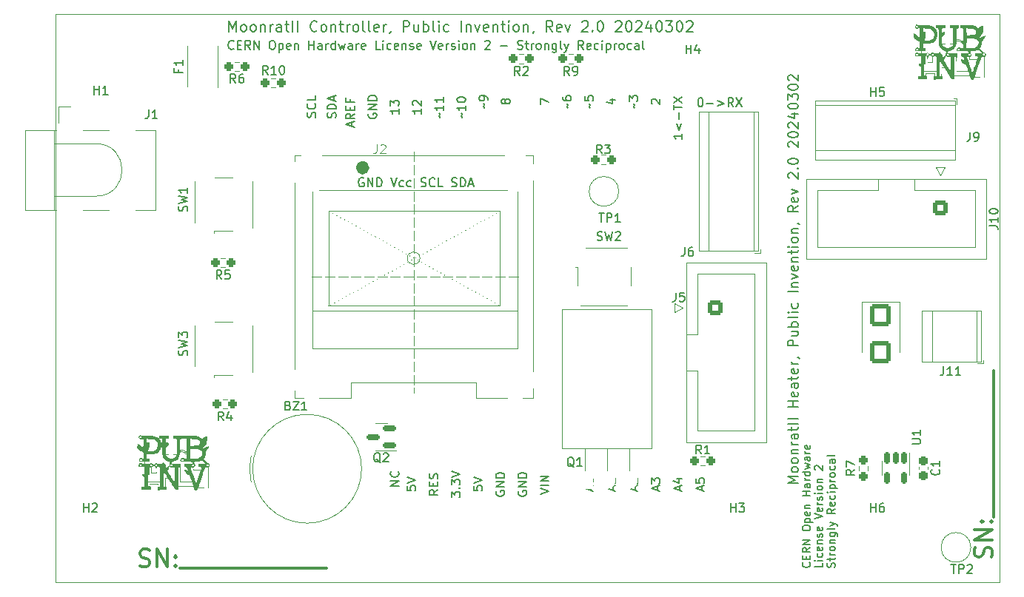
<source format=gto>
G04 #@! TF.GenerationSoftware,KiCad,Pcbnew,8.0.6*
G04 #@! TF.CreationDate,2025-12-26T07:32:45-05:00*
G04 #@! TF.ProjectId,pcb_moonratII,7063625f-6d6f-46f6-9e72-617449492e6b,1.0*
G04 #@! TF.SameCoordinates,Original*
G04 #@! TF.FileFunction,Legend,Top*
G04 #@! TF.FilePolarity,Positive*
%FSLAX46Y46*%
G04 Gerber Fmt 4.6, Leading zero omitted, Abs format (unit mm)*
G04 Created by KiCad (PCBNEW 8.0.6) date 2025-12-26 07:32:45*
%MOMM*%
%LPD*%
G01*
G04 APERTURE LIST*
G04 Aperture macros list*
%AMRoundRect*
0 Rectangle with rounded corners*
0 $1 Rounding radius*
0 $2 $3 $4 $5 $6 $7 $8 $9 X,Y pos of 4 corners*
0 Add a 4 corners polygon primitive as box body*
4,1,4,$2,$3,$4,$5,$6,$7,$8,$9,$2,$3,0*
0 Add four circle primitives for the rounded corners*
1,1,$1+$1,$2,$3*
1,1,$1+$1,$4,$5*
1,1,$1+$1,$6,$7*
1,1,$1+$1,$8,$9*
0 Add four rect primitives between the rounded corners*
20,1,$1+$1,$2,$3,$4,$5,0*
20,1,$1+$1,$4,$5,$6,$7,0*
20,1,$1+$1,$6,$7,$8,$9,0*
20,1,$1+$1,$8,$9,$2,$3,0*%
G04 Aperture macros list end*
%ADD10C,0.152400*%
%ADD11C,0.300000*%
%ADD12C,0.150000*%
%ADD13C,0.100000*%
%ADD14C,0.120000*%
%ADD15C,0.000000*%
%ADD16C,0.778420*%
%ADD17C,0.800000*%
%ADD18C,7.000000*%
%ADD19RoundRect,0.237500X0.250000X0.237500X-0.250000X0.237500X-0.250000X-0.237500X0.250000X-0.237500X0*%
%ADD20C,3.000000*%
%ADD21R,2.200000X2.200000*%
%ADD22C,2.200000*%
%ADD23R,2.100000X2.100000*%
%ADD24C,2.100000*%
%ADD25RoundRect,0.237500X0.237500X-0.250000X0.237500X0.250000X-0.237500X0.250000X-0.237500X-0.250000X0*%
%ADD26RoundRect,0.250000X-0.600000X0.600000X-0.600000X-0.600000X0.600000X-0.600000X0.600000X0.600000X0*%
%ADD27C,1.700000*%
%ADD28O,1.600000X1.600000*%
%ADD29C,1.800000*%
%ADD30R,2.000000X3.000000*%
%ADD31R,2.000000X2.999999*%
%ADD32RoundRect,0.237500X-0.250000X-0.237500X0.250000X-0.237500X0.250000X0.237500X-0.250000X0.237500X0*%
%ADD33R,3.150000X1.780000*%
%ADD34O,3.500000X3.500000*%
%ADD35R,1.905000X2.000000*%
%ADD36O,1.905000X2.000000*%
%ADD37R,2.000000X2.000000*%
%ADD38C,2.000000*%
%ADD39R,1.600000X1.600000*%
%ADD40C,1.600000*%
%ADD41C,4.500000*%
%ADD42RoundRect,0.250000X-0.900000X1.000000X-0.900000X-1.000000X0.900000X-1.000000X0.900000X1.000000X0*%
%ADD43RoundRect,0.237500X-0.237500X0.300000X-0.237500X-0.300000X0.237500X-0.300000X0.237500X0.300000X0*%
%ADD44RoundRect,0.150000X0.587500X0.150000X-0.587500X0.150000X-0.587500X-0.150000X0.587500X-0.150000X0*%
%ADD45RoundRect,0.150000X-0.150000X0.512500X-0.150000X-0.512500X0.150000X-0.512500X0.150000X0.512500X0*%
%ADD46RoundRect,0.250000X-0.600000X-0.600000X0.600000X-0.600000X0.600000X0.600000X-0.600000X0.600000X0*%
G04 #@! TA.AperFunction,Profile*
%ADD47C,0.100000*%
G04 #@! TD*
G04 APERTURE END LIST*
D10*
X134952193Y-138657308D02*
X133809193Y-138657308D01*
X133809193Y-138657308D02*
X134625622Y-138276308D01*
X134625622Y-138276308D02*
X133809193Y-137895308D01*
X133809193Y-137895308D02*
X134952193Y-137895308D01*
X134952193Y-137187736D02*
X134897765Y-137296593D01*
X134897765Y-137296593D02*
X134843336Y-137351022D01*
X134843336Y-137351022D02*
X134734479Y-137405450D01*
X134734479Y-137405450D02*
X134407907Y-137405450D01*
X134407907Y-137405450D02*
X134299050Y-137351022D01*
X134299050Y-137351022D02*
X134244622Y-137296593D01*
X134244622Y-137296593D02*
X134190193Y-137187736D01*
X134190193Y-137187736D02*
X134190193Y-137024450D01*
X134190193Y-137024450D02*
X134244622Y-136915593D01*
X134244622Y-136915593D02*
X134299050Y-136861165D01*
X134299050Y-136861165D02*
X134407907Y-136806736D01*
X134407907Y-136806736D02*
X134734479Y-136806736D01*
X134734479Y-136806736D02*
X134843336Y-136861165D01*
X134843336Y-136861165D02*
X134897765Y-136915593D01*
X134897765Y-136915593D02*
X134952193Y-137024450D01*
X134952193Y-137024450D02*
X134952193Y-137187736D01*
X134952193Y-136153593D02*
X134897765Y-136262450D01*
X134897765Y-136262450D02*
X134843336Y-136316879D01*
X134843336Y-136316879D02*
X134734479Y-136371307D01*
X134734479Y-136371307D02*
X134407907Y-136371307D01*
X134407907Y-136371307D02*
X134299050Y-136316879D01*
X134299050Y-136316879D02*
X134244622Y-136262450D01*
X134244622Y-136262450D02*
X134190193Y-136153593D01*
X134190193Y-136153593D02*
X134190193Y-135990307D01*
X134190193Y-135990307D02*
X134244622Y-135881450D01*
X134244622Y-135881450D02*
X134299050Y-135827022D01*
X134299050Y-135827022D02*
X134407907Y-135772593D01*
X134407907Y-135772593D02*
X134734479Y-135772593D01*
X134734479Y-135772593D02*
X134843336Y-135827022D01*
X134843336Y-135827022D02*
X134897765Y-135881450D01*
X134897765Y-135881450D02*
X134952193Y-135990307D01*
X134952193Y-135990307D02*
X134952193Y-136153593D01*
X134190193Y-135282736D02*
X134952193Y-135282736D01*
X134299050Y-135282736D02*
X134244622Y-135228307D01*
X134244622Y-135228307D02*
X134190193Y-135119450D01*
X134190193Y-135119450D02*
X134190193Y-134956164D01*
X134190193Y-134956164D02*
X134244622Y-134847307D01*
X134244622Y-134847307D02*
X134353479Y-134792879D01*
X134353479Y-134792879D02*
X134952193Y-134792879D01*
X134952193Y-134248593D02*
X134190193Y-134248593D01*
X134407907Y-134248593D02*
X134299050Y-134194164D01*
X134299050Y-134194164D02*
X134244622Y-134139736D01*
X134244622Y-134139736D02*
X134190193Y-134030878D01*
X134190193Y-134030878D02*
X134190193Y-133922021D01*
X134952193Y-133051165D02*
X134353479Y-133051165D01*
X134353479Y-133051165D02*
X134244622Y-133105593D01*
X134244622Y-133105593D02*
X134190193Y-133214450D01*
X134190193Y-133214450D02*
X134190193Y-133432165D01*
X134190193Y-133432165D02*
X134244622Y-133541022D01*
X134897765Y-133051165D02*
X134952193Y-133160022D01*
X134952193Y-133160022D02*
X134952193Y-133432165D01*
X134952193Y-133432165D02*
X134897765Y-133541022D01*
X134897765Y-133541022D02*
X134788907Y-133595450D01*
X134788907Y-133595450D02*
X134680050Y-133595450D01*
X134680050Y-133595450D02*
X134571193Y-133541022D01*
X134571193Y-133541022D02*
X134516765Y-133432165D01*
X134516765Y-133432165D02*
X134516765Y-133160022D01*
X134516765Y-133160022D02*
X134462336Y-133051165D01*
X134190193Y-132670164D02*
X134190193Y-132234736D01*
X133809193Y-132506879D02*
X134788907Y-132506879D01*
X134788907Y-132506879D02*
X134897765Y-132452450D01*
X134897765Y-132452450D02*
X134952193Y-132343593D01*
X134952193Y-132343593D02*
X134952193Y-132234736D01*
X134952193Y-131853736D02*
X133809193Y-131853736D01*
X134952193Y-131309450D02*
X133809193Y-131309450D01*
X134952193Y-129894307D02*
X133809193Y-129894307D01*
X134353479Y-129894307D02*
X134353479Y-129241164D01*
X134952193Y-129241164D02*
X133809193Y-129241164D01*
X134897765Y-128261449D02*
X134952193Y-128370306D01*
X134952193Y-128370306D02*
X134952193Y-128588021D01*
X134952193Y-128588021D02*
X134897765Y-128696878D01*
X134897765Y-128696878D02*
X134788907Y-128751306D01*
X134788907Y-128751306D02*
X134353479Y-128751306D01*
X134353479Y-128751306D02*
X134244622Y-128696878D01*
X134244622Y-128696878D02*
X134190193Y-128588021D01*
X134190193Y-128588021D02*
X134190193Y-128370306D01*
X134190193Y-128370306D02*
X134244622Y-128261449D01*
X134244622Y-128261449D02*
X134353479Y-128207021D01*
X134353479Y-128207021D02*
X134462336Y-128207021D01*
X134462336Y-128207021D02*
X134571193Y-128751306D01*
X134952193Y-127227307D02*
X134353479Y-127227307D01*
X134353479Y-127227307D02*
X134244622Y-127281735D01*
X134244622Y-127281735D02*
X134190193Y-127390592D01*
X134190193Y-127390592D02*
X134190193Y-127608307D01*
X134190193Y-127608307D02*
X134244622Y-127717164D01*
X134897765Y-127227307D02*
X134952193Y-127336164D01*
X134952193Y-127336164D02*
X134952193Y-127608307D01*
X134952193Y-127608307D02*
X134897765Y-127717164D01*
X134897765Y-127717164D02*
X134788907Y-127771592D01*
X134788907Y-127771592D02*
X134680050Y-127771592D01*
X134680050Y-127771592D02*
X134571193Y-127717164D01*
X134571193Y-127717164D02*
X134516765Y-127608307D01*
X134516765Y-127608307D02*
X134516765Y-127336164D01*
X134516765Y-127336164D02*
X134462336Y-127227307D01*
X134190193Y-126846306D02*
X134190193Y-126410878D01*
X133809193Y-126683021D02*
X134788907Y-126683021D01*
X134788907Y-126683021D02*
X134897765Y-126628592D01*
X134897765Y-126628592D02*
X134952193Y-126519735D01*
X134952193Y-126519735D02*
X134952193Y-126410878D01*
X134897765Y-125594449D02*
X134952193Y-125703306D01*
X134952193Y-125703306D02*
X134952193Y-125921021D01*
X134952193Y-125921021D02*
X134897765Y-126029878D01*
X134897765Y-126029878D02*
X134788907Y-126084306D01*
X134788907Y-126084306D02*
X134353479Y-126084306D01*
X134353479Y-126084306D02*
X134244622Y-126029878D01*
X134244622Y-126029878D02*
X134190193Y-125921021D01*
X134190193Y-125921021D02*
X134190193Y-125703306D01*
X134190193Y-125703306D02*
X134244622Y-125594449D01*
X134244622Y-125594449D02*
X134353479Y-125540021D01*
X134353479Y-125540021D02*
X134462336Y-125540021D01*
X134462336Y-125540021D02*
X134571193Y-126084306D01*
X134952193Y-125050164D02*
X134190193Y-125050164D01*
X134407907Y-125050164D02*
X134299050Y-124995735D01*
X134299050Y-124995735D02*
X134244622Y-124941307D01*
X134244622Y-124941307D02*
X134190193Y-124832449D01*
X134190193Y-124832449D02*
X134190193Y-124723592D01*
X134897765Y-124288164D02*
X134952193Y-124288164D01*
X134952193Y-124288164D02*
X135061050Y-124342593D01*
X135061050Y-124342593D02*
X135115479Y-124397021D01*
X134952193Y-122927450D02*
X133809193Y-122927450D01*
X133809193Y-122927450D02*
X133809193Y-122492021D01*
X133809193Y-122492021D02*
X133863622Y-122383164D01*
X133863622Y-122383164D02*
X133918050Y-122328735D01*
X133918050Y-122328735D02*
X134026907Y-122274307D01*
X134026907Y-122274307D02*
X134190193Y-122274307D01*
X134190193Y-122274307D02*
X134299050Y-122328735D01*
X134299050Y-122328735D02*
X134353479Y-122383164D01*
X134353479Y-122383164D02*
X134407907Y-122492021D01*
X134407907Y-122492021D02*
X134407907Y-122927450D01*
X134190193Y-121294593D02*
X134952193Y-121294593D01*
X134190193Y-121784450D02*
X134788907Y-121784450D01*
X134788907Y-121784450D02*
X134897765Y-121730021D01*
X134897765Y-121730021D02*
X134952193Y-121621164D01*
X134952193Y-121621164D02*
X134952193Y-121457878D01*
X134952193Y-121457878D02*
X134897765Y-121349021D01*
X134897765Y-121349021D02*
X134843336Y-121294593D01*
X134952193Y-120750307D02*
X133809193Y-120750307D01*
X134244622Y-120750307D02*
X134190193Y-120641450D01*
X134190193Y-120641450D02*
X134190193Y-120423735D01*
X134190193Y-120423735D02*
X134244622Y-120314878D01*
X134244622Y-120314878D02*
X134299050Y-120260450D01*
X134299050Y-120260450D02*
X134407907Y-120206021D01*
X134407907Y-120206021D02*
X134734479Y-120206021D01*
X134734479Y-120206021D02*
X134843336Y-120260450D01*
X134843336Y-120260450D02*
X134897765Y-120314878D01*
X134897765Y-120314878D02*
X134952193Y-120423735D01*
X134952193Y-120423735D02*
X134952193Y-120641450D01*
X134952193Y-120641450D02*
X134897765Y-120750307D01*
X134952193Y-119552878D02*
X134897765Y-119661735D01*
X134897765Y-119661735D02*
X134788907Y-119716164D01*
X134788907Y-119716164D02*
X133809193Y-119716164D01*
X134952193Y-119117450D02*
X134190193Y-119117450D01*
X133809193Y-119117450D02*
X133863622Y-119171878D01*
X133863622Y-119171878D02*
X133918050Y-119117450D01*
X133918050Y-119117450D02*
X133863622Y-119063021D01*
X133863622Y-119063021D02*
X133809193Y-119117450D01*
X133809193Y-119117450D02*
X133918050Y-119117450D01*
X134897765Y-118083307D02*
X134952193Y-118192164D01*
X134952193Y-118192164D02*
X134952193Y-118409878D01*
X134952193Y-118409878D02*
X134897765Y-118518735D01*
X134897765Y-118518735D02*
X134843336Y-118573164D01*
X134843336Y-118573164D02*
X134734479Y-118627592D01*
X134734479Y-118627592D02*
X134407907Y-118627592D01*
X134407907Y-118627592D02*
X134299050Y-118573164D01*
X134299050Y-118573164D02*
X134244622Y-118518735D01*
X134244622Y-118518735D02*
X134190193Y-118409878D01*
X134190193Y-118409878D02*
X134190193Y-118192164D01*
X134190193Y-118192164D02*
X134244622Y-118083307D01*
X134952193Y-116722593D02*
X133809193Y-116722593D01*
X134190193Y-116178307D02*
X134952193Y-116178307D01*
X134299050Y-116178307D02*
X134244622Y-116123878D01*
X134244622Y-116123878D02*
X134190193Y-116015021D01*
X134190193Y-116015021D02*
X134190193Y-115851735D01*
X134190193Y-115851735D02*
X134244622Y-115742878D01*
X134244622Y-115742878D02*
X134353479Y-115688450D01*
X134353479Y-115688450D02*
X134952193Y-115688450D01*
X134190193Y-115253021D02*
X134952193Y-114980878D01*
X134952193Y-114980878D02*
X134190193Y-114708735D01*
X134897765Y-113837878D02*
X134952193Y-113946735D01*
X134952193Y-113946735D02*
X134952193Y-114164450D01*
X134952193Y-114164450D02*
X134897765Y-114273307D01*
X134897765Y-114273307D02*
X134788907Y-114327735D01*
X134788907Y-114327735D02*
X134353479Y-114327735D01*
X134353479Y-114327735D02*
X134244622Y-114273307D01*
X134244622Y-114273307D02*
X134190193Y-114164450D01*
X134190193Y-114164450D02*
X134190193Y-113946735D01*
X134190193Y-113946735D02*
X134244622Y-113837878D01*
X134244622Y-113837878D02*
X134353479Y-113783450D01*
X134353479Y-113783450D02*
X134462336Y-113783450D01*
X134462336Y-113783450D02*
X134571193Y-114327735D01*
X134190193Y-113293593D02*
X134952193Y-113293593D01*
X134299050Y-113293593D02*
X134244622Y-113239164D01*
X134244622Y-113239164D02*
X134190193Y-113130307D01*
X134190193Y-113130307D02*
X134190193Y-112967021D01*
X134190193Y-112967021D02*
X134244622Y-112858164D01*
X134244622Y-112858164D02*
X134353479Y-112803736D01*
X134353479Y-112803736D02*
X134952193Y-112803736D01*
X134190193Y-112422735D02*
X134190193Y-111987307D01*
X133809193Y-112259450D02*
X134788907Y-112259450D01*
X134788907Y-112259450D02*
X134897765Y-112205021D01*
X134897765Y-112205021D02*
X134952193Y-112096164D01*
X134952193Y-112096164D02*
X134952193Y-111987307D01*
X134952193Y-111606307D02*
X134190193Y-111606307D01*
X133809193Y-111606307D02*
X133863622Y-111660735D01*
X133863622Y-111660735D02*
X133918050Y-111606307D01*
X133918050Y-111606307D02*
X133863622Y-111551878D01*
X133863622Y-111551878D02*
X133809193Y-111606307D01*
X133809193Y-111606307D02*
X133918050Y-111606307D01*
X134952193Y-110898735D02*
X134897765Y-111007592D01*
X134897765Y-111007592D02*
X134843336Y-111062021D01*
X134843336Y-111062021D02*
X134734479Y-111116449D01*
X134734479Y-111116449D02*
X134407907Y-111116449D01*
X134407907Y-111116449D02*
X134299050Y-111062021D01*
X134299050Y-111062021D02*
X134244622Y-111007592D01*
X134244622Y-111007592D02*
X134190193Y-110898735D01*
X134190193Y-110898735D02*
X134190193Y-110735449D01*
X134190193Y-110735449D02*
X134244622Y-110626592D01*
X134244622Y-110626592D02*
X134299050Y-110572164D01*
X134299050Y-110572164D02*
X134407907Y-110517735D01*
X134407907Y-110517735D02*
X134734479Y-110517735D01*
X134734479Y-110517735D02*
X134843336Y-110572164D01*
X134843336Y-110572164D02*
X134897765Y-110626592D01*
X134897765Y-110626592D02*
X134952193Y-110735449D01*
X134952193Y-110735449D02*
X134952193Y-110898735D01*
X134190193Y-110027878D02*
X134952193Y-110027878D01*
X134299050Y-110027878D02*
X134244622Y-109973449D01*
X134244622Y-109973449D02*
X134190193Y-109864592D01*
X134190193Y-109864592D02*
X134190193Y-109701306D01*
X134190193Y-109701306D02*
X134244622Y-109592449D01*
X134244622Y-109592449D02*
X134353479Y-109538021D01*
X134353479Y-109538021D02*
X134952193Y-109538021D01*
X134897765Y-108939306D02*
X134952193Y-108939306D01*
X134952193Y-108939306D02*
X135061050Y-108993735D01*
X135061050Y-108993735D02*
X135115479Y-109048163D01*
X134952193Y-106925449D02*
X134407907Y-107306449D01*
X134952193Y-107578592D02*
X133809193Y-107578592D01*
X133809193Y-107578592D02*
X133809193Y-107143163D01*
X133809193Y-107143163D02*
X133863622Y-107034306D01*
X133863622Y-107034306D02*
X133918050Y-106979877D01*
X133918050Y-106979877D02*
X134026907Y-106925449D01*
X134026907Y-106925449D02*
X134190193Y-106925449D01*
X134190193Y-106925449D02*
X134299050Y-106979877D01*
X134299050Y-106979877D02*
X134353479Y-107034306D01*
X134353479Y-107034306D02*
X134407907Y-107143163D01*
X134407907Y-107143163D02*
X134407907Y-107578592D01*
X134897765Y-106000163D02*
X134952193Y-106109020D01*
X134952193Y-106109020D02*
X134952193Y-106326735D01*
X134952193Y-106326735D02*
X134897765Y-106435592D01*
X134897765Y-106435592D02*
X134788907Y-106490020D01*
X134788907Y-106490020D02*
X134353479Y-106490020D01*
X134353479Y-106490020D02*
X134244622Y-106435592D01*
X134244622Y-106435592D02*
X134190193Y-106326735D01*
X134190193Y-106326735D02*
X134190193Y-106109020D01*
X134190193Y-106109020D02*
X134244622Y-106000163D01*
X134244622Y-106000163D02*
X134353479Y-105945735D01*
X134353479Y-105945735D02*
X134462336Y-105945735D01*
X134462336Y-105945735D02*
X134571193Y-106490020D01*
X134190193Y-105564735D02*
X134952193Y-105292592D01*
X134952193Y-105292592D02*
X134190193Y-105020449D01*
X133918050Y-103768592D02*
X133863622Y-103714164D01*
X133863622Y-103714164D02*
X133809193Y-103605307D01*
X133809193Y-103605307D02*
X133809193Y-103333164D01*
X133809193Y-103333164D02*
X133863622Y-103224307D01*
X133863622Y-103224307D02*
X133918050Y-103169878D01*
X133918050Y-103169878D02*
X134026907Y-103115449D01*
X134026907Y-103115449D02*
X134135765Y-103115449D01*
X134135765Y-103115449D02*
X134299050Y-103169878D01*
X134299050Y-103169878D02*
X134952193Y-103823021D01*
X134952193Y-103823021D02*
X134952193Y-103115449D01*
X134843336Y-102625593D02*
X134897765Y-102571164D01*
X134897765Y-102571164D02*
X134952193Y-102625593D01*
X134952193Y-102625593D02*
X134897765Y-102680021D01*
X134897765Y-102680021D02*
X134843336Y-102625593D01*
X134843336Y-102625593D02*
X134952193Y-102625593D01*
X133809193Y-101863592D02*
X133809193Y-101754735D01*
X133809193Y-101754735D02*
X133863622Y-101645878D01*
X133863622Y-101645878D02*
X133918050Y-101591450D01*
X133918050Y-101591450D02*
X134026907Y-101537021D01*
X134026907Y-101537021D02*
X134244622Y-101482592D01*
X134244622Y-101482592D02*
X134516765Y-101482592D01*
X134516765Y-101482592D02*
X134734479Y-101537021D01*
X134734479Y-101537021D02*
X134843336Y-101591450D01*
X134843336Y-101591450D02*
X134897765Y-101645878D01*
X134897765Y-101645878D02*
X134952193Y-101754735D01*
X134952193Y-101754735D02*
X134952193Y-101863592D01*
X134952193Y-101863592D02*
X134897765Y-101972450D01*
X134897765Y-101972450D02*
X134843336Y-102026878D01*
X134843336Y-102026878D02*
X134734479Y-102081307D01*
X134734479Y-102081307D02*
X134516765Y-102135735D01*
X134516765Y-102135735D02*
X134244622Y-102135735D01*
X134244622Y-102135735D02*
X134026907Y-102081307D01*
X134026907Y-102081307D02*
X133918050Y-102026878D01*
X133918050Y-102026878D02*
X133863622Y-101972450D01*
X133863622Y-101972450D02*
X133809193Y-101863592D01*
X133918050Y-100176307D02*
X133863622Y-100121879D01*
X133863622Y-100121879D02*
X133809193Y-100013022D01*
X133809193Y-100013022D02*
X133809193Y-99740879D01*
X133809193Y-99740879D02*
X133863622Y-99632022D01*
X133863622Y-99632022D02*
X133918050Y-99577593D01*
X133918050Y-99577593D02*
X134026907Y-99523164D01*
X134026907Y-99523164D02*
X134135765Y-99523164D01*
X134135765Y-99523164D02*
X134299050Y-99577593D01*
X134299050Y-99577593D02*
X134952193Y-100230736D01*
X134952193Y-100230736D02*
X134952193Y-99523164D01*
X133809193Y-98815593D02*
X133809193Y-98706736D01*
X133809193Y-98706736D02*
X133863622Y-98597879D01*
X133863622Y-98597879D02*
X133918050Y-98543451D01*
X133918050Y-98543451D02*
X134026907Y-98489022D01*
X134026907Y-98489022D02*
X134244622Y-98434593D01*
X134244622Y-98434593D02*
X134516765Y-98434593D01*
X134516765Y-98434593D02*
X134734479Y-98489022D01*
X134734479Y-98489022D02*
X134843336Y-98543451D01*
X134843336Y-98543451D02*
X134897765Y-98597879D01*
X134897765Y-98597879D02*
X134952193Y-98706736D01*
X134952193Y-98706736D02*
X134952193Y-98815593D01*
X134952193Y-98815593D02*
X134897765Y-98924451D01*
X134897765Y-98924451D02*
X134843336Y-98978879D01*
X134843336Y-98978879D02*
X134734479Y-99033308D01*
X134734479Y-99033308D02*
X134516765Y-99087736D01*
X134516765Y-99087736D02*
X134244622Y-99087736D01*
X134244622Y-99087736D02*
X134026907Y-99033308D01*
X134026907Y-99033308D02*
X133918050Y-98978879D01*
X133918050Y-98978879D02*
X133863622Y-98924451D01*
X133863622Y-98924451D02*
X133809193Y-98815593D01*
X133918050Y-97999165D02*
X133863622Y-97944737D01*
X133863622Y-97944737D02*
X133809193Y-97835880D01*
X133809193Y-97835880D02*
X133809193Y-97563737D01*
X133809193Y-97563737D02*
X133863622Y-97454880D01*
X133863622Y-97454880D02*
X133918050Y-97400451D01*
X133918050Y-97400451D02*
X134026907Y-97346022D01*
X134026907Y-97346022D02*
X134135765Y-97346022D01*
X134135765Y-97346022D02*
X134299050Y-97400451D01*
X134299050Y-97400451D02*
X134952193Y-98053594D01*
X134952193Y-98053594D02*
X134952193Y-97346022D01*
X134190193Y-96366309D02*
X134952193Y-96366309D01*
X133754765Y-96638451D02*
X134571193Y-96910594D01*
X134571193Y-96910594D02*
X134571193Y-96203023D01*
X133809193Y-95549880D02*
X133809193Y-95441023D01*
X133809193Y-95441023D02*
X133863622Y-95332166D01*
X133863622Y-95332166D02*
X133918050Y-95277738D01*
X133918050Y-95277738D02*
X134026907Y-95223309D01*
X134026907Y-95223309D02*
X134244622Y-95168880D01*
X134244622Y-95168880D02*
X134516765Y-95168880D01*
X134516765Y-95168880D02*
X134734479Y-95223309D01*
X134734479Y-95223309D02*
X134843336Y-95277738D01*
X134843336Y-95277738D02*
X134897765Y-95332166D01*
X134897765Y-95332166D02*
X134952193Y-95441023D01*
X134952193Y-95441023D02*
X134952193Y-95549880D01*
X134952193Y-95549880D02*
X134897765Y-95658738D01*
X134897765Y-95658738D02*
X134843336Y-95713166D01*
X134843336Y-95713166D02*
X134734479Y-95767595D01*
X134734479Y-95767595D02*
X134516765Y-95822023D01*
X134516765Y-95822023D02*
X134244622Y-95822023D01*
X134244622Y-95822023D02*
X134026907Y-95767595D01*
X134026907Y-95767595D02*
X133918050Y-95713166D01*
X133918050Y-95713166D02*
X133863622Y-95658738D01*
X133863622Y-95658738D02*
X133809193Y-95549880D01*
X133809193Y-94787881D02*
X133809193Y-94080309D01*
X133809193Y-94080309D02*
X134244622Y-94461309D01*
X134244622Y-94461309D02*
X134244622Y-94298024D01*
X134244622Y-94298024D02*
X134299050Y-94189167D01*
X134299050Y-94189167D02*
X134353479Y-94134738D01*
X134353479Y-94134738D02*
X134462336Y-94080309D01*
X134462336Y-94080309D02*
X134734479Y-94080309D01*
X134734479Y-94080309D02*
X134843336Y-94134738D01*
X134843336Y-94134738D02*
X134897765Y-94189167D01*
X134897765Y-94189167D02*
X134952193Y-94298024D01*
X134952193Y-94298024D02*
X134952193Y-94624595D01*
X134952193Y-94624595D02*
X134897765Y-94733452D01*
X134897765Y-94733452D02*
X134843336Y-94787881D01*
X133809193Y-93372738D02*
X133809193Y-93263881D01*
X133809193Y-93263881D02*
X133863622Y-93155024D01*
X133863622Y-93155024D02*
X133918050Y-93100596D01*
X133918050Y-93100596D02*
X134026907Y-93046167D01*
X134026907Y-93046167D02*
X134244622Y-92991738D01*
X134244622Y-92991738D02*
X134516765Y-92991738D01*
X134516765Y-92991738D02*
X134734479Y-93046167D01*
X134734479Y-93046167D02*
X134843336Y-93100596D01*
X134843336Y-93100596D02*
X134897765Y-93155024D01*
X134897765Y-93155024D02*
X134952193Y-93263881D01*
X134952193Y-93263881D02*
X134952193Y-93372738D01*
X134952193Y-93372738D02*
X134897765Y-93481596D01*
X134897765Y-93481596D02*
X134843336Y-93536024D01*
X134843336Y-93536024D02*
X134734479Y-93590453D01*
X134734479Y-93590453D02*
X134516765Y-93644881D01*
X134516765Y-93644881D02*
X134244622Y-93644881D01*
X134244622Y-93644881D02*
X134026907Y-93590453D01*
X134026907Y-93590453D02*
X133918050Y-93536024D01*
X133918050Y-93536024D02*
X133863622Y-93481596D01*
X133863622Y-93481596D02*
X133809193Y-93372738D01*
X133918050Y-92556310D02*
X133863622Y-92501882D01*
X133863622Y-92501882D02*
X133809193Y-92393025D01*
X133809193Y-92393025D02*
X133809193Y-92120882D01*
X133809193Y-92120882D02*
X133863622Y-92012025D01*
X133863622Y-92012025D02*
X133918050Y-91957596D01*
X133918050Y-91957596D02*
X134026907Y-91903167D01*
X134026907Y-91903167D02*
X134135765Y-91903167D01*
X134135765Y-91903167D02*
X134299050Y-91957596D01*
X134299050Y-91957596D02*
X134952193Y-92610739D01*
X134952193Y-92610739D02*
X134952193Y-91903167D01*
D11*
X59681320Y-148121114D02*
X59967034Y-148216352D01*
X59967034Y-148216352D02*
X60443225Y-148216352D01*
X60443225Y-148216352D02*
X60633701Y-148121114D01*
X60633701Y-148121114D02*
X60728939Y-148025875D01*
X60728939Y-148025875D02*
X60824177Y-147835399D01*
X60824177Y-147835399D02*
X60824177Y-147644923D01*
X60824177Y-147644923D02*
X60728939Y-147454447D01*
X60728939Y-147454447D02*
X60633701Y-147359209D01*
X60633701Y-147359209D02*
X60443225Y-147263971D01*
X60443225Y-147263971D02*
X60062272Y-147168733D01*
X60062272Y-147168733D02*
X59871796Y-147073494D01*
X59871796Y-147073494D02*
X59776558Y-146978256D01*
X59776558Y-146978256D02*
X59681320Y-146787780D01*
X59681320Y-146787780D02*
X59681320Y-146597304D01*
X59681320Y-146597304D02*
X59776558Y-146406828D01*
X59776558Y-146406828D02*
X59871796Y-146311590D01*
X59871796Y-146311590D02*
X60062272Y-146216352D01*
X60062272Y-146216352D02*
X60538463Y-146216352D01*
X60538463Y-146216352D02*
X60824177Y-146311590D01*
X61681320Y-148216352D02*
X61681320Y-146216352D01*
X61681320Y-146216352D02*
X62824177Y-148216352D01*
X62824177Y-148216352D02*
X62824177Y-146216352D01*
X63776558Y-148025875D02*
X63871796Y-148121114D01*
X63871796Y-148121114D02*
X63776558Y-148216352D01*
X63776558Y-148216352D02*
X63681320Y-148121114D01*
X63681320Y-148121114D02*
X63776558Y-148025875D01*
X63776558Y-148025875D02*
X63776558Y-148216352D01*
X63776558Y-146978256D02*
X63871796Y-147073494D01*
X63871796Y-147073494D02*
X63776558Y-147168733D01*
X63776558Y-147168733D02*
X63681320Y-147073494D01*
X63681320Y-147073494D02*
X63776558Y-146978256D01*
X63776558Y-146978256D02*
X63776558Y-147168733D01*
X64252749Y-148406828D02*
X65776558Y-148406828D01*
X65776559Y-148406828D02*
X67300368Y-148406828D01*
X67300369Y-148406828D02*
X68824178Y-148406828D01*
X68824179Y-148406828D02*
X70347988Y-148406828D01*
X70347989Y-148406828D02*
X71871798Y-148406828D01*
X71871799Y-148406828D02*
X73395608Y-148406828D01*
X73395609Y-148406828D02*
X74919418Y-148406828D01*
X74919419Y-148406828D02*
X76443228Y-148406828D01*
X76443229Y-148406828D02*
X77967038Y-148406828D01*
X77967039Y-148406828D02*
X79490848Y-148406828D01*
X79490849Y-148406828D02*
X81014658Y-148406828D01*
X157045400Y-147136393D02*
X157140638Y-146850679D01*
X157140638Y-146850679D02*
X157140638Y-146374488D01*
X157140638Y-146374488D02*
X157045400Y-146184012D01*
X157045400Y-146184012D02*
X156950161Y-146088774D01*
X156950161Y-146088774D02*
X156759685Y-145993536D01*
X156759685Y-145993536D02*
X156569209Y-145993536D01*
X156569209Y-145993536D02*
X156378733Y-146088774D01*
X156378733Y-146088774D02*
X156283495Y-146184012D01*
X156283495Y-146184012D02*
X156188257Y-146374488D01*
X156188257Y-146374488D02*
X156093019Y-146755441D01*
X156093019Y-146755441D02*
X155997780Y-146945917D01*
X155997780Y-146945917D02*
X155902542Y-147041155D01*
X155902542Y-147041155D02*
X155712066Y-147136393D01*
X155712066Y-147136393D02*
X155521590Y-147136393D01*
X155521590Y-147136393D02*
X155331114Y-147041155D01*
X155331114Y-147041155D02*
X155235876Y-146945917D01*
X155235876Y-146945917D02*
X155140638Y-146755441D01*
X155140638Y-146755441D02*
X155140638Y-146279250D01*
X155140638Y-146279250D02*
X155235876Y-145993536D01*
X157140638Y-145136393D02*
X155140638Y-145136393D01*
X155140638Y-145136393D02*
X157140638Y-143993536D01*
X157140638Y-143993536D02*
X155140638Y-143993536D01*
X156950161Y-143041155D02*
X157045400Y-142945917D01*
X157045400Y-142945917D02*
X157140638Y-143041155D01*
X157140638Y-143041155D02*
X157045400Y-143136393D01*
X157045400Y-143136393D02*
X156950161Y-143041155D01*
X156950161Y-143041155D02*
X157140638Y-143041155D01*
X155902542Y-143041155D02*
X155997780Y-142945917D01*
X155997780Y-142945917D02*
X156093019Y-143041155D01*
X156093019Y-143041155D02*
X155997780Y-143136393D01*
X155997780Y-143136393D02*
X155902542Y-143041155D01*
X155902542Y-143041155D02*
X156093019Y-143041155D01*
X157331114Y-142564965D02*
X157331114Y-141041155D01*
X157331114Y-141041155D02*
X157331114Y-139517345D01*
X157331114Y-139517345D02*
X157331114Y-137993535D01*
X157331114Y-137993535D02*
X157331114Y-136469725D01*
X157331114Y-136469725D02*
X157331114Y-134945915D01*
X157331114Y-134945915D02*
X157331114Y-133422105D01*
X157331114Y-133422105D02*
X157331114Y-131898295D01*
X157331114Y-131898295D02*
X157331114Y-130374485D01*
X157331114Y-130374485D02*
X157331114Y-128850675D01*
X157331114Y-128850675D02*
X157331114Y-127326865D01*
X157331114Y-127326865D02*
X157331114Y-125803055D01*
D12*
X136236257Y-147711363D02*
X136278591Y-147753696D01*
X136278591Y-147753696D02*
X136320924Y-147880696D01*
X136320924Y-147880696D02*
X136320924Y-147965363D01*
X136320924Y-147965363D02*
X136278591Y-148092363D01*
X136278591Y-148092363D02*
X136193924Y-148177030D01*
X136193924Y-148177030D02*
X136109257Y-148219363D01*
X136109257Y-148219363D02*
X135939924Y-148261696D01*
X135939924Y-148261696D02*
X135812924Y-148261696D01*
X135812924Y-148261696D02*
X135643591Y-148219363D01*
X135643591Y-148219363D02*
X135558924Y-148177030D01*
X135558924Y-148177030D02*
X135474257Y-148092363D01*
X135474257Y-148092363D02*
X135431924Y-147965363D01*
X135431924Y-147965363D02*
X135431924Y-147880696D01*
X135431924Y-147880696D02*
X135474257Y-147753696D01*
X135474257Y-147753696D02*
X135516591Y-147711363D01*
X135855257Y-147330363D02*
X135855257Y-147034030D01*
X136320924Y-146907030D02*
X136320924Y-147330363D01*
X136320924Y-147330363D02*
X135431924Y-147330363D01*
X135431924Y-147330363D02*
X135431924Y-146907030D01*
X136320924Y-146018030D02*
X135897591Y-146314363D01*
X136320924Y-146526030D02*
X135431924Y-146526030D01*
X135431924Y-146526030D02*
X135431924Y-146187363D01*
X135431924Y-146187363D02*
X135474257Y-146102697D01*
X135474257Y-146102697D02*
X135516591Y-146060363D01*
X135516591Y-146060363D02*
X135601257Y-146018030D01*
X135601257Y-146018030D02*
X135728257Y-146018030D01*
X135728257Y-146018030D02*
X135812924Y-146060363D01*
X135812924Y-146060363D02*
X135855257Y-146102697D01*
X135855257Y-146102697D02*
X135897591Y-146187363D01*
X135897591Y-146187363D02*
X135897591Y-146526030D01*
X136320924Y-145637030D02*
X135431924Y-145637030D01*
X135431924Y-145637030D02*
X136320924Y-145129030D01*
X136320924Y-145129030D02*
X135431924Y-145129030D01*
X135431924Y-143859031D02*
X135431924Y-143689697D01*
X135431924Y-143689697D02*
X135474257Y-143605031D01*
X135474257Y-143605031D02*
X135558924Y-143520364D01*
X135558924Y-143520364D02*
X135728257Y-143478031D01*
X135728257Y-143478031D02*
X136024591Y-143478031D01*
X136024591Y-143478031D02*
X136193924Y-143520364D01*
X136193924Y-143520364D02*
X136278591Y-143605031D01*
X136278591Y-143605031D02*
X136320924Y-143689697D01*
X136320924Y-143689697D02*
X136320924Y-143859031D01*
X136320924Y-143859031D02*
X136278591Y-143943697D01*
X136278591Y-143943697D02*
X136193924Y-144028364D01*
X136193924Y-144028364D02*
X136024591Y-144070697D01*
X136024591Y-144070697D02*
X135728257Y-144070697D01*
X135728257Y-144070697D02*
X135558924Y-144028364D01*
X135558924Y-144028364D02*
X135474257Y-143943697D01*
X135474257Y-143943697D02*
X135431924Y-143859031D01*
X135728257Y-143097031D02*
X136617257Y-143097031D01*
X135770591Y-143097031D02*
X135728257Y-143012364D01*
X135728257Y-143012364D02*
X135728257Y-142843031D01*
X135728257Y-142843031D02*
X135770591Y-142758364D01*
X135770591Y-142758364D02*
X135812924Y-142716031D01*
X135812924Y-142716031D02*
X135897591Y-142673698D01*
X135897591Y-142673698D02*
X136151591Y-142673698D01*
X136151591Y-142673698D02*
X136236257Y-142716031D01*
X136236257Y-142716031D02*
X136278591Y-142758364D01*
X136278591Y-142758364D02*
X136320924Y-142843031D01*
X136320924Y-142843031D02*
X136320924Y-143012364D01*
X136320924Y-143012364D02*
X136278591Y-143097031D01*
X136278591Y-141954031D02*
X136320924Y-142038698D01*
X136320924Y-142038698D02*
X136320924Y-142208031D01*
X136320924Y-142208031D02*
X136278591Y-142292698D01*
X136278591Y-142292698D02*
X136193924Y-142335031D01*
X136193924Y-142335031D02*
X135855257Y-142335031D01*
X135855257Y-142335031D02*
X135770591Y-142292698D01*
X135770591Y-142292698D02*
X135728257Y-142208031D01*
X135728257Y-142208031D02*
X135728257Y-142038698D01*
X135728257Y-142038698D02*
X135770591Y-141954031D01*
X135770591Y-141954031D02*
X135855257Y-141911698D01*
X135855257Y-141911698D02*
X135939924Y-141911698D01*
X135939924Y-141911698D02*
X136024591Y-142335031D01*
X135728257Y-141530698D02*
X136320924Y-141530698D01*
X135812924Y-141530698D02*
X135770591Y-141488365D01*
X135770591Y-141488365D02*
X135728257Y-141403698D01*
X135728257Y-141403698D02*
X135728257Y-141276698D01*
X135728257Y-141276698D02*
X135770591Y-141192031D01*
X135770591Y-141192031D02*
X135855257Y-141149698D01*
X135855257Y-141149698D02*
X136320924Y-141149698D01*
X136320924Y-140049032D02*
X135431924Y-140049032D01*
X135855257Y-140049032D02*
X135855257Y-139541032D01*
X136320924Y-139541032D02*
X135431924Y-139541032D01*
X136320924Y-138736699D02*
X135855257Y-138736699D01*
X135855257Y-138736699D02*
X135770591Y-138779032D01*
X135770591Y-138779032D02*
X135728257Y-138863699D01*
X135728257Y-138863699D02*
X135728257Y-139033032D01*
X135728257Y-139033032D02*
X135770591Y-139117699D01*
X136278591Y-138736699D02*
X136320924Y-138821366D01*
X136320924Y-138821366D02*
X136320924Y-139033032D01*
X136320924Y-139033032D02*
X136278591Y-139117699D01*
X136278591Y-139117699D02*
X136193924Y-139160032D01*
X136193924Y-139160032D02*
X136109257Y-139160032D01*
X136109257Y-139160032D02*
X136024591Y-139117699D01*
X136024591Y-139117699D02*
X135982257Y-139033032D01*
X135982257Y-139033032D02*
X135982257Y-138821366D01*
X135982257Y-138821366D02*
X135939924Y-138736699D01*
X136320924Y-138313366D02*
X135728257Y-138313366D01*
X135897591Y-138313366D02*
X135812924Y-138271033D01*
X135812924Y-138271033D02*
X135770591Y-138228699D01*
X135770591Y-138228699D02*
X135728257Y-138144033D01*
X135728257Y-138144033D02*
X135728257Y-138059366D01*
X136320924Y-137382033D02*
X135431924Y-137382033D01*
X136278591Y-137382033D02*
X136320924Y-137466700D01*
X136320924Y-137466700D02*
X136320924Y-137636033D01*
X136320924Y-137636033D02*
X136278591Y-137720700D01*
X136278591Y-137720700D02*
X136236257Y-137763033D01*
X136236257Y-137763033D02*
X136151591Y-137805366D01*
X136151591Y-137805366D02*
X135897591Y-137805366D01*
X135897591Y-137805366D02*
X135812924Y-137763033D01*
X135812924Y-137763033D02*
X135770591Y-137720700D01*
X135770591Y-137720700D02*
X135728257Y-137636033D01*
X135728257Y-137636033D02*
X135728257Y-137466700D01*
X135728257Y-137466700D02*
X135770591Y-137382033D01*
X135728257Y-137043367D02*
X136320924Y-136874033D01*
X136320924Y-136874033D02*
X135897591Y-136704700D01*
X135897591Y-136704700D02*
X136320924Y-136535367D01*
X136320924Y-136535367D02*
X135728257Y-136366033D01*
X136320924Y-135646367D02*
X135855257Y-135646367D01*
X135855257Y-135646367D02*
X135770591Y-135688700D01*
X135770591Y-135688700D02*
X135728257Y-135773367D01*
X135728257Y-135773367D02*
X135728257Y-135942700D01*
X135728257Y-135942700D02*
X135770591Y-136027367D01*
X136278591Y-135646367D02*
X136320924Y-135731034D01*
X136320924Y-135731034D02*
X136320924Y-135942700D01*
X136320924Y-135942700D02*
X136278591Y-136027367D01*
X136278591Y-136027367D02*
X136193924Y-136069700D01*
X136193924Y-136069700D02*
X136109257Y-136069700D01*
X136109257Y-136069700D02*
X136024591Y-136027367D01*
X136024591Y-136027367D02*
X135982257Y-135942700D01*
X135982257Y-135942700D02*
X135982257Y-135731034D01*
X135982257Y-135731034D02*
X135939924Y-135646367D01*
X136320924Y-135223034D02*
X135728257Y-135223034D01*
X135897591Y-135223034D02*
X135812924Y-135180701D01*
X135812924Y-135180701D02*
X135770591Y-135138367D01*
X135770591Y-135138367D02*
X135728257Y-135053701D01*
X135728257Y-135053701D02*
X135728257Y-134969034D01*
X136278591Y-134334034D02*
X136320924Y-134418701D01*
X136320924Y-134418701D02*
X136320924Y-134588034D01*
X136320924Y-134588034D02*
X136278591Y-134672701D01*
X136278591Y-134672701D02*
X136193924Y-134715034D01*
X136193924Y-134715034D02*
X135855257Y-134715034D01*
X135855257Y-134715034D02*
X135770591Y-134672701D01*
X135770591Y-134672701D02*
X135728257Y-134588034D01*
X135728257Y-134588034D02*
X135728257Y-134418701D01*
X135728257Y-134418701D02*
X135770591Y-134334034D01*
X135770591Y-134334034D02*
X135855257Y-134291701D01*
X135855257Y-134291701D02*
X135939924Y-134291701D01*
X135939924Y-134291701D02*
X136024591Y-134715034D01*
X137752164Y-147796030D02*
X137752164Y-148219363D01*
X137752164Y-148219363D02*
X136863164Y-148219363D01*
X137752164Y-147499696D02*
X137159497Y-147499696D01*
X136863164Y-147499696D02*
X136905497Y-147542029D01*
X136905497Y-147542029D02*
X136947831Y-147499696D01*
X136947831Y-147499696D02*
X136905497Y-147457363D01*
X136905497Y-147457363D02*
X136863164Y-147499696D01*
X136863164Y-147499696D02*
X136947831Y-147499696D01*
X137709831Y-146695363D02*
X137752164Y-146780030D01*
X137752164Y-146780030D02*
X137752164Y-146949363D01*
X137752164Y-146949363D02*
X137709831Y-147034030D01*
X137709831Y-147034030D02*
X137667497Y-147076363D01*
X137667497Y-147076363D02*
X137582831Y-147118696D01*
X137582831Y-147118696D02*
X137328831Y-147118696D01*
X137328831Y-147118696D02*
X137244164Y-147076363D01*
X137244164Y-147076363D02*
X137201831Y-147034030D01*
X137201831Y-147034030D02*
X137159497Y-146949363D01*
X137159497Y-146949363D02*
X137159497Y-146780030D01*
X137159497Y-146780030D02*
X137201831Y-146695363D01*
X137709831Y-145975696D02*
X137752164Y-146060363D01*
X137752164Y-146060363D02*
X137752164Y-146229696D01*
X137752164Y-146229696D02*
X137709831Y-146314363D01*
X137709831Y-146314363D02*
X137625164Y-146356696D01*
X137625164Y-146356696D02*
X137286497Y-146356696D01*
X137286497Y-146356696D02*
X137201831Y-146314363D01*
X137201831Y-146314363D02*
X137159497Y-146229696D01*
X137159497Y-146229696D02*
X137159497Y-146060363D01*
X137159497Y-146060363D02*
X137201831Y-145975696D01*
X137201831Y-145975696D02*
X137286497Y-145933363D01*
X137286497Y-145933363D02*
X137371164Y-145933363D01*
X137371164Y-145933363D02*
X137455831Y-146356696D01*
X137159497Y-145552363D02*
X137752164Y-145552363D01*
X137244164Y-145552363D02*
X137201831Y-145510030D01*
X137201831Y-145510030D02*
X137159497Y-145425363D01*
X137159497Y-145425363D02*
X137159497Y-145298363D01*
X137159497Y-145298363D02*
X137201831Y-145213696D01*
X137201831Y-145213696D02*
X137286497Y-145171363D01*
X137286497Y-145171363D02*
X137752164Y-145171363D01*
X137709831Y-144790363D02*
X137752164Y-144705697D01*
X137752164Y-144705697D02*
X137752164Y-144536363D01*
X137752164Y-144536363D02*
X137709831Y-144451697D01*
X137709831Y-144451697D02*
X137625164Y-144409363D01*
X137625164Y-144409363D02*
X137582831Y-144409363D01*
X137582831Y-144409363D02*
X137498164Y-144451697D01*
X137498164Y-144451697D02*
X137455831Y-144536363D01*
X137455831Y-144536363D02*
X137455831Y-144663363D01*
X137455831Y-144663363D02*
X137413497Y-144748030D01*
X137413497Y-144748030D02*
X137328831Y-144790363D01*
X137328831Y-144790363D02*
X137286497Y-144790363D01*
X137286497Y-144790363D02*
X137201831Y-144748030D01*
X137201831Y-144748030D02*
X137159497Y-144663363D01*
X137159497Y-144663363D02*
X137159497Y-144536363D01*
X137159497Y-144536363D02*
X137201831Y-144451697D01*
X137709831Y-143689696D02*
X137752164Y-143774363D01*
X137752164Y-143774363D02*
X137752164Y-143943696D01*
X137752164Y-143943696D02*
X137709831Y-144028363D01*
X137709831Y-144028363D02*
X137625164Y-144070696D01*
X137625164Y-144070696D02*
X137286497Y-144070696D01*
X137286497Y-144070696D02*
X137201831Y-144028363D01*
X137201831Y-144028363D02*
X137159497Y-143943696D01*
X137159497Y-143943696D02*
X137159497Y-143774363D01*
X137159497Y-143774363D02*
X137201831Y-143689696D01*
X137201831Y-143689696D02*
X137286497Y-143647363D01*
X137286497Y-143647363D02*
X137371164Y-143647363D01*
X137371164Y-143647363D02*
X137455831Y-144070696D01*
X136863164Y-142716030D02*
X137752164Y-142419697D01*
X137752164Y-142419697D02*
X136863164Y-142123363D01*
X137709831Y-141488363D02*
X137752164Y-141573030D01*
X137752164Y-141573030D02*
X137752164Y-141742363D01*
X137752164Y-141742363D02*
X137709831Y-141827030D01*
X137709831Y-141827030D02*
X137625164Y-141869363D01*
X137625164Y-141869363D02*
X137286497Y-141869363D01*
X137286497Y-141869363D02*
X137201831Y-141827030D01*
X137201831Y-141827030D02*
X137159497Y-141742363D01*
X137159497Y-141742363D02*
X137159497Y-141573030D01*
X137159497Y-141573030D02*
X137201831Y-141488363D01*
X137201831Y-141488363D02*
X137286497Y-141446030D01*
X137286497Y-141446030D02*
X137371164Y-141446030D01*
X137371164Y-141446030D02*
X137455831Y-141869363D01*
X137752164Y-141065030D02*
X137159497Y-141065030D01*
X137328831Y-141065030D02*
X137244164Y-141022697D01*
X137244164Y-141022697D02*
X137201831Y-140980363D01*
X137201831Y-140980363D02*
X137159497Y-140895697D01*
X137159497Y-140895697D02*
X137159497Y-140811030D01*
X137709831Y-140557030D02*
X137752164Y-140472364D01*
X137752164Y-140472364D02*
X137752164Y-140303030D01*
X137752164Y-140303030D02*
X137709831Y-140218364D01*
X137709831Y-140218364D02*
X137625164Y-140176030D01*
X137625164Y-140176030D02*
X137582831Y-140176030D01*
X137582831Y-140176030D02*
X137498164Y-140218364D01*
X137498164Y-140218364D02*
X137455831Y-140303030D01*
X137455831Y-140303030D02*
X137455831Y-140430030D01*
X137455831Y-140430030D02*
X137413497Y-140514697D01*
X137413497Y-140514697D02*
X137328831Y-140557030D01*
X137328831Y-140557030D02*
X137286497Y-140557030D01*
X137286497Y-140557030D02*
X137201831Y-140514697D01*
X137201831Y-140514697D02*
X137159497Y-140430030D01*
X137159497Y-140430030D02*
X137159497Y-140303030D01*
X137159497Y-140303030D02*
X137201831Y-140218364D01*
X137752164Y-139795030D02*
X137159497Y-139795030D01*
X136863164Y-139795030D02*
X136905497Y-139837363D01*
X136905497Y-139837363D02*
X136947831Y-139795030D01*
X136947831Y-139795030D02*
X136905497Y-139752697D01*
X136905497Y-139752697D02*
X136863164Y-139795030D01*
X136863164Y-139795030D02*
X136947831Y-139795030D01*
X137752164Y-139244697D02*
X137709831Y-139329364D01*
X137709831Y-139329364D02*
X137667497Y-139371697D01*
X137667497Y-139371697D02*
X137582831Y-139414030D01*
X137582831Y-139414030D02*
X137328831Y-139414030D01*
X137328831Y-139414030D02*
X137244164Y-139371697D01*
X137244164Y-139371697D02*
X137201831Y-139329364D01*
X137201831Y-139329364D02*
X137159497Y-139244697D01*
X137159497Y-139244697D02*
X137159497Y-139117697D01*
X137159497Y-139117697D02*
X137201831Y-139033030D01*
X137201831Y-139033030D02*
X137244164Y-138990697D01*
X137244164Y-138990697D02*
X137328831Y-138948364D01*
X137328831Y-138948364D02*
X137582831Y-138948364D01*
X137582831Y-138948364D02*
X137667497Y-138990697D01*
X137667497Y-138990697D02*
X137709831Y-139033030D01*
X137709831Y-139033030D02*
X137752164Y-139117697D01*
X137752164Y-139117697D02*
X137752164Y-139244697D01*
X137159497Y-138567364D02*
X137752164Y-138567364D01*
X137244164Y-138567364D02*
X137201831Y-138525031D01*
X137201831Y-138525031D02*
X137159497Y-138440364D01*
X137159497Y-138440364D02*
X137159497Y-138313364D01*
X137159497Y-138313364D02*
X137201831Y-138228697D01*
X137201831Y-138228697D02*
X137286497Y-138186364D01*
X137286497Y-138186364D02*
X137752164Y-138186364D01*
X136947831Y-137128031D02*
X136905497Y-137085698D01*
X136905497Y-137085698D02*
X136863164Y-137001031D01*
X136863164Y-137001031D02*
X136863164Y-136789365D01*
X136863164Y-136789365D02*
X136905497Y-136704698D01*
X136905497Y-136704698D02*
X136947831Y-136662365D01*
X136947831Y-136662365D02*
X137032497Y-136620031D01*
X137032497Y-136620031D02*
X137117164Y-136620031D01*
X137117164Y-136620031D02*
X137244164Y-136662365D01*
X137244164Y-136662365D02*
X137752164Y-137170365D01*
X137752164Y-137170365D02*
X137752164Y-136620031D01*
X139141071Y-148261696D02*
X139183404Y-148134696D01*
X139183404Y-148134696D02*
X139183404Y-147923030D01*
X139183404Y-147923030D02*
X139141071Y-147838363D01*
X139141071Y-147838363D02*
X139098737Y-147796030D01*
X139098737Y-147796030D02*
X139014071Y-147753696D01*
X139014071Y-147753696D02*
X138929404Y-147753696D01*
X138929404Y-147753696D02*
X138844737Y-147796030D01*
X138844737Y-147796030D02*
X138802404Y-147838363D01*
X138802404Y-147838363D02*
X138760071Y-147923030D01*
X138760071Y-147923030D02*
X138717737Y-148092363D01*
X138717737Y-148092363D02*
X138675404Y-148177030D01*
X138675404Y-148177030D02*
X138633071Y-148219363D01*
X138633071Y-148219363D02*
X138548404Y-148261696D01*
X138548404Y-148261696D02*
X138463737Y-148261696D01*
X138463737Y-148261696D02*
X138379071Y-148219363D01*
X138379071Y-148219363D02*
X138336737Y-148177030D01*
X138336737Y-148177030D02*
X138294404Y-148092363D01*
X138294404Y-148092363D02*
X138294404Y-147880696D01*
X138294404Y-147880696D02*
X138336737Y-147753696D01*
X138590737Y-147499696D02*
X138590737Y-147161029D01*
X138294404Y-147372696D02*
X139056404Y-147372696D01*
X139056404Y-147372696D02*
X139141071Y-147330363D01*
X139141071Y-147330363D02*
X139183404Y-147245696D01*
X139183404Y-147245696D02*
X139183404Y-147161029D01*
X139183404Y-146864696D02*
X138590737Y-146864696D01*
X138760071Y-146864696D02*
X138675404Y-146822363D01*
X138675404Y-146822363D02*
X138633071Y-146780029D01*
X138633071Y-146780029D02*
X138590737Y-146695363D01*
X138590737Y-146695363D02*
X138590737Y-146610696D01*
X139183404Y-146187363D02*
X139141071Y-146272030D01*
X139141071Y-146272030D02*
X139098737Y-146314363D01*
X139098737Y-146314363D02*
X139014071Y-146356696D01*
X139014071Y-146356696D02*
X138760071Y-146356696D01*
X138760071Y-146356696D02*
X138675404Y-146314363D01*
X138675404Y-146314363D02*
X138633071Y-146272030D01*
X138633071Y-146272030D02*
X138590737Y-146187363D01*
X138590737Y-146187363D02*
X138590737Y-146060363D01*
X138590737Y-146060363D02*
X138633071Y-145975696D01*
X138633071Y-145975696D02*
X138675404Y-145933363D01*
X138675404Y-145933363D02*
X138760071Y-145891030D01*
X138760071Y-145891030D02*
X139014071Y-145891030D01*
X139014071Y-145891030D02*
X139098737Y-145933363D01*
X139098737Y-145933363D02*
X139141071Y-145975696D01*
X139141071Y-145975696D02*
X139183404Y-146060363D01*
X139183404Y-146060363D02*
X139183404Y-146187363D01*
X138590737Y-145510030D02*
X139183404Y-145510030D01*
X138675404Y-145510030D02*
X138633071Y-145467697D01*
X138633071Y-145467697D02*
X138590737Y-145383030D01*
X138590737Y-145383030D02*
X138590737Y-145256030D01*
X138590737Y-145256030D02*
X138633071Y-145171363D01*
X138633071Y-145171363D02*
X138717737Y-145129030D01*
X138717737Y-145129030D02*
X139183404Y-145129030D01*
X138590737Y-144324697D02*
X139310404Y-144324697D01*
X139310404Y-144324697D02*
X139395071Y-144367030D01*
X139395071Y-144367030D02*
X139437404Y-144409364D01*
X139437404Y-144409364D02*
X139479737Y-144494030D01*
X139479737Y-144494030D02*
X139479737Y-144621030D01*
X139479737Y-144621030D02*
X139437404Y-144705697D01*
X139141071Y-144324697D02*
X139183404Y-144409364D01*
X139183404Y-144409364D02*
X139183404Y-144578697D01*
X139183404Y-144578697D02*
X139141071Y-144663364D01*
X139141071Y-144663364D02*
X139098737Y-144705697D01*
X139098737Y-144705697D02*
X139014071Y-144748030D01*
X139014071Y-144748030D02*
X138760071Y-144748030D01*
X138760071Y-144748030D02*
X138675404Y-144705697D01*
X138675404Y-144705697D02*
X138633071Y-144663364D01*
X138633071Y-144663364D02*
X138590737Y-144578697D01*
X138590737Y-144578697D02*
X138590737Y-144409364D01*
X138590737Y-144409364D02*
X138633071Y-144324697D01*
X139183404Y-143774364D02*
X139141071Y-143859031D01*
X139141071Y-143859031D02*
X139056404Y-143901364D01*
X139056404Y-143901364D02*
X138294404Y-143901364D01*
X138590737Y-143520364D02*
X139183404Y-143308697D01*
X138590737Y-143097030D02*
X139183404Y-143308697D01*
X139183404Y-143308697D02*
X139395071Y-143393364D01*
X139395071Y-143393364D02*
X139437404Y-143435697D01*
X139437404Y-143435697D02*
X139479737Y-143520364D01*
X139183404Y-141573031D02*
X138760071Y-141869364D01*
X139183404Y-142081031D02*
X138294404Y-142081031D01*
X138294404Y-142081031D02*
X138294404Y-141742364D01*
X138294404Y-141742364D02*
X138336737Y-141657698D01*
X138336737Y-141657698D02*
X138379071Y-141615364D01*
X138379071Y-141615364D02*
X138463737Y-141573031D01*
X138463737Y-141573031D02*
X138590737Y-141573031D01*
X138590737Y-141573031D02*
X138675404Y-141615364D01*
X138675404Y-141615364D02*
X138717737Y-141657698D01*
X138717737Y-141657698D02*
X138760071Y-141742364D01*
X138760071Y-141742364D02*
X138760071Y-142081031D01*
X139141071Y-140853364D02*
X139183404Y-140938031D01*
X139183404Y-140938031D02*
X139183404Y-141107364D01*
X139183404Y-141107364D02*
X139141071Y-141192031D01*
X139141071Y-141192031D02*
X139056404Y-141234364D01*
X139056404Y-141234364D02*
X138717737Y-141234364D01*
X138717737Y-141234364D02*
X138633071Y-141192031D01*
X138633071Y-141192031D02*
X138590737Y-141107364D01*
X138590737Y-141107364D02*
X138590737Y-140938031D01*
X138590737Y-140938031D02*
X138633071Y-140853364D01*
X138633071Y-140853364D02*
X138717737Y-140811031D01*
X138717737Y-140811031D02*
X138802404Y-140811031D01*
X138802404Y-140811031D02*
X138887071Y-141234364D01*
X139141071Y-140049031D02*
X139183404Y-140133698D01*
X139183404Y-140133698D02*
X139183404Y-140303031D01*
X139183404Y-140303031D02*
X139141071Y-140387698D01*
X139141071Y-140387698D02*
X139098737Y-140430031D01*
X139098737Y-140430031D02*
X139014071Y-140472364D01*
X139014071Y-140472364D02*
X138760071Y-140472364D01*
X138760071Y-140472364D02*
X138675404Y-140430031D01*
X138675404Y-140430031D02*
X138633071Y-140387698D01*
X138633071Y-140387698D02*
X138590737Y-140303031D01*
X138590737Y-140303031D02*
X138590737Y-140133698D01*
X138590737Y-140133698D02*
X138633071Y-140049031D01*
X139183404Y-139668031D02*
X138590737Y-139668031D01*
X138294404Y-139668031D02*
X138336737Y-139710364D01*
X138336737Y-139710364D02*
X138379071Y-139668031D01*
X138379071Y-139668031D02*
X138336737Y-139625698D01*
X138336737Y-139625698D02*
X138294404Y-139668031D01*
X138294404Y-139668031D02*
X138379071Y-139668031D01*
X138590737Y-139244698D02*
X139479737Y-139244698D01*
X138633071Y-139244698D02*
X138590737Y-139160031D01*
X138590737Y-139160031D02*
X138590737Y-138990698D01*
X138590737Y-138990698D02*
X138633071Y-138906031D01*
X138633071Y-138906031D02*
X138675404Y-138863698D01*
X138675404Y-138863698D02*
X138760071Y-138821365D01*
X138760071Y-138821365D02*
X139014071Y-138821365D01*
X139014071Y-138821365D02*
X139098737Y-138863698D01*
X139098737Y-138863698D02*
X139141071Y-138906031D01*
X139141071Y-138906031D02*
X139183404Y-138990698D01*
X139183404Y-138990698D02*
X139183404Y-139160031D01*
X139183404Y-139160031D02*
X139141071Y-139244698D01*
X139183404Y-138440365D02*
X138590737Y-138440365D01*
X138760071Y-138440365D02*
X138675404Y-138398032D01*
X138675404Y-138398032D02*
X138633071Y-138355698D01*
X138633071Y-138355698D02*
X138590737Y-138271032D01*
X138590737Y-138271032D02*
X138590737Y-138186365D01*
X139183404Y-137763032D02*
X139141071Y-137847699D01*
X139141071Y-137847699D02*
X139098737Y-137890032D01*
X139098737Y-137890032D02*
X139014071Y-137932365D01*
X139014071Y-137932365D02*
X138760071Y-137932365D01*
X138760071Y-137932365D02*
X138675404Y-137890032D01*
X138675404Y-137890032D02*
X138633071Y-137847699D01*
X138633071Y-137847699D02*
X138590737Y-137763032D01*
X138590737Y-137763032D02*
X138590737Y-137636032D01*
X138590737Y-137636032D02*
X138633071Y-137551365D01*
X138633071Y-137551365D02*
X138675404Y-137509032D01*
X138675404Y-137509032D02*
X138760071Y-137466699D01*
X138760071Y-137466699D02*
X139014071Y-137466699D01*
X139014071Y-137466699D02*
X139098737Y-137509032D01*
X139098737Y-137509032D02*
X139141071Y-137551365D01*
X139141071Y-137551365D02*
X139183404Y-137636032D01*
X139183404Y-137636032D02*
X139183404Y-137763032D01*
X139141071Y-136704699D02*
X139183404Y-136789366D01*
X139183404Y-136789366D02*
X139183404Y-136958699D01*
X139183404Y-136958699D02*
X139141071Y-137043366D01*
X139141071Y-137043366D02*
X139098737Y-137085699D01*
X139098737Y-137085699D02*
X139014071Y-137128032D01*
X139014071Y-137128032D02*
X138760071Y-137128032D01*
X138760071Y-137128032D02*
X138675404Y-137085699D01*
X138675404Y-137085699D02*
X138633071Y-137043366D01*
X138633071Y-137043366D02*
X138590737Y-136958699D01*
X138590737Y-136958699D02*
X138590737Y-136789366D01*
X138590737Y-136789366D02*
X138633071Y-136704699D01*
X139183404Y-135942699D02*
X138717737Y-135942699D01*
X138717737Y-135942699D02*
X138633071Y-135985032D01*
X138633071Y-135985032D02*
X138590737Y-136069699D01*
X138590737Y-136069699D02*
X138590737Y-136239032D01*
X138590737Y-136239032D02*
X138633071Y-136323699D01*
X139141071Y-135942699D02*
X139183404Y-136027366D01*
X139183404Y-136027366D02*
X139183404Y-136239032D01*
X139183404Y-136239032D02*
X139141071Y-136323699D01*
X139141071Y-136323699D02*
X139056404Y-136366032D01*
X139056404Y-136366032D02*
X138971737Y-136366032D01*
X138971737Y-136366032D02*
X138887071Y-136323699D01*
X138887071Y-136323699D02*
X138844737Y-136239032D01*
X138844737Y-136239032D02*
X138844737Y-136027366D01*
X138844737Y-136027366D02*
X138802404Y-135942699D01*
X139183404Y-135392366D02*
X139141071Y-135477033D01*
X139141071Y-135477033D02*
X139056404Y-135519366D01*
X139056404Y-135519366D02*
X138294404Y-135519366D01*
D10*
X69890548Y-86972582D02*
X69890548Y-85753382D01*
X69890548Y-85753382D02*
X70296948Y-86624239D01*
X70296948Y-86624239D02*
X70703348Y-85753382D01*
X70703348Y-85753382D02*
X70703348Y-86972582D01*
X71458091Y-86972582D02*
X71341976Y-86914525D01*
X71341976Y-86914525D02*
X71283919Y-86856467D01*
X71283919Y-86856467D02*
X71225862Y-86740353D01*
X71225862Y-86740353D02*
X71225862Y-86392010D01*
X71225862Y-86392010D02*
X71283919Y-86275896D01*
X71283919Y-86275896D02*
X71341976Y-86217839D01*
X71341976Y-86217839D02*
X71458091Y-86159782D01*
X71458091Y-86159782D02*
X71632262Y-86159782D01*
X71632262Y-86159782D02*
X71748376Y-86217839D01*
X71748376Y-86217839D02*
X71806434Y-86275896D01*
X71806434Y-86275896D02*
X71864491Y-86392010D01*
X71864491Y-86392010D02*
X71864491Y-86740353D01*
X71864491Y-86740353D02*
X71806434Y-86856467D01*
X71806434Y-86856467D02*
X71748376Y-86914525D01*
X71748376Y-86914525D02*
X71632262Y-86972582D01*
X71632262Y-86972582D02*
X71458091Y-86972582D01*
X72561177Y-86972582D02*
X72445062Y-86914525D01*
X72445062Y-86914525D02*
X72387005Y-86856467D01*
X72387005Y-86856467D02*
X72328948Y-86740353D01*
X72328948Y-86740353D02*
X72328948Y-86392010D01*
X72328948Y-86392010D02*
X72387005Y-86275896D01*
X72387005Y-86275896D02*
X72445062Y-86217839D01*
X72445062Y-86217839D02*
X72561177Y-86159782D01*
X72561177Y-86159782D02*
X72735348Y-86159782D01*
X72735348Y-86159782D02*
X72851462Y-86217839D01*
X72851462Y-86217839D02*
X72909520Y-86275896D01*
X72909520Y-86275896D02*
X72967577Y-86392010D01*
X72967577Y-86392010D02*
X72967577Y-86740353D01*
X72967577Y-86740353D02*
X72909520Y-86856467D01*
X72909520Y-86856467D02*
X72851462Y-86914525D01*
X72851462Y-86914525D02*
X72735348Y-86972582D01*
X72735348Y-86972582D02*
X72561177Y-86972582D01*
X73490091Y-86159782D02*
X73490091Y-86972582D01*
X73490091Y-86275896D02*
X73548148Y-86217839D01*
X73548148Y-86217839D02*
X73664263Y-86159782D01*
X73664263Y-86159782D02*
X73838434Y-86159782D01*
X73838434Y-86159782D02*
X73954548Y-86217839D01*
X73954548Y-86217839D02*
X74012606Y-86333953D01*
X74012606Y-86333953D02*
X74012606Y-86972582D01*
X74593177Y-86972582D02*
X74593177Y-86159782D01*
X74593177Y-86392010D02*
X74651234Y-86275896D01*
X74651234Y-86275896D02*
X74709292Y-86217839D01*
X74709292Y-86217839D02*
X74825406Y-86159782D01*
X74825406Y-86159782D02*
X74941520Y-86159782D01*
X75870435Y-86972582D02*
X75870435Y-86333953D01*
X75870435Y-86333953D02*
X75812377Y-86217839D01*
X75812377Y-86217839D02*
X75696263Y-86159782D01*
X75696263Y-86159782D02*
X75464035Y-86159782D01*
X75464035Y-86159782D02*
X75347920Y-86217839D01*
X75870435Y-86914525D02*
X75754320Y-86972582D01*
X75754320Y-86972582D02*
X75464035Y-86972582D01*
X75464035Y-86972582D02*
X75347920Y-86914525D01*
X75347920Y-86914525D02*
X75289863Y-86798410D01*
X75289863Y-86798410D02*
X75289863Y-86682296D01*
X75289863Y-86682296D02*
X75347920Y-86566182D01*
X75347920Y-86566182D02*
X75464035Y-86508125D01*
X75464035Y-86508125D02*
X75754320Y-86508125D01*
X75754320Y-86508125D02*
X75870435Y-86450067D01*
X76276835Y-86159782D02*
X76741292Y-86159782D01*
X76451006Y-85753382D02*
X76451006Y-86798410D01*
X76451006Y-86798410D02*
X76509063Y-86914525D01*
X76509063Y-86914525D02*
X76625178Y-86972582D01*
X76625178Y-86972582D02*
X76741292Y-86972582D01*
X77147692Y-86972582D02*
X77147692Y-85753382D01*
X77728263Y-86972582D02*
X77728263Y-85753382D01*
X79934434Y-86856467D02*
X79876377Y-86914525D01*
X79876377Y-86914525D02*
X79702205Y-86972582D01*
X79702205Y-86972582D02*
X79586091Y-86972582D01*
X79586091Y-86972582D02*
X79411920Y-86914525D01*
X79411920Y-86914525D02*
X79295805Y-86798410D01*
X79295805Y-86798410D02*
X79237748Y-86682296D01*
X79237748Y-86682296D02*
X79179691Y-86450067D01*
X79179691Y-86450067D02*
X79179691Y-86275896D01*
X79179691Y-86275896D02*
X79237748Y-86043667D01*
X79237748Y-86043667D02*
X79295805Y-85927553D01*
X79295805Y-85927553D02*
X79411920Y-85811439D01*
X79411920Y-85811439D02*
X79586091Y-85753382D01*
X79586091Y-85753382D02*
X79702205Y-85753382D01*
X79702205Y-85753382D02*
X79876377Y-85811439D01*
X79876377Y-85811439D02*
X79934434Y-85869496D01*
X80631120Y-86972582D02*
X80515005Y-86914525D01*
X80515005Y-86914525D02*
X80456948Y-86856467D01*
X80456948Y-86856467D02*
X80398891Y-86740353D01*
X80398891Y-86740353D02*
X80398891Y-86392010D01*
X80398891Y-86392010D02*
X80456948Y-86275896D01*
X80456948Y-86275896D02*
X80515005Y-86217839D01*
X80515005Y-86217839D02*
X80631120Y-86159782D01*
X80631120Y-86159782D02*
X80805291Y-86159782D01*
X80805291Y-86159782D02*
X80921405Y-86217839D01*
X80921405Y-86217839D02*
X80979463Y-86275896D01*
X80979463Y-86275896D02*
X81037520Y-86392010D01*
X81037520Y-86392010D02*
X81037520Y-86740353D01*
X81037520Y-86740353D02*
X80979463Y-86856467D01*
X80979463Y-86856467D02*
X80921405Y-86914525D01*
X80921405Y-86914525D02*
X80805291Y-86972582D01*
X80805291Y-86972582D02*
X80631120Y-86972582D01*
X81560034Y-86159782D02*
X81560034Y-86972582D01*
X81560034Y-86275896D02*
X81618091Y-86217839D01*
X81618091Y-86217839D02*
X81734206Y-86159782D01*
X81734206Y-86159782D02*
X81908377Y-86159782D01*
X81908377Y-86159782D02*
X82024491Y-86217839D01*
X82024491Y-86217839D02*
X82082549Y-86333953D01*
X82082549Y-86333953D02*
X82082549Y-86972582D01*
X82488949Y-86159782D02*
X82953406Y-86159782D01*
X82663120Y-85753382D02*
X82663120Y-86798410D01*
X82663120Y-86798410D02*
X82721177Y-86914525D01*
X82721177Y-86914525D02*
X82837292Y-86972582D01*
X82837292Y-86972582D02*
X82953406Y-86972582D01*
X83359806Y-86972582D02*
X83359806Y-86159782D01*
X83359806Y-86392010D02*
X83417863Y-86275896D01*
X83417863Y-86275896D02*
X83475921Y-86217839D01*
X83475921Y-86217839D02*
X83592035Y-86159782D01*
X83592035Y-86159782D02*
X83708149Y-86159782D01*
X84288721Y-86972582D02*
X84172606Y-86914525D01*
X84172606Y-86914525D02*
X84114549Y-86856467D01*
X84114549Y-86856467D02*
X84056492Y-86740353D01*
X84056492Y-86740353D02*
X84056492Y-86392010D01*
X84056492Y-86392010D02*
X84114549Y-86275896D01*
X84114549Y-86275896D02*
X84172606Y-86217839D01*
X84172606Y-86217839D02*
X84288721Y-86159782D01*
X84288721Y-86159782D02*
X84462892Y-86159782D01*
X84462892Y-86159782D02*
X84579006Y-86217839D01*
X84579006Y-86217839D02*
X84637064Y-86275896D01*
X84637064Y-86275896D02*
X84695121Y-86392010D01*
X84695121Y-86392010D02*
X84695121Y-86740353D01*
X84695121Y-86740353D02*
X84637064Y-86856467D01*
X84637064Y-86856467D02*
X84579006Y-86914525D01*
X84579006Y-86914525D02*
X84462892Y-86972582D01*
X84462892Y-86972582D02*
X84288721Y-86972582D01*
X85391807Y-86972582D02*
X85275692Y-86914525D01*
X85275692Y-86914525D02*
X85217635Y-86798410D01*
X85217635Y-86798410D02*
X85217635Y-85753382D01*
X86030436Y-86972582D02*
X85914321Y-86914525D01*
X85914321Y-86914525D02*
X85856264Y-86798410D01*
X85856264Y-86798410D02*
X85856264Y-85753382D01*
X86959350Y-86914525D02*
X86843236Y-86972582D01*
X86843236Y-86972582D02*
X86611008Y-86972582D01*
X86611008Y-86972582D02*
X86494893Y-86914525D01*
X86494893Y-86914525D02*
X86436836Y-86798410D01*
X86436836Y-86798410D02*
X86436836Y-86333953D01*
X86436836Y-86333953D02*
X86494893Y-86217839D01*
X86494893Y-86217839D02*
X86611008Y-86159782D01*
X86611008Y-86159782D02*
X86843236Y-86159782D01*
X86843236Y-86159782D02*
X86959350Y-86217839D01*
X86959350Y-86217839D02*
X87017408Y-86333953D01*
X87017408Y-86333953D02*
X87017408Y-86450067D01*
X87017408Y-86450067D02*
X86436836Y-86566182D01*
X87539922Y-86972582D02*
X87539922Y-86159782D01*
X87539922Y-86392010D02*
X87597979Y-86275896D01*
X87597979Y-86275896D02*
X87656037Y-86217839D01*
X87656037Y-86217839D02*
X87772151Y-86159782D01*
X87772151Y-86159782D02*
X87888265Y-86159782D01*
X88352722Y-86914525D02*
X88352722Y-86972582D01*
X88352722Y-86972582D02*
X88294665Y-87088696D01*
X88294665Y-87088696D02*
X88236608Y-87146753D01*
X89804150Y-86972582D02*
X89804150Y-85753382D01*
X89804150Y-85753382D02*
X90268607Y-85753382D01*
X90268607Y-85753382D02*
X90384722Y-85811439D01*
X90384722Y-85811439D02*
X90442779Y-85869496D01*
X90442779Y-85869496D02*
X90500836Y-85985610D01*
X90500836Y-85985610D02*
X90500836Y-86159782D01*
X90500836Y-86159782D02*
X90442779Y-86275896D01*
X90442779Y-86275896D02*
X90384722Y-86333953D01*
X90384722Y-86333953D02*
X90268607Y-86392010D01*
X90268607Y-86392010D02*
X89804150Y-86392010D01*
X91545865Y-86159782D02*
X91545865Y-86972582D01*
X91023350Y-86159782D02*
X91023350Y-86798410D01*
X91023350Y-86798410D02*
X91081407Y-86914525D01*
X91081407Y-86914525D02*
X91197522Y-86972582D01*
X91197522Y-86972582D02*
X91371693Y-86972582D01*
X91371693Y-86972582D02*
X91487807Y-86914525D01*
X91487807Y-86914525D02*
X91545865Y-86856467D01*
X92126436Y-86972582D02*
X92126436Y-85753382D01*
X92126436Y-86217839D02*
X92242551Y-86159782D01*
X92242551Y-86159782D02*
X92474779Y-86159782D01*
X92474779Y-86159782D02*
X92590893Y-86217839D01*
X92590893Y-86217839D02*
X92648951Y-86275896D01*
X92648951Y-86275896D02*
X92707008Y-86392010D01*
X92707008Y-86392010D02*
X92707008Y-86740353D01*
X92707008Y-86740353D02*
X92648951Y-86856467D01*
X92648951Y-86856467D02*
X92590893Y-86914525D01*
X92590893Y-86914525D02*
X92474779Y-86972582D01*
X92474779Y-86972582D02*
X92242551Y-86972582D01*
X92242551Y-86972582D02*
X92126436Y-86914525D01*
X93403694Y-86972582D02*
X93287579Y-86914525D01*
X93287579Y-86914525D02*
X93229522Y-86798410D01*
X93229522Y-86798410D02*
X93229522Y-85753382D01*
X93868151Y-86972582D02*
X93868151Y-86159782D01*
X93868151Y-85753382D02*
X93810094Y-85811439D01*
X93810094Y-85811439D02*
X93868151Y-85869496D01*
X93868151Y-85869496D02*
X93926208Y-85811439D01*
X93926208Y-85811439D02*
X93868151Y-85753382D01*
X93868151Y-85753382D02*
X93868151Y-85869496D01*
X94971237Y-86914525D02*
X94855122Y-86972582D01*
X94855122Y-86972582D02*
X94622894Y-86972582D01*
X94622894Y-86972582D02*
X94506779Y-86914525D01*
X94506779Y-86914525D02*
X94448722Y-86856467D01*
X94448722Y-86856467D02*
X94390665Y-86740353D01*
X94390665Y-86740353D02*
X94390665Y-86392010D01*
X94390665Y-86392010D02*
X94448722Y-86275896D01*
X94448722Y-86275896D02*
X94506779Y-86217839D01*
X94506779Y-86217839D02*
X94622894Y-86159782D01*
X94622894Y-86159782D02*
X94855122Y-86159782D01*
X94855122Y-86159782D02*
X94971237Y-86217839D01*
X96422665Y-86972582D02*
X96422665Y-85753382D01*
X97003236Y-86159782D02*
X97003236Y-86972582D01*
X97003236Y-86275896D02*
X97061293Y-86217839D01*
X97061293Y-86217839D02*
X97177408Y-86159782D01*
X97177408Y-86159782D02*
X97351579Y-86159782D01*
X97351579Y-86159782D02*
X97467693Y-86217839D01*
X97467693Y-86217839D02*
X97525751Y-86333953D01*
X97525751Y-86333953D02*
X97525751Y-86972582D01*
X97990208Y-86159782D02*
X98280494Y-86972582D01*
X98280494Y-86972582D02*
X98570779Y-86159782D01*
X99499693Y-86914525D02*
X99383579Y-86972582D01*
X99383579Y-86972582D02*
X99151351Y-86972582D01*
X99151351Y-86972582D02*
X99035236Y-86914525D01*
X99035236Y-86914525D02*
X98977179Y-86798410D01*
X98977179Y-86798410D02*
X98977179Y-86333953D01*
X98977179Y-86333953D02*
X99035236Y-86217839D01*
X99035236Y-86217839D02*
X99151351Y-86159782D01*
X99151351Y-86159782D02*
X99383579Y-86159782D01*
X99383579Y-86159782D02*
X99499693Y-86217839D01*
X99499693Y-86217839D02*
X99557751Y-86333953D01*
X99557751Y-86333953D02*
X99557751Y-86450067D01*
X99557751Y-86450067D02*
X98977179Y-86566182D01*
X100080265Y-86159782D02*
X100080265Y-86972582D01*
X100080265Y-86275896D02*
X100138322Y-86217839D01*
X100138322Y-86217839D02*
X100254437Y-86159782D01*
X100254437Y-86159782D02*
X100428608Y-86159782D01*
X100428608Y-86159782D02*
X100544722Y-86217839D01*
X100544722Y-86217839D02*
X100602780Y-86333953D01*
X100602780Y-86333953D02*
X100602780Y-86972582D01*
X101009180Y-86159782D02*
X101473637Y-86159782D01*
X101183351Y-85753382D02*
X101183351Y-86798410D01*
X101183351Y-86798410D02*
X101241408Y-86914525D01*
X101241408Y-86914525D02*
X101357523Y-86972582D01*
X101357523Y-86972582D02*
X101473637Y-86972582D01*
X101880037Y-86972582D02*
X101880037Y-86159782D01*
X101880037Y-85753382D02*
X101821980Y-85811439D01*
X101821980Y-85811439D02*
X101880037Y-85869496D01*
X101880037Y-85869496D02*
X101938094Y-85811439D01*
X101938094Y-85811439D02*
X101880037Y-85753382D01*
X101880037Y-85753382D02*
X101880037Y-85869496D01*
X102634780Y-86972582D02*
X102518665Y-86914525D01*
X102518665Y-86914525D02*
X102460608Y-86856467D01*
X102460608Y-86856467D02*
X102402551Y-86740353D01*
X102402551Y-86740353D02*
X102402551Y-86392010D01*
X102402551Y-86392010D02*
X102460608Y-86275896D01*
X102460608Y-86275896D02*
X102518665Y-86217839D01*
X102518665Y-86217839D02*
X102634780Y-86159782D01*
X102634780Y-86159782D02*
X102808951Y-86159782D01*
X102808951Y-86159782D02*
X102925065Y-86217839D01*
X102925065Y-86217839D02*
X102983123Y-86275896D01*
X102983123Y-86275896D02*
X103041180Y-86392010D01*
X103041180Y-86392010D02*
X103041180Y-86740353D01*
X103041180Y-86740353D02*
X102983123Y-86856467D01*
X102983123Y-86856467D02*
X102925065Y-86914525D01*
X102925065Y-86914525D02*
X102808951Y-86972582D01*
X102808951Y-86972582D02*
X102634780Y-86972582D01*
X103563694Y-86159782D02*
X103563694Y-86972582D01*
X103563694Y-86275896D02*
X103621751Y-86217839D01*
X103621751Y-86217839D02*
X103737866Y-86159782D01*
X103737866Y-86159782D02*
X103912037Y-86159782D01*
X103912037Y-86159782D02*
X104028151Y-86217839D01*
X104028151Y-86217839D02*
X104086209Y-86333953D01*
X104086209Y-86333953D02*
X104086209Y-86972582D01*
X104724837Y-86914525D02*
X104724837Y-86972582D01*
X104724837Y-86972582D02*
X104666780Y-87088696D01*
X104666780Y-87088696D02*
X104608723Y-87146753D01*
X106872951Y-86972582D02*
X106466551Y-86392010D01*
X106176265Y-86972582D02*
X106176265Y-85753382D01*
X106176265Y-85753382D02*
X106640722Y-85753382D01*
X106640722Y-85753382D02*
X106756837Y-85811439D01*
X106756837Y-85811439D02*
X106814894Y-85869496D01*
X106814894Y-85869496D02*
X106872951Y-85985610D01*
X106872951Y-85985610D02*
X106872951Y-86159782D01*
X106872951Y-86159782D02*
X106814894Y-86275896D01*
X106814894Y-86275896D02*
X106756837Y-86333953D01*
X106756837Y-86333953D02*
X106640722Y-86392010D01*
X106640722Y-86392010D02*
X106176265Y-86392010D01*
X107859922Y-86914525D02*
X107743808Y-86972582D01*
X107743808Y-86972582D02*
X107511580Y-86972582D01*
X107511580Y-86972582D02*
X107395465Y-86914525D01*
X107395465Y-86914525D02*
X107337408Y-86798410D01*
X107337408Y-86798410D02*
X107337408Y-86333953D01*
X107337408Y-86333953D02*
X107395465Y-86217839D01*
X107395465Y-86217839D02*
X107511580Y-86159782D01*
X107511580Y-86159782D02*
X107743808Y-86159782D01*
X107743808Y-86159782D02*
X107859922Y-86217839D01*
X107859922Y-86217839D02*
X107917980Y-86333953D01*
X107917980Y-86333953D02*
X107917980Y-86450067D01*
X107917980Y-86450067D02*
X107337408Y-86566182D01*
X108324380Y-86159782D02*
X108614666Y-86972582D01*
X108614666Y-86972582D02*
X108904951Y-86159782D01*
X110240265Y-85869496D02*
X110298322Y-85811439D01*
X110298322Y-85811439D02*
X110414437Y-85753382D01*
X110414437Y-85753382D02*
X110704722Y-85753382D01*
X110704722Y-85753382D02*
X110820837Y-85811439D01*
X110820837Y-85811439D02*
X110878894Y-85869496D01*
X110878894Y-85869496D02*
X110936951Y-85985610D01*
X110936951Y-85985610D02*
X110936951Y-86101725D01*
X110936951Y-86101725D02*
X110878894Y-86275896D01*
X110878894Y-86275896D02*
X110182208Y-86972582D01*
X110182208Y-86972582D02*
X110936951Y-86972582D01*
X111459465Y-86856467D02*
X111517522Y-86914525D01*
X111517522Y-86914525D02*
X111459465Y-86972582D01*
X111459465Y-86972582D02*
X111401408Y-86914525D01*
X111401408Y-86914525D02*
X111459465Y-86856467D01*
X111459465Y-86856467D02*
X111459465Y-86972582D01*
X112272265Y-85753382D02*
X112388379Y-85753382D01*
X112388379Y-85753382D02*
X112504493Y-85811439D01*
X112504493Y-85811439D02*
X112562551Y-85869496D01*
X112562551Y-85869496D02*
X112620608Y-85985610D01*
X112620608Y-85985610D02*
X112678665Y-86217839D01*
X112678665Y-86217839D02*
X112678665Y-86508125D01*
X112678665Y-86508125D02*
X112620608Y-86740353D01*
X112620608Y-86740353D02*
X112562551Y-86856467D01*
X112562551Y-86856467D02*
X112504493Y-86914525D01*
X112504493Y-86914525D02*
X112388379Y-86972582D01*
X112388379Y-86972582D02*
X112272265Y-86972582D01*
X112272265Y-86972582D02*
X112156151Y-86914525D01*
X112156151Y-86914525D02*
X112098093Y-86856467D01*
X112098093Y-86856467D02*
X112040036Y-86740353D01*
X112040036Y-86740353D02*
X111981979Y-86508125D01*
X111981979Y-86508125D02*
X111981979Y-86217839D01*
X111981979Y-86217839D02*
X112040036Y-85985610D01*
X112040036Y-85985610D02*
X112098093Y-85869496D01*
X112098093Y-85869496D02*
X112156151Y-85811439D01*
X112156151Y-85811439D02*
X112272265Y-85753382D01*
X114072036Y-85869496D02*
X114130093Y-85811439D01*
X114130093Y-85811439D02*
X114246208Y-85753382D01*
X114246208Y-85753382D02*
X114536493Y-85753382D01*
X114536493Y-85753382D02*
X114652608Y-85811439D01*
X114652608Y-85811439D02*
X114710665Y-85869496D01*
X114710665Y-85869496D02*
X114768722Y-85985610D01*
X114768722Y-85985610D02*
X114768722Y-86101725D01*
X114768722Y-86101725D02*
X114710665Y-86275896D01*
X114710665Y-86275896D02*
X114013979Y-86972582D01*
X114013979Y-86972582D02*
X114768722Y-86972582D01*
X115523465Y-85753382D02*
X115639579Y-85753382D01*
X115639579Y-85753382D02*
X115755693Y-85811439D01*
X115755693Y-85811439D02*
X115813751Y-85869496D01*
X115813751Y-85869496D02*
X115871808Y-85985610D01*
X115871808Y-85985610D02*
X115929865Y-86217839D01*
X115929865Y-86217839D02*
X115929865Y-86508125D01*
X115929865Y-86508125D02*
X115871808Y-86740353D01*
X115871808Y-86740353D02*
X115813751Y-86856467D01*
X115813751Y-86856467D02*
X115755693Y-86914525D01*
X115755693Y-86914525D02*
X115639579Y-86972582D01*
X115639579Y-86972582D02*
X115523465Y-86972582D01*
X115523465Y-86972582D02*
X115407351Y-86914525D01*
X115407351Y-86914525D02*
X115349293Y-86856467D01*
X115349293Y-86856467D02*
X115291236Y-86740353D01*
X115291236Y-86740353D02*
X115233179Y-86508125D01*
X115233179Y-86508125D02*
X115233179Y-86217839D01*
X115233179Y-86217839D02*
X115291236Y-85985610D01*
X115291236Y-85985610D02*
X115349293Y-85869496D01*
X115349293Y-85869496D02*
X115407351Y-85811439D01*
X115407351Y-85811439D02*
X115523465Y-85753382D01*
X116394322Y-85869496D02*
X116452379Y-85811439D01*
X116452379Y-85811439D02*
X116568494Y-85753382D01*
X116568494Y-85753382D02*
X116858779Y-85753382D01*
X116858779Y-85753382D02*
X116974894Y-85811439D01*
X116974894Y-85811439D02*
X117032951Y-85869496D01*
X117032951Y-85869496D02*
X117091008Y-85985610D01*
X117091008Y-85985610D02*
X117091008Y-86101725D01*
X117091008Y-86101725D02*
X117032951Y-86275896D01*
X117032951Y-86275896D02*
X116336265Y-86972582D01*
X116336265Y-86972582D02*
X117091008Y-86972582D01*
X118136037Y-86159782D02*
X118136037Y-86972582D01*
X117845751Y-85695325D02*
X117555465Y-86566182D01*
X117555465Y-86566182D02*
X118310208Y-86566182D01*
X119006894Y-85753382D02*
X119123008Y-85753382D01*
X119123008Y-85753382D02*
X119239122Y-85811439D01*
X119239122Y-85811439D02*
X119297180Y-85869496D01*
X119297180Y-85869496D02*
X119355237Y-85985610D01*
X119355237Y-85985610D02*
X119413294Y-86217839D01*
X119413294Y-86217839D02*
X119413294Y-86508125D01*
X119413294Y-86508125D02*
X119355237Y-86740353D01*
X119355237Y-86740353D02*
X119297180Y-86856467D01*
X119297180Y-86856467D02*
X119239122Y-86914525D01*
X119239122Y-86914525D02*
X119123008Y-86972582D01*
X119123008Y-86972582D02*
X119006894Y-86972582D01*
X119006894Y-86972582D02*
X118890780Y-86914525D01*
X118890780Y-86914525D02*
X118832722Y-86856467D01*
X118832722Y-86856467D02*
X118774665Y-86740353D01*
X118774665Y-86740353D02*
X118716608Y-86508125D01*
X118716608Y-86508125D02*
X118716608Y-86217839D01*
X118716608Y-86217839D02*
X118774665Y-85985610D01*
X118774665Y-85985610D02*
X118832722Y-85869496D01*
X118832722Y-85869496D02*
X118890780Y-85811439D01*
X118890780Y-85811439D02*
X119006894Y-85753382D01*
X119819694Y-85753382D02*
X120574437Y-85753382D01*
X120574437Y-85753382D02*
X120168037Y-86217839D01*
X120168037Y-86217839D02*
X120342208Y-86217839D01*
X120342208Y-86217839D02*
X120458323Y-86275896D01*
X120458323Y-86275896D02*
X120516380Y-86333953D01*
X120516380Y-86333953D02*
X120574437Y-86450067D01*
X120574437Y-86450067D02*
X120574437Y-86740353D01*
X120574437Y-86740353D02*
X120516380Y-86856467D01*
X120516380Y-86856467D02*
X120458323Y-86914525D01*
X120458323Y-86914525D02*
X120342208Y-86972582D01*
X120342208Y-86972582D02*
X119993865Y-86972582D01*
X119993865Y-86972582D02*
X119877751Y-86914525D01*
X119877751Y-86914525D02*
X119819694Y-86856467D01*
X121329180Y-85753382D02*
X121445294Y-85753382D01*
X121445294Y-85753382D02*
X121561408Y-85811439D01*
X121561408Y-85811439D02*
X121619466Y-85869496D01*
X121619466Y-85869496D02*
X121677523Y-85985610D01*
X121677523Y-85985610D02*
X121735580Y-86217839D01*
X121735580Y-86217839D02*
X121735580Y-86508125D01*
X121735580Y-86508125D02*
X121677523Y-86740353D01*
X121677523Y-86740353D02*
X121619466Y-86856467D01*
X121619466Y-86856467D02*
X121561408Y-86914525D01*
X121561408Y-86914525D02*
X121445294Y-86972582D01*
X121445294Y-86972582D02*
X121329180Y-86972582D01*
X121329180Y-86972582D02*
X121213066Y-86914525D01*
X121213066Y-86914525D02*
X121155008Y-86856467D01*
X121155008Y-86856467D02*
X121096951Y-86740353D01*
X121096951Y-86740353D02*
X121038894Y-86508125D01*
X121038894Y-86508125D02*
X121038894Y-86217839D01*
X121038894Y-86217839D02*
X121096951Y-85985610D01*
X121096951Y-85985610D02*
X121155008Y-85869496D01*
X121155008Y-85869496D02*
X121213066Y-85811439D01*
X121213066Y-85811439D02*
X121329180Y-85753382D01*
X122200037Y-85869496D02*
X122258094Y-85811439D01*
X122258094Y-85811439D02*
X122374209Y-85753382D01*
X122374209Y-85753382D02*
X122664494Y-85753382D01*
X122664494Y-85753382D02*
X122780609Y-85811439D01*
X122780609Y-85811439D02*
X122838666Y-85869496D01*
X122838666Y-85869496D02*
X122896723Y-85985610D01*
X122896723Y-85985610D02*
X122896723Y-86101725D01*
X122896723Y-86101725D02*
X122838666Y-86275896D01*
X122838666Y-86275896D02*
X122141980Y-86972582D01*
X122141980Y-86972582D02*
X122896723Y-86972582D01*
D12*
X70408207Y-88904294D02*
X70360588Y-88951914D01*
X70360588Y-88951914D02*
X70217731Y-88999533D01*
X70217731Y-88999533D02*
X70122493Y-88999533D01*
X70122493Y-88999533D02*
X69979636Y-88951914D01*
X69979636Y-88951914D02*
X69884398Y-88856675D01*
X69884398Y-88856675D02*
X69836779Y-88761437D01*
X69836779Y-88761437D02*
X69789160Y-88570961D01*
X69789160Y-88570961D02*
X69789160Y-88428104D01*
X69789160Y-88428104D02*
X69836779Y-88237628D01*
X69836779Y-88237628D02*
X69884398Y-88142390D01*
X69884398Y-88142390D02*
X69979636Y-88047152D01*
X69979636Y-88047152D02*
X70122493Y-87999533D01*
X70122493Y-87999533D02*
X70217731Y-87999533D01*
X70217731Y-87999533D02*
X70360588Y-88047152D01*
X70360588Y-88047152D02*
X70408207Y-88094771D01*
X70836779Y-88475723D02*
X71170112Y-88475723D01*
X71312969Y-88999533D02*
X70836779Y-88999533D01*
X70836779Y-88999533D02*
X70836779Y-87999533D01*
X70836779Y-87999533D02*
X71312969Y-87999533D01*
X72312969Y-88999533D02*
X71979636Y-88523342D01*
X71741541Y-88999533D02*
X71741541Y-87999533D01*
X71741541Y-87999533D02*
X72122493Y-87999533D01*
X72122493Y-87999533D02*
X72217731Y-88047152D01*
X72217731Y-88047152D02*
X72265350Y-88094771D01*
X72265350Y-88094771D02*
X72312969Y-88190009D01*
X72312969Y-88190009D02*
X72312969Y-88332866D01*
X72312969Y-88332866D02*
X72265350Y-88428104D01*
X72265350Y-88428104D02*
X72217731Y-88475723D01*
X72217731Y-88475723D02*
X72122493Y-88523342D01*
X72122493Y-88523342D02*
X71741541Y-88523342D01*
X72741541Y-88999533D02*
X72741541Y-87999533D01*
X72741541Y-87999533D02*
X73312969Y-88999533D01*
X73312969Y-88999533D02*
X73312969Y-87999533D01*
X74741541Y-87999533D02*
X74932017Y-87999533D01*
X74932017Y-87999533D02*
X75027255Y-88047152D01*
X75027255Y-88047152D02*
X75122493Y-88142390D01*
X75122493Y-88142390D02*
X75170112Y-88332866D01*
X75170112Y-88332866D02*
X75170112Y-88666199D01*
X75170112Y-88666199D02*
X75122493Y-88856675D01*
X75122493Y-88856675D02*
X75027255Y-88951914D01*
X75027255Y-88951914D02*
X74932017Y-88999533D01*
X74932017Y-88999533D02*
X74741541Y-88999533D01*
X74741541Y-88999533D02*
X74646303Y-88951914D01*
X74646303Y-88951914D02*
X74551065Y-88856675D01*
X74551065Y-88856675D02*
X74503446Y-88666199D01*
X74503446Y-88666199D02*
X74503446Y-88332866D01*
X74503446Y-88332866D02*
X74551065Y-88142390D01*
X74551065Y-88142390D02*
X74646303Y-88047152D01*
X74646303Y-88047152D02*
X74741541Y-87999533D01*
X75598684Y-88332866D02*
X75598684Y-89332866D01*
X75598684Y-88380485D02*
X75693922Y-88332866D01*
X75693922Y-88332866D02*
X75884398Y-88332866D01*
X75884398Y-88332866D02*
X75979636Y-88380485D01*
X75979636Y-88380485D02*
X76027255Y-88428104D01*
X76027255Y-88428104D02*
X76074874Y-88523342D01*
X76074874Y-88523342D02*
X76074874Y-88809056D01*
X76074874Y-88809056D02*
X76027255Y-88904294D01*
X76027255Y-88904294D02*
X75979636Y-88951914D01*
X75979636Y-88951914D02*
X75884398Y-88999533D01*
X75884398Y-88999533D02*
X75693922Y-88999533D01*
X75693922Y-88999533D02*
X75598684Y-88951914D01*
X76884398Y-88951914D02*
X76789160Y-88999533D01*
X76789160Y-88999533D02*
X76598684Y-88999533D01*
X76598684Y-88999533D02*
X76503446Y-88951914D01*
X76503446Y-88951914D02*
X76455827Y-88856675D01*
X76455827Y-88856675D02*
X76455827Y-88475723D01*
X76455827Y-88475723D02*
X76503446Y-88380485D01*
X76503446Y-88380485D02*
X76598684Y-88332866D01*
X76598684Y-88332866D02*
X76789160Y-88332866D01*
X76789160Y-88332866D02*
X76884398Y-88380485D01*
X76884398Y-88380485D02*
X76932017Y-88475723D01*
X76932017Y-88475723D02*
X76932017Y-88570961D01*
X76932017Y-88570961D02*
X76455827Y-88666199D01*
X77360589Y-88332866D02*
X77360589Y-88999533D01*
X77360589Y-88428104D02*
X77408208Y-88380485D01*
X77408208Y-88380485D02*
X77503446Y-88332866D01*
X77503446Y-88332866D02*
X77646303Y-88332866D01*
X77646303Y-88332866D02*
X77741541Y-88380485D01*
X77741541Y-88380485D02*
X77789160Y-88475723D01*
X77789160Y-88475723D02*
X77789160Y-88999533D01*
X79027256Y-88999533D02*
X79027256Y-87999533D01*
X79027256Y-88475723D02*
X79598684Y-88475723D01*
X79598684Y-88999533D02*
X79598684Y-87999533D01*
X80503446Y-88999533D02*
X80503446Y-88475723D01*
X80503446Y-88475723D02*
X80455827Y-88380485D01*
X80455827Y-88380485D02*
X80360589Y-88332866D01*
X80360589Y-88332866D02*
X80170113Y-88332866D01*
X80170113Y-88332866D02*
X80074875Y-88380485D01*
X80503446Y-88951914D02*
X80408208Y-88999533D01*
X80408208Y-88999533D02*
X80170113Y-88999533D01*
X80170113Y-88999533D02*
X80074875Y-88951914D01*
X80074875Y-88951914D02*
X80027256Y-88856675D01*
X80027256Y-88856675D02*
X80027256Y-88761437D01*
X80027256Y-88761437D02*
X80074875Y-88666199D01*
X80074875Y-88666199D02*
X80170113Y-88618580D01*
X80170113Y-88618580D02*
X80408208Y-88618580D01*
X80408208Y-88618580D02*
X80503446Y-88570961D01*
X80979637Y-88999533D02*
X80979637Y-88332866D01*
X80979637Y-88523342D02*
X81027256Y-88428104D01*
X81027256Y-88428104D02*
X81074875Y-88380485D01*
X81074875Y-88380485D02*
X81170113Y-88332866D01*
X81170113Y-88332866D02*
X81265351Y-88332866D01*
X82027256Y-88999533D02*
X82027256Y-87999533D01*
X82027256Y-88951914D02*
X81932018Y-88999533D01*
X81932018Y-88999533D02*
X81741542Y-88999533D01*
X81741542Y-88999533D02*
X81646304Y-88951914D01*
X81646304Y-88951914D02*
X81598685Y-88904294D01*
X81598685Y-88904294D02*
X81551066Y-88809056D01*
X81551066Y-88809056D02*
X81551066Y-88523342D01*
X81551066Y-88523342D02*
X81598685Y-88428104D01*
X81598685Y-88428104D02*
X81646304Y-88380485D01*
X81646304Y-88380485D02*
X81741542Y-88332866D01*
X81741542Y-88332866D02*
X81932018Y-88332866D01*
X81932018Y-88332866D02*
X82027256Y-88380485D01*
X82408209Y-88332866D02*
X82598685Y-88999533D01*
X82598685Y-88999533D02*
X82789161Y-88523342D01*
X82789161Y-88523342D02*
X82979637Y-88999533D01*
X82979637Y-88999533D02*
X83170113Y-88332866D01*
X83979637Y-88999533D02*
X83979637Y-88475723D01*
X83979637Y-88475723D02*
X83932018Y-88380485D01*
X83932018Y-88380485D02*
X83836780Y-88332866D01*
X83836780Y-88332866D02*
X83646304Y-88332866D01*
X83646304Y-88332866D02*
X83551066Y-88380485D01*
X83979637Y-88951914D02*
X83884399Y-88999533D01*
X83884399Y-88999533D02*
X83646304Y-88999533D01*
X83646304Y-88999533D02*
X83551066Y-88951914D01*
X83551066Y-88951914D02*
X83503447Y-88856675D01*
X83503447Y-88856675D02*
X83503447Y-88761437D01*
X83503447Y-88761437D02*
X83551066Y-88666199D01*
X83551066Y-88666199D02*
X83646304Y-88618580D01*
X83646304Y-88618580D02*
X83884399Y-88618580D01*
X83884399Y-88618580D02*
X83979637Y-88570961D01*
X84455828Y-88999533D02*
X84455828Y-88332866D01*
X84455828Y-88523342D02*
X84503447Y-88428104D01*
X84503447Y-88428104D02*
X84551066Y-88380485D01*
X84551066Y-88380485D02*
X84646304Y-88332866D01*
X84646304Y-88332866D02*
X84741542Y-88332866D01*
X85455828Y-88951914D02*
X85360590Y-88999533D01*
X85360590Y-88999533D02*
X85170114Y-88999533D01*
X85170114Y-88999533D02*
X85074876Y-88951914D01*
X85074876Y-88951914D02*
X85027257Y-88856675D01*
X85027257Y-88856675D02*
X85027257Y-88475723D01*
X85027257Y-88475723D02*
X85074876Y-88380485D01*
X85074876Y-88380485D02*
X85170114Y-88332866D01*
X85170114Y-88332866D02*
X85360590Y-88332866D01*
X85360590Y-88332866D02*
X85455828Y-88380485D01*
X85455828Y-88380485D02*
X85503447Y-88475723D01*
X85503447Y-88475723D02*
X85503447Y-88570961D01*
X85503447Y-88570961D02*
X85027257Y-88666199D01*
X87170114Y-88999533D02*
X86693924Y-88999533D01*
X86693924Y-88999533D02*
X86693924Y-87999533D01*
X87503448Y-88999533D02*
X87503448Y-88332866D01*
X87503448Y-87999533D02*
X87455829Y-88047152D01*
X87455829Y-88047152D02*
X87503448Y-88094771D01*
X87503448Y-88094771D02*
X87551067Y-88047152D01*
X87551067Y-88047152D02*
X87503448Y-87999533D01*
X87503448Y-87999533D02*
X87503448Y-88094771D01*
X88408209Y-88951914D02*
X88312971Y-88999533D01*
X88312971Y-88999533D02*
X88122495Y-88999533D01*
X88122495Y-88999533D02*
X88027257Y-88951914D01*
X88027257Y-88951914D02*
X87979638Y-88904294D01*
X87979638Y-88904294D02*
X87932019Y-88809056D01*
X87932019Y-88809056D02*
X87932019Y-88523342D01*
X87932019Y-88523342D02*
X87979638Y-88428104D01*
X87979638Y-88428104D02*
X88027257Y-88380485D01*
X88027257Y-88380485D02*
X88122495Y-88332866D01*
X88122495Y-88332866D02*
X88312971Y-88332866D01*
X88312971Y-88332866D02*
X88408209Y-88380485D01*
X89217733Y-88951914D02*
X89122495Y-88999533D01*
X89122495Y-88999533D02*
X88932019Y-88999533D01*
X88932019Y-88999533D02*
X88836781Y-88951914D01*
X88836781Y-88951914D02*
X88789162Y-88856675D01*
X88789162Y-88856675D02*
X88789162Y-88475723D01*
X88789162Y-88475723D02*
X88836781Y-88380485D01*
X88836781Y-88380485D02*
X88932019Y-88332866D01*
X88932019Y-88332866D02*
X89122495Y-88332866D01*
X89122495Y-88332866D02*
X89217733Y-88380485D01*
X89217733Y-88380485D02*
X89265352Y-88475723D01*
X89265352Y-88475723D02*
X89265352Y-88570961D01*
X89265352Y-88570961D02*
X88789162Y-88666199D01*
X89693924Y-88332866D02*
X89693924Y-88999533D01*
X89693924Y-88428104D02*
X89741543Y-88380485D01*
X89741543Y-88380485D02*
X89836781Y-88332866D01*
X89836781Y-88332866D02*
X89979638Y-88332866D01*
X89979638Y-88332866D02*
X90074876Y-88380485D01*
X90074876Y-88380485D02*
X90122495Y-88475723D01*
X90122495Y-88475723D02*
X90122495Y-88999533D01*
X90551067Y-88951914D02*
X90646305Y-88999533D01*
X90646305Y-88999533D02*
X90836781Y-88999533D01*
X90836781Y-88999533D02*
X90932019Y-88951914D01*
X90932019Y-88951914D02*
X90979638Y-88856675D01*
X90979638Y-88856675D02*
X90979638Y-88809056D01*
X90979638Y-88809056D02*
X90932019Y-88713818D01*
X90932019Y-88713818D02*
X90836781Y-88666199D01*
X90836781Y-88666199D02*
X90693924Y-88666199D01*
X90693924Y-88666199D02*
X90598686Y-88618580D01*
X90598686Y-88618580D02*
X90551067Y-88523342D01*
X90551067Y-88523342D02*
X90551067Y-88475723D01*
X90551067Y-88475723D02*
X90598686Y-88380485D01*
X90598686Y-88380485D02*
X90693924Y-88332866D01*
X90693924Y-88332866D02*
X90836781Y-88332866D01*
X90836781Y-88332866D02*
X90932019Y-88380485D01*
X91789162Y-88951914D02*
X91693924Y-88999533D01*
X91693924Y-88999533D02*
X91503448Y-88999533D01*
X91503448Y-88999533D02*
X91408210Y-88951914D01*
X91408210Y-88951914D02*
X91360591Y-88856675D01*
X91360591Y-88856675D02*
X91360591Y-88475723D01*
X91360591Y-88475723D02*
X91408210Y-88380485D01*
X91408210Y-88380485D02*
X91503448Y-88332866D01*
X91503448Y-88332866D02*
X91693924Y-88332866D01*
X91693924Y-88332866D02*
X91789162Y-88380485D01*
X91789162Y-88380485D02*
X91836781Y-88475723D01*
X91836781Y-88475723D02*
X91836781Y-88570961D01*
X91836781Y-88570961D02*
X91360591Y-88666199D01*
X92884401Y-87999533D02*
X93217734Y-88999533D01*
X93217734Y-88999533D02*
X93551067Y-87999533D01*
X94265353Y-88951914D02*
X94170115Y-88999533D01*
X94170115Y-88999533D02*
X93979639Y-88999533D01*
X93979639Y-88999533D02*
X93884401Y-88951914D01*
X93884401Y-88951914D02*
X93836782Y-88856675D01*
X93836782Y-88856675D02*
X93836782Y-88475723D01*
X93836782Y-88475723D02*
X93884401Y-88380485D01*
X93884401Y-88380485D02*
X93979639Y-88332866D01*
X93979639Y-88332866D02*
X94170115Y-88332866D01*
X94170115Y-88332866D02*
X94265353Y-88380485D01*
X94265353Y-88380485D02*
X94312972Y-88475723D01*
X94312972Y-88475723D02*
X94312972Y-88570961D01*
X94312972Y-88570961D02*
X93836782Y-88666199D01*
X94741544Y-88999533D02*
X94741544Y-88332866D01*
X94741544Y-88523342D02*
X94789163Y-88428104D01*
X94789163Y-88428104D02*
X94836782Y-88380485D01*
X94836782Y-88380485D02*
X94932020Y-88332866D01*
X94932020Y-88332866D02*
X95027258Y-88332866D01*
X95312973Y-88951914D02*
X95408211Y-88999533D01*
X95408211Y-88999533D02*
X95598687Y-88999533D01*
X95598687Y-88999533D02*
X95693925Y-88951914D01*
X95693925Y-88951914D02*
X95741544Y-88856675D01*
X95741544Y-88856675D02*
X95741544Y-88809056D01*
X95741544Y-88809056D02*
X95693925Y-88713818D01*
X95693925Y-88713818D02*
X95598687Y-88666199D01*
X95598687Y-88666199D02*
X95455830Y-88666199D01*
X95455830Y-88666199D02*
X95360592Y-88618580D01*
X95360592Y-88618580D02*
X95312973Y-88523342D01*
X95312973Y-88523342D02*
X95312973Y-88475723D01*
X95312973Y-88475723D02*
X95360592Y-88380485D01*
X95360592Y-88380485D02*
X95455830Y-88332866D01*
X95455830Y-88332866D02*
X95598687Y-88332866D01*
X95598687Y-88332866D02*
X95693925Y-88380485D01*
X96170116Y-88999533D02*
X96170116Y-88332866D01*
X96170116Y-87999533D02*
X96122497Y-88047152D01*
X96122497Y-88047152D02*
X96170116Y-88094771D01*
X96170116Y-88094771D02*
X96217735Y-88047152D01*
X96217735Y-88047152D02*
X96170116Y-87999533D01*
X96170116Y-87999533D02*
X96170116Y-88094771D01*
X96789163Y-88999533D02*
X96693925Y-88951914D01*
X96693925Y-88951914D02*
X96646306Y-88904294D01*
X96646306Y-88904294D02*
X96598687Y-88809056D01*
X96598687Y-88809056D02*
X96598687Y-88523342D01*
X96598687Y-88523342D02*
X96646306Y-88428104D01*
X96646306Y-88428104D02*
X96693925Y-88380485D01*
X96693925Y-88380485D02*
X96789163Y-88332866D01*
X96789163Y-88332866D02*
X96932020Y-88332866D01*
X96932020Y-88332866D02*
X97027258Y-88380485D01*
X97027258Y-88380485D02*
X97074877Y-88428104D01*
X97074877Y-88428104D02*
X97122496Y-88523342D01*
X97122496Y-88523342D02*
X97122496Y-88809056D01*
X97122496Y-88809056D02*
X97074877Y-88904294D01*
X97074877Y-88904294D02*
X97027258Y-88951914D01*
X97027258Y-88951914D02*
X96932020Y-88999533D01*
X96932020Y-88999533D02*
X96789163Y-88999533D01*
X97551068Y-88332866D02*
X97551068Y-88999533D01*
X97551068Y-88428104D02*
X97598687Y-88380485D01*
X97598687Y-88380485D02*
X97693925Y-88332866D01*
X97693925Y-88332866D02*
X97836782Y-88332866D01*
X97836782Y-88332866D02*
X97932020Y-88380485D01*
X97932020Y-88380485D02*
X97979639Y-88475723D01*
X97979639Y-88475723D02*
X97979639Y-88999533D01*
X99170116Y-88094771D02*
X99217735Y-88047152D01*
X99217735Y-88047152D02*
X99312973Y-87999533D01*
X99312973Y-87999533D02*
X99551068Y-87999533D01*
X99551068Y-87999533D02*
X99646306Y-88047152D01*
X99646306Y-88047152D02*
X99693925Y-88094771D01*
X99693925Y-88094771D02*
X99741544Y-88190009D01*
X99741544Y-88190009D02*
X99741544Y-88285247D01*
X99741544Y-88285247D02*
X99693925Y-88428104D01*
X99693925Y-88428104D02*
X99122497Y-88999533D01*
X99122497Y-88999533D02*
X99741544Y-88999533D01*
X100932021Y-88618580D02*
X101693926Y-88618580D01*
X102884402Y-88951914D02*
X103027259Y-88999533D01*
X103027259Y-88999533D02*
X103265354Y-88999533D01*
X103265354Y-88999533D02*
X103360592Y-88951914D01*
X103360592Y-88951914D02*
X103408211Y-88904294D01*
X103408211Y-88904294D02*
X103455830Y-88809056D01*
X103455830Y-88809056D02*
X103455830Y-88713818D01*
X103455830Y-88713818D02*
X103408211Y-88618580D01*
X103408211Y-88618580D02*
X103360592Y-88570961D01*
X103360592Y-88570961D02*
X103265354Y-88523342D01*
X103265354Y-88523342D02*
X103074878Y-88475723D01*
X103074878Y-88475723D02*
X102979640Y-88428104D01*
X102979640Y-88428104D02*
X102932021Y-88380485D01*
X102932021Y-88380485D02*
X102884402Y-88285247D01*
X102884402Y-88285247D02*
X102884402Y-88190009D01*
X102884402Y-88190009D02*
X102932021Y-88094771D01*
X102932021Y-88094771D02*
X102979640Y-88047152D01*
X102979640Y-88047152D02*
X103074878Y-87999533D01*
X103074878Y-87999533D02*
X103312973Y-87999533D01*
X103312973Y-87999533D02*
X103455830Y-88047152D01*
X103741545Y-88332866D02*
X104122497Y-88332866D01*
X103884402Y-87999533D02*
X103884402Y-88856675D01*
X103884402Y-88856675D02*
X103932021Y-88951914D01*
X103932021Y-88951914D02*
X104027259Y-88999533D01*
X104027259Y-88999533D02*
X104122497Y-88999533D01*
X104455831Y-88999533D02*
X104455831Y-88332866D01*
X104455831Y-88523342D02*
X104503450Y-88428104D01*
X104503450Y-88428104D02*
X104551069Y-88380485D01*
X104551069Y-88380485D02*
X104646307Y-88332866D01*
X104646307Y-88332866D02*
X104741545Y-88332866D01*
X105217736Y-88999533D02*
X105122498Y-88951914D01*
X105122498Y-88951914D02*
X105074879Y-88904294D01*
X105074879Y-88904294D02*
X105027260Y-88809056D01*
X105027260Y-88809056D02*
X105027260Y-88523342D01*
X105027260Y-88523342D02*
X105074879Y-88428104D01*
X105074879Y-88428104D02*
X105122498Y-88380485D01*
X105122498Y-88380485D02*
X105217736Y-88332866D01*
X105217736Y-88332866D02*
X105360593Y-88332866D01*
X105360593Y-88332866D02*
X105455831Y-88380485D01*
X105455831Y-88380485D02*
X105503450Y-88428104D01*
X105503450Y-88428104D02*
X105551069Y-88523342D01*
X105551069Y-88523342D02*
X105551069Y-88809056D01*
X105551069Y-88809056D02*
X105503450Y-88904294D01*
X105503450Y-88904294D02*
X105455831Y-88951914D01*
X105455831Y-88951914D02*
X105360593Y-88999533D01*
X105360593Y-88999533D02*
X105217736Y-88999533D01*
X105979641Y-88332866D02*
X105979641Y-88999533D01*
X105979641Y-88428104D02*
X106027260Y-88380485D01*
X106027260Y-88380485D02*
X106122498Y-88332866D01*
X106122498Y-88332866D02*
X106265355Y-88332866D01*
X106265355Y-88332866D02*
X106360593Y-88380485D01*
X106360593Y-88380485D02*
X106408212Y-88475723D01*
X106408212Y-88475723D02*
X106408212Y-88999533D01*
X107312974Y-88332866D02*
X107312974Y-89142390D01*
X107312974Y-89142390D02*
X107265355Y-89237628D01*
X107265355Y-89237628D02*
X107217736Y-89285247D01*
X107217736Y-89285247D02*
X107122498Y-89332866D01*
X107122498Y-89332866D02*
X106979641Y-89332866D01*
X106979641Y-89332866D02*
X106884403Y-89285247D01*
X107312974Y-88951914D02*
X107217736Y-88999533D01*
X107217736Y-88999533D02*
X107027260Y-88999533D01*
X107027260Y-88999533D02*
X106932022Y-88951914D01*
X106932022Y-88951914D02*
X106884403Y-88904294D01*
X106884403Y-88904294D02*
X106836784Y-88809056D01*
X106836784Y-88809056D02*
X106836784Y-88523342D01*
X106836784Y-88523342D02*
X106884403Y-88428104D01*
X106884403Y-88428104D02*
X106932022Y-88380485D01*
X106932022Y-88380485D02*
X107027260Y-88332866D01*
X107027260Y-88332866D02*
X107217736Y-88332866D01*
X107217736Y-88332866D02*
X107312974Y-88380485D01*
X107932022Y-88999533D02*
X107836784Y-88951914D01*
X107836784Y-88951914D02*
X107789165Y-88856675D01*
X107789165Y-88856675D02*
X107789165Y-87999533D01*
X108217737Y-88332866D02*
X108455832Y-88999533D01*
X108693927Y-88332866D02*
X108455832Y-88999533D01*
X108455832Y-88999533D02*
X108360594Y-89237628D01*
X108360594Y-89237628D02*
X108312975Y-89285247D01*
X108312975Y-89285247D02*
X108217737Y-89332866D01*
X110408213Y-88999533D02*
X110074880Y-88523342D01*
X109836785Y-88999533D02*
X109836785Y-87999533D01*
X109836785Y-87999533D02*
X110217737Y-87999533D01*
X110217737Y-87999533D02*
X110312975Y-88047152D01*
X110312975Y-88047152D02*
X110360594Y-88094771D01*
X110360594Y-88094771D02*
X110408213Y-88190009D01*
X110408213Y-88190009D02*
X110408213Y-88332866D01*
X110408213Y-88332866D02*
X110360594Y-88428104D01*
X110360594Y-88428104D02*
X110312975Y-88475723D01*
X110312975Y-88475723D02*
X110217737Y-88523342D01*
X110217737Y-88523342D02*
X109836785Y-88523342D01*
X111217737Y-88951914D02*
X111122499Y-88999533D01*
X111122499Y-88999533D02*
X110932023Y-88999533D01*
X110932023Y-88999533D02*
X110836785Y-88951914D01*
X110836785Y-88951914D02*
X110789166Y-88856675D01*
X110789166Y-88856675D02*
X110789166Y-88475723D01*
X110789166Y-88475723D02*
X110836785Y-88380485D01*
X110836785Y-88380485D02*
X110932023Y-88332866D01*
X110932023Y-88332866D02*
X111122499Y-88332866D01*
X111122499Y-88332866D02*
X111217737Y-88380485D01*
X111217737Y-88380485D02*
X111265356Y-88475723D01*
X111265356Y-88475723D02*
X111265356Y-88570961D01*
X111265356Y-88570961D02*
X110789166Y-88666199D01*
X112122499Y-88951914D02*
X112027261Y-88999533D01*
X112027261Y-88999533D02*
X111836785Y-88999533D01*
X111836785Y-88999533D02*
X111741547Y-88951914D01*
X111741547Y-88951914D02*
X111693928Y-88904294D01*
X111693928Y-88904294D02*
X111646309Y-88809056D01*
X111646309Y-88809056D02*
X111646309Y-88523342D01*
X111646309Y-88523342D02*
X111693928Y-88428104D01*
X111693928Y-88428104D02*
X111741547Y-88380485D01*
X111741547Y-88380485D02*
X111836785Y-88332866D01*
X111836785Y-88332866D02*
X112027261Y-88332866D01*
X112027261Y-88332866D02*
X112122499Y-88380485D01*
X112551071Y-88999533D02*
X112551071Y-88332866D01*
X112551071Y-87999533D02*
X112503452Y-88047152D01*
X112503452Y-88047152D02*
X112551071Y-88094771D01*
X112551071Y-88094771D02*
X112598690Y-88047152D01*
X112598690Y-88047152D02*
X112551071Y-87999533D01*
X112551071Y-87999533D02*
X112551071Y-88094771D01*
X113027261Y-88332866D02*
X113027261Y-89332866D01*
X113027261Y-88380485D02*
X113122499Y-88332866D01*
X113122499Y-88332866D02*
X113312975Y-88332866D01*
X113312975Y-88332866D02*
X113408213Y-88380485D01*
X113408213Y-88380485D02*
X113455832Y-88428104D01*
X113455832Y-88428104D02*
X113503451Y-88523342D01*
X113503451Y-88523342D02*
X113503451Y-88809056D01*
X113503451Y-88809056D02*
X113455832Y-88904294D01*
X113455832Y-88904294D02*
X113408213Y-88951914D01*
X113408213Y-88951914D02*
X113312975Y-88999533D01*
X113312975Y-88999533D02*
X113122499Y-88999533D01*
X113122499Y-88999533D02*
X113027261Y-88951914D01*
X113932023Y-88999533D02*
X113932023Y-88332866D01*
X113932023Y-88523342D02*
X113979642Y-88428104D01*
X113979642Y-88428104D02*
X114027261Y-88380485D01*
X114027261Y-88380485D02*
X114122499Y-88332866D01*
X114122499Y-88332866D02*
X114217737Y-88332866D01*
X114693928Y-88999533D02*
X114598690Y-88951914D01*
X114598690Y-88951914D02*
X114551071Y-88904294D01*
X114551071Y-88904294D02*
X114503452Y-88809056D01*
X114503452Y-88809056D02*
X114503452Y-88523342D01*
X114503452Y-88523342D02*
X114551071Y-88428104D01*
X114551071Y-88428104D02*
X114598690Y-88380485D01*
X114598690Y-88380485D02*
X114693928Y-88332866D01*
X114693928Y-88332866D02*
X114836785Y-88332866D01*
X114836785Y-88332866D02*
X114932023Y-88380485D01*
X114932023Y-88380485D02*
X114979642Y-88428104D01*
X114979642Y-88428104D02*
X115027261Y-88523342D01*
X115027261Y-88523342D02*
X115027261Y-88809056D01*
X115027261Y-88809056D02*
X114979642Y-88904294D01*
X114979642Y-88904294D02*
X114932023Y-88951914D01*
X114932023Y-88951914D02*
X114836785Y-88999533D01*
X114836785Y-88999533D02*
X114693928Y-88999533D01*
X115884404Y-88951914D02*
X115789166Y-88999533D01*
X115789166Y-88999533D02*
X115598690Y-88999533D01*
X115598690Y-88999533D02*
X115503452Y-88951914D01*
X115503452Y-88951914D02*
X115455833Y-88904294D01*
X115455833Y-88904294D02*
X115408214Y-88809056D01*
X115408214Y-88809056D02*
X115408214Y-88523342D01*
X115408214Y-88523342D02*
X115455833Y-88428104D01*
X115455833Y-88428104D02*
X115503452Y-88380485D01*
X115503452Y-88380485D02*
X115598690Y-88332866D01*
X115598690Y-88332866D02*
X115789166Y-88332866D01*
X115789166Y-88332866D02*
X115884404Y-88380485D01*
X116741547Y-88999533D02*
X116741547Y-88475723D01*
X116741547Y-88475723D02*
X116693928Y-88380485D01*
X116693928Y-88380485D02*
X116598690Y-88332866D01*
X116598690Y-88332866D02*
X116408214Y-88332866D01*
X116408214Y-88332866D02*
X116312976Y-88380485D01*
X116741547Y-88951914D02*
X116646309Y-88999533D01*
X116646309Y-88999533D02*
X116408214Y-88999533D01*
X116408214Y-88999533D02*
X116312976Y-88951914D01*
X116312976Y-88951914D02*
X116265357Y-88856675D01*
X116265357Y-88856675D02*
X116265357Y-88761437D01*
X116265357Y-88761437D02*
X116312976Y-88666199D01*
X116312976Y-88666199D02*
X116408214Y-88618580D01*
X116408214Y-88618580D02*
X116646309Y-88618580D01*
X116646309Y-88618580D02*
X116741547Y-88570961D01*
X117360595Y-88999533D02*
X117265357Y-88951914D01*
X117265357Y-88951914D02*
X117217738Y-88856675D01*
X117217738Y-88856675D02*
X117217738Y-87999533D01*
X53238095Y-141954819D02*
X53238095Y-140954819D01*
X53238095Y-141431009D02*
X53809523Y-141431009D01*
X53809523Y-141954819D02*
X53809523Y-140954819D01*
X54238095Y-141050057D02*
X54285714Y-141002438D01*
X54285714Y-141002438D02*
X54380952Y-140954819D01*
X54380952Y-140954819D02*
X54619047Y-140954819D01*
X54619047Y-140954819D02*
X54714285Y-141002438D01*
X54714285Y-141002438D02*
X54761904Y-141050057D01*
X54761904Y-141050057D02*
X54809523Y-141145295D01*
X54809523Y-141145295D02*
X54809523Y-141240533D01*
X54809523Y-141240533D02*
X54761904Y-141383390D01*
X54761904Y-141383390D02*
X54190476Y-141954819D01*
X54190476Y-141954819D02*
X54809523Y-141954819D01*
X103133333Y-91964533D02*
X102800000Y-91488342D01*
X102561905Y-91964533D02*
X102561905Y-90964533D01*
X102561905Y-90964533D02*
X102942857Y-90964533D01*
X102942857Y-90964533D02*
X103038095Y-91012152D01*
X103038095Y-91012152D02*
X103085714Y-91059771D01*
X103085714Y-91059771D02*
X103133333Y-91155009D01*
X103133333Y-91155009D02*
X103133333Y-91297866D01*
X103133333Y-91297866D02*
X103085714Y-91393104D01*
X103085714Y-91393104D02*
X103038095Y-91440723D01*
X103038095Y-91440723D02*
X102942857Y-91488342D01*
X102942857Y-91488342D02*
X102561905Y-91488342D01*
X103514286Y-91059771D02*
X103561905Y-91012152D01*
X103561905Y-91012152D02*
X103657143Y-90964533D01*
X103657143Y-90964533D02*
X103895238Y-90964533D01*
X103895238Y-90964533D02*
X103990476Y-91012152D01*
X103990476Y-91012152D02*
X104038095Y-91059771D01*
X104038095Y-91059771D02*
X104085714Y-91155009D01*
X104085714Y-91155009D02*
X104085714Y-91250247D01*
X104085714Y-91250247D02*
X104038095Y-91393104D01*
X104038095Y-91393104D02*
X103466667Y-91964533D01*
X103466667Y-91964533D02*
X104085714Y-91964533D01*
X152438095Y-147954819D02*
X153009523Y-147954819D01*
X152723809Y-148954819D02*
X152723809Y-147954819D01*
X153342857Y-148954819D02*
X153342857Y-147954819D01*
X153342857Y-147954819D02*
X153723809Y-147954819D01*
X153723809Y-147954819D02*
X153819047Y-148002438D01*
X153819047Y-148002438D02*
X153866666Y-148050057D01*
X153866666Y-148050057D02*
X153914285Y-148145295D01*
X153914285Y-148145295D02*
X153914285Y-148288152D01*
X153914285Y-148288152D02*
X153866666Y-148383390D01*
X153866666Y-148383390D02*
X153819047Y-148431009D01*
X153819047Y-148431009D02*
X153723809Y-148478628D01*
X153723809Y-148478628D02*
X153342857Y-148478628D01*
X154295238Y-148050057D02*
X154342857Y-148002438D01*
X154342857Y-148002438D02*
X154438095Y-147954819D01*
X154438095Y-147954819D02*
X154676190Y-147954819D01*
X154676190Y-147954819D02*
X154771428Y-148002438D01*
X154771428Y-148002438D02*
X154819047Y-148050057D01*
X154819047Y-148050057D02*
X154866666Y-148145295D01*
X154866666Y-148145295D02*
X154866666Y-148240533D01*
X154866666Y-148240533D02*
X154819047Y-148383390D01*
X154819047Y-148383390D02*
X154247619Y-148954819D01*
X154247619Y-148954819D02*
X154866666Y-148954819D01*
X65070400Y-107523332D02*
X65118019Y-107380475D01*
X65118019Y-107380475D02*
X65118019Y-107142380D01*
X65118019Y-107142380D02*
X65070400Y-107047142D01*
X65070400Y-107047142D02*
X65022780Y-106999523D01*
X65022780Y-106999523D02*
X64927542Y-106951904D01*
X64927542Y-106951904D02*
X64832304Y-106951904D01*
X64832304Y-106951904D02*
X64737066Y-106999523D01*
X64737066Y-106999523D02*
X64689447Y-107047142D01*
X64689447Y-107047142D02*
X64641828Y-107142380D01*
X64641828Y-107142380D02*
X64594209Y-107332856D01*
X64594209Y-107332856D02*
X64546590Y-107428094D01*
X64546590Y-107428094D02*
X64498971Y-107475713D01*
X64498971Y-107475713D02*
X64403733Y-107523332D01*
X64403733Y-107523332D02*
X64308495Y-107523332D01*
X64308495Y-107523332D02*
X64213257Y-107475713D01*
X64213257Y-107475713D02*
X64165638Y-107428094D01*
X64165638Y-107428094D02*
X64118019Y-107332856D01*
X64118019Y-107332856D02*
X64118019Y-107094761D01*
X64118019Y-107094761D02*
X64165638Y-106951904D01*
X64118019Y-106618570D02*
X65118019Y-106380475D01*
X65118019Y-106380475D02*
X64403733Y-106189999D01*
X64403733Y-106189999D02*
X65118019Y-105999523D01*
X65118019Y-105999523D02*
X64118019Y-105761428D01*
X65118019Y-104856666D02*
X65118019Y-105428094D01*
X65118019Y-105142380D02*
X64118019Y-105142380D01*
X64118019Y-105142380D02*
X64260876Y-105237618D01*
X64260876Y-105237618D02*
X64356114Y-105332856D01*
X64356114Y-105332856D02*
X64403733Y-105428094D01*
X127238095Y-141954819D02*
X127238095Y-140954819D01*
X127238095Y-141431009D02*
X127809523Y-141431009D01*
X127809523Y-141954819D02*
X127809523Y-140954819D01*
X128190476Y-140954819D02*
X128809523Y-140954819D01*
X128809523Y-140954819D02*
X128476190Y-141335771D01*
X128476190Y-141335771D02*
X128619047Y-141335771D01*
X128619047Y-141335771D02*
X128714285Y-141383390D01*
X128714285Y-141383390D02*
X128761904Y-141431009D01*
X128761904Y-141431009D02*
X128809523Y-141526247D01*
X128809523Y-141526247D02*
X128809523Y-141764342D01*
X128809523Y-141764342D02*
X128761904Y-141859580D01*
X128761904Y-141859580D02*
X128714285Y-141907200D01*
X128714285Y-141907200D02*
X128619047Y-141954819D01*
X128619047Y-141954819D02*
X128333333Y-141954819D01*
X128333333Y-141954819D02*
X128238095Y-141907200D01*
X128238095Y-141907200D02*
X128190476Y-141859580D01*
X154606666Y-98514819D02*
X154606666Y-99229104D01*
X154606666Y-99229104D02*
X154559047Y-99371961D01*
X154559047Y-99371961D02*
X154463809Y-99467200D01*
X154463809Y-99467200D02*
X154320952Y-99514819D01*
X154320952Y-99514819D02*
X154225714Y-99514819D01*
X155130476Y-99514819D02*
X155320952Y-99514819D01*
X155320952Y-99514819D02*
X155416190Y-99467200D01*
X155416190Y-99467200D02*
X155463809Y-99419580D01*
X155463809Y-99419580D02*
X155559047Y-99276723D01*
X155559047Y-99276723D02*
X155606666Y-99086247D01*
X155606666Y-99086247D02*
X155606666Y-98705295D01*
X155606666Y-98705295D02*
X155559047Y-98610057D01*
X155559047Y-98610057D02*
X155511428Y-98562438D01*
X155511428Y-98562438D02*
X155416190Y-98514819D01*
X155416190Y-98514819D02*
X155225714Y-98514819D01*
X155225714Y-98514819D02*
X155130476Y-98562438D01*
X155130476Y-98562438D02*
X155082857Y-98610057D01*
X155082857Y-98610057D02*
X155035238Y-98705295D01*
X155035238Y-98705295D02*
X155035238Y-98943390D01*
X155035238Y-98943390D02*
X155082857Y-99038628D01*
X155082857Y-99038628D02*
X155130476Y-99086247D01*
X155130476Y-99086247D02*
X155225714Y-99133866D01*
X155225714Y-99133866D02*
X155416190Y-99133866D01*
X155416190Y-99133866D02*
X155511428Y-99086247D01*
X155511428Y-99086247D02*
X155559047Y-99038628D01*
X155559047Y-99038628D02*
X155606666Y-98943390D01*
X141424819Y-137096380D02*
X140948628Y-137429713D01*
X141424819Y-137667808D02*
X140424819Y-137667808D01*
X140424819Y-137667808D02*
X140424819Y-137286856D01*
X140424819Y-137286856D02*
X140472438Y-137191618D01*
X140472438Y-137191618D02*
X140520057Y-137143999D01*
X140520057Y-137143999D02*
X140615295Y-137096380D01*
X140615295Y-137096380D02*
X140758152Y-137096380D01*
X140758152Y-137096380D02*
X140853390Y-137143999D01*
X140853390Y-137143999D02*
X140901009Y-137191618D01*
X140901009Y-137191618D02*
X140948628Y-137286856D01*
X140948628Y-137286856D02*
X140948628Y-137667808D01*
X140424819Y-136763046D02*
X140424819Y-136096380D01*
X140424819Y-136096380D02*
X141424819Y-136524951D01*
X156804819Y-109204523D02*
X157519104Y-109204523D01*
X157519104Y-109204523D02*
X157661961Y-109252142D01*
X157661961Y-109252142D02*
X157757200Y-109347380D01*
X157757200Y-109347380D02*
X157804819Y-109490237D01*
X157804819Y-109490237D02*
X157804819Y-109585475D01*
X157804819Y-108204523D02*
X157804819Y-108775951D01*
X157804819Y-108490237D02*
X156804819Y-108490237D01*
X156804819Y-108490237D02*
X156947676Y-108585475D01*
X156947676Y-108585475D02*
X157042914Y-108680713D01*
X157042914Y-108680713D02*
X157090533Y-108775951D01*
X156804819Y-107585475D02*
X156804819Y-107490237D01*
X156804819Y-107490237D02*
X156852438Y-107394999D01*
X156852438Y-107394999D02*
X156900057Y-107347380D01*
X156900057Y-107347380D02*
X156995295Y-107299761D01*
X156995295Y-107299761D02*
X157185771Y-107252142D01*
X157185771Y-107252142D02*
X157423866Y-107252142D01*
X157423866Y-107252142D02*
X157614342Y-107299761D01*
X157614342Y-107299761D02*
X157709580Y-107347380D01*
X157709580Y-107347380D02*
X157757200Y-107394999D01*
X157757200Y-107394999D02*
X157804819Y-107490237D01*
X157804819Y-107490237D02*
X157804819Y-107585475D01*
X157804819Y-107585475D02*
X157757200Y-107680713D01*
X157757200Y-107680713D02*
X157709580Y-107728332D01*
X157709580Y-107728332D02*
X157614342Y-107775951D01*
X157614342Y-107775951D02*
X157423866Y-107823570D01*
X157423866Y-107823570D02*
X157185771Y-107823570D01*
X157185771Y-107823570D02*
X156995295Y-107775951D01*
X156995295Y-107775951D02*
X156900057Y-107728332D01*
X156900057Y-107728332D02*
X156852438Y-107680713D01*
X156852438Y-107680713D02*
X156804819Y-107585475D01*
X60666666Y-95904819D02*
X60666666Y-96619104D01*
X60666666Y-96619104D02*
X60619047Y-96761961D01*
X60619047Y-96761961D02*
X60523809Y-96857200D01*
X60523809Y-96857200D02*
X60380952Y-96904819D01*
X60380952Y-96904819D02*
X60285714Y-96904819D01*
X61666666Y-96904819D02*
X61095238Y-96904819D01*
X61380952Y-96904819D02*
X61380952Y-95904819D01*
X61380952Y-95904819D02*
X61285714Y-96047676D01*
X61285714Y-96047676D02*
X61190476Y-96142914D01*
X61190476Y-96142914D02*
X61095238Y-96190533D01*
X74311642Y-91875533D02*
X73978309Y-91399342D01*
X73740214Y-91875533D02*
X73740214Y-90875533D01*
X73740214Y-90875533D02*
X74121166Y-90875533D01*
X74121166Y-90875533D02*
X74216404Y-90923152D01*
X74216404Y-90923152D02*
X74264023Y-90970771D01*
X74264023Y-90970771D02*
X74311642Y-91066009D01*
X74311642Y-91066009D02*
X74311642Y-91208866D01*
X74311642Y-91208866D02*
X74264023Y-91304104D01*
X74264023Y-91304104D02*
X74216404Y-91351723D01*
X74216404Y-91351723D02*
X74121166Y-91399342D01*
X74121166Y-91399342D02*
X73740214Y-91399342D01*
X75264023Y-91875533D02*
X74692595Y-91875533D01*
X74978309Y-91875533D02*
X74978309Y-90875533D01*
X74978309Y-90875533D02*
X74883071Y-91018390D01*
X74883071Y-91018390D02*
X74787833Y-91113628D01*
X74787833Y-91113628D02*
X74692595Y-91161247D01*
X75883071Y-90875533D02*
X75978309Y-90875533D01*
X75978309Y-90875533D02*
X76073547Y-90923152D01*
X76073547Y-90923152D02*
X76121166Y-90970771D01*
X76121166Y-90970771D02*
X76168785Y-91066009D01*
X76168785Y-91066009D02*
X76216404Y-91256485D01*
X76216404Y-91256485D02*
X76216404Y-91494580D01*
X76216404Y-91494580D02*
X76168785Y-91685056D01*
X76168785Y-91685056D02*
X76121166Y-91780294D01*
X76121166Y-91780294D02*
X76073547Y-91827914D01*
X76073547Y-91827914D02*
X75978309Y-91875533D01*
X75978309Y-91875533D02*
X75883071Y-91875533D01*
X75883071Y-91875533D02*
X75787833Y-91827914D01*
X75787833Y-91827914D02*
X75740214Y-91780294D01*
X75740214Y-91780294D02*
X75692595Y-91685056D01*
X75692595Y-91685056D02*
X75644976Y-91494580D01*
X75644976Y-91494580D02*
X75644976Y-91256485D01*
X75644976Y-91256485D02*
X75692595Y-91066009D01*
X75692595Y-91066009D02*
X75740214Y-90970771D01*
X75740214Y-90970771D02*
X75787833Y-90923152D01*
X75787833Y-90923152D02*
X75883071Y-90875533D01*
X112505833Y-100909819D02*
X112172500Y-100433628D01*
X111934405Y-100909819D02*
X111934405Y-99909819D01*
X111934405Y-99909819D02*
X112315357Y-99909819D01*
X112315357Y-99909819D02*
X112410595Y-99957438D01*
X112410595Y-99957438D02*
X112458214Y-100005057D01*
X112458214Y-100005057D02*
X112505833Y-100100295D01*
X112505833Y-100100295D02*
X112505833Y-100243152D01*
X112505833Y-100243152D02*
X112458214Y-100338390D01*
X112458214Y-100338390D02*
X112410595Y-100386009D01*
X112410595Y-100386009D02*
X112315357Y-100433628D01*
X112315357Y-100433628D02*
X111934405Y-100433628D01*
X112839167Y-99909819D02*
X113458214Y-99909819D01*
X113458214Y-99909819D02*
X113124881Y-100290771D01*
X113124881Y-100290771D02*
X113267738Y-100290771D01*
X113267738Y-100290771D02*
X113362976Y-100338390D01*
X113362976Y-100338390D02*
X113410595Y-100386009D01*
X113410595Y-100386009D02*
X113458214Y-100481247D01*
X113458214Y-100481247D02*
X113458214Y-100719342D01*
X113458214Y-100719342D02*
X113410595Y-100814580D01*
X113410595Y-100814580D02*
X113362976Y-100862200D01*
X113362976Y-100862200D02*
X113267738Y-100909819D01*
X113267738Y-100909819D02*
X112982024Y-100909819D01*
X112982024Y-100909819D02*
X112886786Y-100862200D01*
X112886786Y-100862200D02*
X112839167Y-100814580D01*
X65070400Y-124023332D02*
X65118019Y-123880475D01*
X65118019Y-123880475D02*
X65118019Y-123642380D01*
X65118019Y-123642380D02*
X65070400Y-123547142D01*
X65070400Y-123547142D02*
X65022780Y-123499523D01*
X65022780Y-123499523D02*
X64927542Y-123451904D01*
X64927542Y-123451904D02*
X64832304Y-123451904D01*
X64832304Y-123451904D02*
X64737066Y-123499523D01*
X64737066Y-123499523D02*
X64689447Y-123547142D01*
X64689447Y-123547142D02*
X64641828Y-123642380D01*
X64641828Y-123642380D02*
X64594209Y-123832856D01*
X64594209Y-123832856D02*
X64546590Y-123928094D01*
X64546590Y-123928094D02*
X64498971Y-123975713D01*
X64498971Y-123975713D02*
X64403733Y-124023332D01*
X64403733Y-124023332D02*
X64308495Y-124023332D01*
X64308495Y-124023332D02*
X64213257Y-123975713D01*
X64213257Y-123975713D02*
X64165638Y-123928094D01*
X64165638Y-123928094D02*
X64118019Y-123832856D01*
X64118019Y-123832856D02*
X64118019Y-123594761D01*
X64118019Y-123594761D02*
X64165638Y-123451904D01*
X64118019Y-123118570D02*
X65118019Y-122880475D01*
X65118019Y-122880475D02*
X64403733Y-122689999D01*
X64403733Y-122689999D02*
X65118019Y-122499523D01*
X65118019Y-122499523D02*
X64118019Y-122261428D01*
X64118019Y-121975713D02*
X64118019Y-121356666D01*
X64118019Y-121356666D02*
X64498971Y-121689999D01*
X64498971Y-121689999D02*
X64498971Y-121547142D01*
X64498971Y-121547142D02*
X64546590Y-121451904D01*
X64546590Y-121451904D02*
X64594209Y-121404285D01*
X64594209Y-121404285D02*
X64689447Y-121356666D01*
X64689447Y-121356666D02*
X64927542Y-121356666D01*
X64927542Y-121356666D02*
X65022780Y-121404285D01*
X65022780Y-121404285D02*
X65070400Y-121451904D01*
X65070400Y-121451904D02*
X65118019Y-121547142D01*
X65118019Y-121547142D02*
X65118019Y-121832856D01*
X65118019Y-121832856D02*
X65070400Y-121928094D01*
X65070400Y-121928094D02*
X65022780Y-121975713D01*
X64071716Y-91297626D02*
X64071716Y-91630959D01*
X64595526Y-91630959D02*
X63595526Y-91630959D01*
X63595526Y-91630959D02*
X63595526Y-91154769D01*
X64595526Y-90250007D02*
X64595526Y-90821435D01*
X64595526Y-90535721D02*
X63595526Y-90535721D01*
X63595526Y-90535721D02*
X63738383Y-90630959D01*
X63738383Y-90630959D02*
X63833621Y-90726197D01*
X63833621Y-90726197D02*
X63881240Y-90821435D01*
X121966666Y-111654819D02*
X121966666Y-112369104D01*
X121966666Y-112369104D02*
X121919047Y-112511961D01*
X121919047Y-112511961D02*
X121823809Y-112607200D01*
X121823809Y-112607200D02*
X121680952Y-112654819D01*
X121680952Y-112654819D02*
X121585714Y-112654819D01*
X122871428Y-111654819D02*
X122680952Y-111654819D01*
X122680952Y-111654819D02*
X122585714Y-111702438D01*
X122585714Y-111702438D02*
X122538095Y-111750057D01*
X122538095Y-111750057D02*
X122442857Y-111892914D01*
X122442857Y-111892914D02*
X122395238Y-112083390D01*
X122395238Y-112083390D02*
X122395238Y-112464342D01*
X122395238Y-112464342D02*
X122442857Y-112559580D01*
X122442857Y-112559580D02*
X122490476Y-112607200D01*
X122490476Y-112607200D02*
X122585714Y-112654819D01*
X122585714Y-112654819D02*
X122776190Y-112654819D01*
X122776190Y-112654819D02*
X122871428Y-112607200D01*
X122871428Y-112607200D02*
X122919047Y-112559580D01*
X122919047Y-112559580D02*
X122966666Y-112464342D01*
X122966666Y-112464342D02*
X122966666Y-112226247D01*
X122966666Y-112226247D02*
X122919047Y-112131009D01*
X122919047Y-112131009D02*
X122871428Y-112083390D01*
X122871428Y-112083390D02*
X122776190Y-112035771D01*
X122776190Y-112035771D02*
X122585714Y-112035771D01*
X122585714Y-112035771D02*
X122490476Y-112083390D01*
X122490476Y-112083390D02*
X122442857Y-112131009D01*
X122442857Y-112131009D02*
X122395238Y-112226247D01*
X112188088Y-107754819D02*
X112759516Y-107754819D01*
X112473802Y-108754819D02*
X112473802Y-107754819D01*
X113092850Y-108754819D02*
X113092850Y-107754819D01*
X113092850Y-107754819D02*
X113473802Y-107754819D01*
X113473802Y-107754819D02*
X113569040Y-107802438D01*
X113569040Y-107802438D02*
X113616659Y-107850057D01*
X113616659Y-107850057D02*
X113664278Y-107945295D01*
X113664278Y-107945295D02*
X113664278Y-108088152D01*
X113664278Y-108088152D02*
X113616659Y-108183390D01*
X113616659Y-108183390D02*
X113569040Y-108231009D01*
X113569040Y-108231009D02*
X113473802Y-108278628D01*
X113473802Y-108278628D02*
X113092850Y-108278628D01*
X114616659Y-108754819D02*
X114045231Y-108754819D01*
X114330945Y-108754819D02*
X114330945Y-107754819D01*
X114330945Y-107754819D02*
X114235707Y-107897676D01*
X114235707Y-107897676D02*
X114140469Y-107992914D01*
X114140469Y-107992914D02*
X114045231Y-108040533D01*
X151590476Y-125284533D02*
X151590476Y-125998818D01*
X151590476Y-125998818D02*
X151542857Y-126141675D01*
X151542857Y-126141675D02*
X151447619Y-126236914D01*
X151447619Y-126236914D02*
X151304762Y-126284533D01*
X151304762Y-126284533D02*
X151209524Y-126284533D01*
X152590476Y-126284533D02*
X152019048Y-126284533D01*
X152304762Y-126284533D02*
X152304762Y-125284533D01*
X152304762Y-125284533D02*
X152209524Y-125427390D01*
X152209524Y-125427390D02*
X152114286Y-125522628D01*
X152114286Y-125522628D02*
X152019048Y-125570247D01*
X153542857Y-126284533D02*
X152971429Y-126284533D01*
X153257143Y-126284533D02*
X153257143Y-125284533D01*
X153257143Y-125284533D02*
X153161905Y-125427390D01*
X153161905Y-125427390D02*
X153066667Y-125522628D01*
X153066667Y-125522628D02*
X152971429Y-125570247D01*
X143238095Y-141954819D02*
X143238095Y-140954819D01*
X143238095Y-141431009D02*
X143809523Y-141431009D01*
X143809523Y-141954819D02*
X143809523Y-140954819D01*
X144714285Y-140954819D02*
X144523809Y-140954819D01*
X144523809Y-140954819D02*
X144428571Y-141002438D01*
X144428571Y-141002438D02*
X144380952Y-141050057D01*
X144380952Y-141050057D02*
X144285714Y-141192914D01*
X144285714Y-141192914D02*
X144238095Y-141383390D01*
X144238095Y-141383390D02*
X144238095Y-141764342D01*
X144238095Y-141764342D02*
X144285714Y-141859580D01*
X144285714Y-141859580D02*
X144333333Y-141907200D01*
X144333333Y-141907200D02*
X144428571Y-141954819D01*
X144428571Y-141954819D02*
X144619047Y-141954819D01*
X144619047Y-141954819D02*
X144714285Y-141907200D01*
X144714285Y-141907200D02*
X144761904Y-141859580D01*
X144761904Y-141859580D02*
X144809523Y-141764342D01*
X144809523Y-141764342D02*
X144809523Y-141526247D01*
X144809523Y-141526247D02*
X144761904Y-141431009D01*
X144761904Y-141431009D02*
X144714285Y-141383390D01*
X144714285Y-141383390D02*
X144619047Y-141335771D01*
X144619047Y-141335771D02*
X144428571Y-141335771D01*
X144428571Y-141335771D02*
X144333333Y-141383390D01*
X144333333Y-141383390D02*
X144285714Y-141431009D01*
X144285714Y-141431009D02*
X144238095Y-141526247D01*
X109324761Y-136809771D02*
X109229523Y-136762152D01*
X109229523Y-136762152D02*
X109134285Y-136666914D01*
X109134285Y-136666914D02*
X108991428Y-136524056D01*
X108991428Y-136524056D02*
X108896190Y-136476437D01*
X108896190Y-136476437D02*
X108800952Y-136476437D01*
X108848571Y-136714533D02*
X108753333Y-136666914D01*
X108753333Y-136666914D02*
X108658095Y-136571675D01*
X108658095Y-136571675D02*
X108610476Y-136381199D01*
X108610476Y-136381199D02*
X108610476Y-136047866D01*
X108610476Y-136047866D02*
X108658095Y-135857390D01*
X108658095Y-135857390D02*
X108753333Y-135762152D01*
X108753333Y-135762152D02*
X108848571Y-135714533D01*
X108848571Y-135714533D02*
X109039047Y-135714533D01*
X109039047Y-135714533D02*
X109134285Y-135762152D01*
X109134285Y-135762152D02*
X109229523Y-135857390D01*
X109229523Y-135857390D02*
X109277142Y-136047866D01*
X109277142Y-136047866D02*
X109277142Y-136381199D01*
X109277142Y-136381199D02*
X109229523Y-136571675D01*
X109229523Y-136571675D02*
X109134285Y-136666914D01*
X109134285Y-136666914D02*
X109039047Y-136714533D01*
X109039047Y-136714533D02*
X108848571Y-136714533D01*
X110229523Y-136714533D02*
X109658095Y-136714533D01*
X109943809Y-136714533D02*
X109943809Y-135714533D01*
X109943809Y-135714533D02*
X109848571Y-135857390D01*
X109848571Y-135857390D02*
X109753333Y-135952628D01*
X109753333Y-135952628D02*
X109658095Y-136000247D01*
X122138095Y-89484533D02*
X122138095Y-88484533D01*
X122138095Y-88960723D02*
X122709523Y-88960723D01*
X122709523Y-89484533D02*
X122709523Y-88484533D01*
X123614285Y-88817866D02*
X123614285Y-89484533D01*
X123376190Y-88436914D02*
X123138095Y-89151199D01*
X123138095Y-89151199D02*
X123757142Y-89151199D01*
X54438095Y-94154819D02*
X54438095Y-93154819D01*
X54438095Y-93631009D02*
X55009523Y-93631009D01*
X55009523Y-94154819D02*
X55009523Y-93154819D01*
X56009523Y-94154819D02*
X55438095Y-94154819D01*
X55723809Y-94154819D02*
X55723809Y-93154819D01*
X55723809Y-93154819D02*
X55628571Y-93297676D01*
X55628571Y-93297676D02*
X55533333Y-93392914D01*
X55533333Y-93392914D02*
X55438095Y-93440533D01*
X76619047Y-129761009D02*
X76761904Y-129808628D01*
X76761904Y-129808628D02*
X76809523Y-129856247D01*
X76809523Y-129856247D02*
X76857142Y-129951485D01*
X76857142Y-129951485D02*
X76857142Y-130094342D01*
X76857142Y-130094342D02*
X76809523Y-130189580D01*
X76809523Y-130189580D02*
X76761904Y-130237200D01*
X76761904Y-130237200D02*
X76666666Y-130284819D01*
X76666666Y-130284819D02*
X76285714Y-130284819D01*
X76285714Y-130284819D02*
X76285714Y-129284819D01*
X76285714Y-129284819D02*
X76619047Y-129284819D01*
X76619047Y-129284819D02*
X76714285Y-129332438D01*
X76714285Y-129332438D02*
X76761904Y-129380057D01*
X76761904Y-129380057D02*
X76809523Y-129475295D01*
X76809523Y-129475295D02*
X76809523Y-129570533D01*
X76809523Y-129570533D02*
X76761904Y-129665771D01*
X76761904Y-129665771D02*
X76714285Y-129713390D01*
X76714285Y-129713390D02*
X76619047Y-129761009D01*
X76619047Y-129761009D02*
X76285714Y-129761009D01*
X77190476Y-129284819D02*
X77857142Y-129284819D01*
X77857142Y-129284819D02*
X77190476Y-130284819D01*
X77190476Y-130284819D02*
X77857142Y-130284819D01*
X78761904Y-130284819D02*
X78190476Y-130284819D01*
X78476190Y-130284819D02*
X78476190Y-129284819D01*
X78476190Y-129284819D02*
X78380952Y-129427676D01*
X78380952Y-129427676D02*
X78285714Y-129522914D01*
X78285714Y-129522914D02*
X78190476Y-129570533D01*
X69233333Y-131484819D02*
X68900000Y-131008628D01*
X68661905Y-131484819D02*
X68661905Y-130484819D01*
X68661905Y-130484819D02*
X69042857Y-130484819D01*
X69042857Y-130484819D02*
X69138095Y-130532438D01*
X69138095Y-130532438D02*
X69185714Y-130580057D01*
X69185714Y-130580057D02*
X69233333Y-130675295D01*
X69233333Y-130675295D02*
X69233333Y-130818152D01*
X69233333Y-130818152D02*
X69185714Y-130913390D01*
X69185714Y-130913390D02*
X69138095Y-130961009D01*
X69138095Y-130961009D02*
X69042857Y-131008628D01*
X69042857Y-131008628D02*
X68661905Y-131008628D01*
X70090476Y-130818152D02*
X70090476Y-131484819D01*
X69852381Y-130437200D02*
X69614286Y-131151485D01*
X69614286Y-131151485D02*
X70233333Y-131151485D01*
D13*
X86766666Y-99887133D02*
X86766666Y-100601418D01*
X86766666Y-100601418D02*
X86719047Y-100744275D01*
X86719047Y-100744275D02*
X86623809Y-100839514D01*
X86623809Y-100839514D02*
X86480952Y-100887133D01*
X86480952Y-100887133D02*
X86385714Y-100887133D01*
X87195238Y-99982371D02*
X87242857Y-99934752D01*
X87242857Y-99934752D02*
X87338095Y-99887133D01*
X87338095Y-99887133D02*
X87576190Y-99887133D01*
X87576190Y-99887133D02*
X87671428Y-99934752D01*
X87671428Y-99934752D02*
X87719047Y-99982371D01*
X87719047Y-99982371D02*
X87766666Y-100077609D01*
X87766666Y-100077609D02*
X87766666Y-100172847D01*
X87766666Y-100172847D02*
X87719047Y-100315704D01*
X87719047Y-100315704D02*
X87147619Y-100887133D01*
X87147619Y-100887133D02*
X87766666Y-100887133D01*
D12*
X85256588Y-103757438D02*
X85161350Y-103709819D01*
X85161350Y-103709819D02*
X85018493Y-103709819D01*
X85018493Y-103709819D02*
X84875636Y-103757438D01*
X84875636Y-103757438D02*
X84780398Y-103852676D01*
X84780398Y-103852676D02*
X84732779Y-103947914D01*
X84732779Y-103947914D02*
X84685160Y-104138390D01*
X84685160Y-104138390D02*
X84685160Y-104281247D01*
X84685160Y-104281247D02*
X84732779Y-104471723D01*
X84732779Y-104471723D02*
X84780398Y-104566961D01*
X84780398Y-104566961D02*
X84875636Y-104662200D01*
X84875636Y-104662200D02*
X85018493Y-104709819D01*
X85018493Y-104709819D02*
X85113731Y-104709819D01*
X85113731Y-104709819D02*
X85256588Y-104662200D01*
X85256588Y-104662200D02*
X85304207Y-104614580D01*
X85304207Y-104614580D02*
X85304207Y-104281247D01*
X85304207Y-104281247D02*
X85113731Y-104281247D01*
X85732779Y-104709819D02*
X85732779Y-103709819D01*
X85732779Y-103709819D02*
X86304207Y-104709819D01*
X86304207Y-104709819D02*
X86304207Y-103709819D01*
X86780398Y-104709819D02*
X86780398Y-103709819D01*
X86780398Y-103709819D02*
X87018493Y-103709819D01*
X87018493Y-103709819D02*
X87161350Y-103757438D01*
X87161350Y-103757438D02*
X87256588Y-103852676D01*
X87256588Y-103852676D02*
X87304207Y-103947914D01*
X87304207Y-103947914D02*
X87351826Y-104138390D01*
X87351826Y-104138390D02*
X87351826Y-104281247D01*
X87351826Y-104281247D02*
X87304207Y-104471723D01*
X87304207Y-104471723D02*
X87256588Y-104566961D01*
X87256588Y-104566961D02*
X87161350Y-104662200D01*
X87161350Y-104662200D02*
X87018493Y-104709819D01*
X87018493Y-104709819D02*
X86780398Y-104709819D01*
X88399446Y-103709819D02*
X88732779Y-104709819D01*
X88732779Y-104709819D02*
X89066112Y-103709819D01*
X89828017Y-104662200D02*
X89732779Y-104709819D01*
X89732779Y-104709819D02*
X89542303Y-104709819D01*
X89542303Y-104709819D02*
X89447065Y-104662200D01*
X89447065Y-104662200D02*
X89399446Y-104614580D01*
X89399446Y-104614580D02*
X89351827Y-104519342D01*
X89351827Y-104519342D02*
X89351827Y-104233628D01*
X89351827Y-104233628D02*
X89399446Y-104138390D01*
X89399446Y-104138390D02*
X89447065Y-104090771D01*
X89447065Y-104090771D02*
X89542303Y-104043152D01*
X89542303Y-104043152D02*
X89732779Y-104043152D01*
X89732779Y-104043152D02*
X89828017Y-104090771D01*
X90685160Y-104662200D02*
X90589922Y-104709819D01*
X90589922Y-104709819D02*
X90399446Y-104709819D01*
X90399446Y-104709819D02*
X90304208Y-104662200D01*
X90304208Y-104662200D02*
X90256589Y-104614580D01*
X90256589Y-104614580D02*
X90208970Y-104519342D01*
X90208970Y-104519342D02*
X90208970Y-104233628D01*
X90208970Y-104233628D02*
X90256589Y-104138390D01*
X90256589Y-104138390D02*
X90304208Y-104090771D01*
X90304208Y-104090771D02*
X90399446Y-104043152D01*
X90399446Y-104043152D02*
X90589922Y-104043152D01*
X90589922Y-104043152D02*
X90685160Y-104090771D01*
X91828018Y-104662200D02*
X91970875Y-104709819D01*
X91970875Y-104709819D02*
X92208970Y-104709819D01*
X92208970Y-104709819D02*
X92304208Y-104662200D01*
X92304208Y-104662200D02*
X92351827Y-104614580D01*
X92351827Y-104614580D02*
X92399446Y-104519342D01*
X92399446Y-104519342D02*
X92399446Y-104424104D01*
X92399446Y-104424104D02*
X92351827Y-104328866D01*
X92351827Y-104328866D02*
X92304208Y-104281247D01*
X92304208Y-104281247D02*
X92208970Y-104233628D01*
X92208970Y-104233628D02*
X92018494Y-104186009D01*
X92018494Y-104186009D02*
X91923256Y-104138390D01*
X91923256Y-104138390D02*
X91875637Y-104090771D01*
X91875637Y-104090771D02*
X91828018Y-103995533D01*
X91828018Y-103995533D02*
X91828018Y-103900295D01*
X91828018Y-103900295D02*
X91875637Y-103805057D01*
X91875637Y-103805057D02*
X91923256Y-103757438D01*
X91923256Y-103757438D02*
X92018494Y-103709819D01*
X92018494Y-103709819D02*
X92256589Y-103709819D01*
X92256589Y-103709819D02*
X92399446Y-103757438D01*
X93399446Y-104614580D02*
X93351827Y-104662200D01*
X93351827Y-104662200D02*
X93208970Y-104709819D01*
X93208970Y-104709819D02*
X93113732Y-104709819D01*
X93113732Y-104709819D02*
X92970875Y-104662200D01*
X92970875Y-104662200D02*
X92875637Y-104566961D01*
X92875637Y-104566961D02*
X92828018Y-104471723D01*
X92828018Y-104471723D02*
X92780399Y-104281247D01*
X92780399Y-104281247D02*
X92780399Y-104138390D01*
X92780399Y-104138390D02*
X92828018Y-103947914D01*
X92828018Y-103947914D02*
X92875637Y-103852676D01*
X92875637Y-103852676D02*
X92970875Y-103757438D01*
X92970875Y-103757438D02*
X93113732Y-103709819D01*
X93113732Y-103709819D02*
X93208970Y-103709819D01*
X93208970Y-103709819D02*
X93351827Y-103757438D01*
X93351827Y-103757438D02*
X93399446Y-103805057D01*
X94304208Y-104709819D02*
X93828018Y-104709819D01*
X93828018Y-104709819D02*
X93828018Y-103709819D01*
X95351828Y-104662200D02*
X95494685Y-104709819D01*
X95494685Y-104709819D02*
X95732780Y-104709819D01*
X95732780Y-104709819D02*
X95828018Y-104662200D01*
X95828018Y-104662200D02*
X95875637Y-104614580D01*
X95875637Y-104614580D02*
X95923256Y-104519342D01*
X95923256Y-104519342D02*
X95923256Y-104424104D01*
X95923256Y-104424104D02*
X95875637Y-104328866D01*
X95875637Y-104328866D02*
X95828018Y-104281247D01*
X95828018Y-104281247D02*
X95732780Y-104233628D01*
X95732780Y-104233628D02*
X95542304Y-104186009D01*
X95542304Y-104186009D02*
X95447066Y-104138390D01*
X95447066Y-104138390D02*
X95399447Y-104090771D01*
X95399447Y-104090771D02*
X95351828Y-103995533D01*
X95351828Y-103995533D02*
X95351828Y-103900295D01*
X95351828Y-103900295D02*
X95399447Y-103805057D01*
X95399447Y-103805057D02*
X95447066Y-103757438D01*
X95447066Y-103757438D02*
X95542304Y-103709819D01*
X95542304Y-103709819D02*
X95780399Y-103709819D01*
X95780399Y-103709819D02*
X95923256Y-103757438D01*
X96351828Y-104709819D02*
X96351828Y-103709819D01*
X96351828Y-103709819D02*
X96589923Y-103709819D01*
X96589923Y-103709819D02*
X96732780Y-103757438D01*
X96732780Y-103757438D02*
X96828018Y-103852676D01*
X96828018Y-103852676D02*
X96875637Y-103947914D01*
X96875637Y-103947914D02*
X96923256Y-104138390D01*
X96923256Y-104138390D02*
X96923256Y-104281247D01*
X96923256Y-104281247D02*
X96875637Y-104471723D01*
X96875637Y-104471723D02*
X96828018Y-104566961D01*
X96828018Y-104566961D02*
X96732780Y-104662200D01*
X96732780Y-104662200D02*
X96589923Y-104709819D01*
X96589923Y-104709819D02*
X96351828Y-104709819D01*
X97304209Y-104424104D02*
X97780399Y-104424104D01*
X97208971Y-104709819D02*
X97542304Y-103709819D01*
X97542304Y-103709819D02*
X97875637Y-104709819D01*
X111976667Y-110820400D02*
X112119524Y-110868019D01*
X112119524Y-110868019D02*
X112357619Y-110868019D01*
X112357619Y-110868019D02*
X112452857Y-110820400D01*
X112452857Y-110820400D02*
X112500476Y-110772780D01*
X112500476Y-110772780D02*
X112548095Y-110677542D01*
X112548095Y-110677542D02*
X112548095Y-110582304D01*
X112548095Y-110582304D02*
X112500476Y-110487066D01*
X112500476Y-110487066D02*
X112452857Y-110439447D01*
X112452857Y-110439447D02*
X112357619Y-110391828D01*
X112357619Y-110391828D02*
X112167143Y-110344209D01*
X112167143Y-110344209D02*
X112071905Y-110296590D01*
X112071905Y-110296590D02*
X112024286Y-110248971D01*
X112024286Y-110248971D02*
X111976667Y-110153733D01*
X111976667Y-110153733D02*
X111976667Y-110058495D01*
X111976667Y-110058495D02*
X112024286Y-109963257D01*
X112024286Y-109963257D02*
X112071905Y-109915638D01*
X112071905Y-109915638D02*
X112167143Y-109868019D01*
X112167143Y-109868019D02*
X112405238Y-109868019D01*
X112405238Y-109868019D02*
X112548095Y-109915638D01*
X112881429Y-109868019D02*
X113119524Y-110868019D01*
X113119524Y-110868019D02*
X113310000Y-110153733D01*
X113310000Y-110153733D02*
X113500476Y-110868019D01*
X113500476Y-110868019D02*
X113738572Y-109868019D01*
X114071905Y-109963257D02*
X114119524Y-109915638D01*
X114119524Y-109915638D02*
X114214762Y-109868019D01*
X114214762Y-109868019D02*
X114452857Y-109868019D01*
X114452857Y-109868019D02*
X114548095Y-109915638D01*
X114548095Y-109915638D02*
X114595714Y-109963257D01*
X114595714Y-109963257D02*
X114643333Y-110058495D01*
X114643333Y-110058495D02*
X114643333Y-110153733D01*
X114643333Y-110153733D02*
X114595714Y-110296590D01*
X114595714Y-110296590D02*
X114024286Y-110868019D01*
X114024286Y-110868019D02*
X114643333Y-110868019D01*
X69033333Y-115284819D02*
X68700000Y-114808628D01*
X68461905Y-115284819D02*
X68461905Y-114284819D01*
X68461905Y-114284819D02*
X68842857Y-114284819D01*
X68842857Y-114284819D02*
X68938095Y-114332438D01*
X68938095Y-114332438D02*
X68985714Y-114380057D01*
X68985714Y-114380057D02*
X69033333Y-114475295D01*
X69033333Y-114475295D02*
X69033333Y-114618152D01*
X69033333Y-114618152D02*
X68985714Y-114713390D01*
X68985714Y-114713390D02*
X68938095Y-114761009D01*
X68938095Y-114761009D02*
X68842857Y-114808628D01*
X68842857Y-114808628D02*
X68461905Y-114808628D01*
X69938095Y-114284819D02*
X69461905Y-114284819D01*
X69461905Y-114284819D02*
X69414286Y-114761009D01*
X69414286Y-114761009D02*
X69461905Y-114713390D01*
X69461905Y-114713390D02*
X69557143Y-114665771D01*
X69557143Y-114665771D02*
X69795238Y-114665771D01*
X69795238Y-114665771D02*
X69890476Y-114713390D01*
X69890476Y-114713390D02*
X69938095Y-114761009D01*
X69938095Y-114761009D02*
X69985714Y-114856247D01*
X69985714Y-114856247D02*
X69985714Y-115094342D01*
X69985714Y-115094342D02*
X69938095Y-115189580D01*
X69938095Y-115189580D02*
X69890476Y-115237200D01*
X69890476Y-115237200D02*
X69795238Y-115284819D01*
X69795238Y-115284819D02*
X69557143Y-115284819D01*
X69557143Y-115284819D02*
X69461905Y-115237200D01*
X69461905Y-115237200D02*
X69414286Y-115189580D01*
X123883333Y-135284533D02*
X123550000Y-134808342D01*
X123311905Y-135284533D02*
X123311905Y-134284533D01*
X123311905Y-134284533D02*
X123692857Y-134284533D01*
X123692857Y-134284533D02*
X123788095Y-134332152D01*
X123788095Y-134332152D02*
X123835714Y-134379771D01*
X123835714Y-134379771D02*
X123883333Y-134475009D01*
X123883333Y-134475009D02*
X123883333Y-134617866D01*
X123883333Y-134617866D02*
X123835714Y-134713104D01*
X123835714Y-134713104D02*
X123788095Y-134760723D01*
X123788095Y-134760723D02*
X123692857Y-134808342D01*
X123692857Y-134808342D02*
X123311905Y-134808342D01*
X124835714Y-135284533D02*
X124264286Y-135284533D01*
X124550000Y-135284533D02*
X124550000Y-134284533D01*
X124550000Y-134284533D02*
X124454762Y-134427390D01*
X124454762Y-134427390D02*
X124359524Y-134522628D01*
X124359524Y-134522628D02*
X124264286Y-134570247D01*
X143238095Y-94354819D02*
X143238095Y-93354819D01*
X143238095Y-93831009D02*
X143809523Y-93831009D01*
X143809523Y-94354819D02*
X143809523Y-93354819D01*
X144761904Y-93354819D02*
X144285714Y-93354819D01*
X144285714Y-93354819D02*
X144238095Y-93831009D01*
X144238095Y-93831009D02*
X144285714Y-93783390D01*
X144285714Y-93783390D02*
X144380952Y-93735771D01*
X144380952Y-93735771D02*
X144619047Y-93735771D01*
X144619047Y-93735771D02*
X144714285Y-93783390D01*
X144714285Y-93783390D02*
X144761904Y-93831009D01*
X144761904Y-93831009D02*
X144809523Y-93926247D01*
X144809523Y-93926247D02*
X144809523Y-94164342D01*
X144809523Y-94164342D02*
X144761904Y-94259580D01*
X144761904Y-94259580D02*
X144714285Y-94307200D01*
X144714285Y-94307200D02*
X144619047Y-94354819D01*
X144619047Y-94354819D02*
X144380952Y-94354819D01*
X144380952Y-94354819D02*
X144285714Y-94307200D01*
X144285714Y-94307200D02*
X144238095Y-94259580D01*
X108795833Y-91964533D02*
X108462500Y-91488342D01*
X108224405Y-91964533D02*
X108224405Y-90964533D01*
X108224405Y-90964533D02*
X108605357Y-90964533D01*
X108605357Y-90964533D02*
X108700595Y-91012152D01*
X108700595Y-91012152D02*
X108748214Y-91059771D01*
X108748214Y-91059771D02*
X108795833Y-91155009D01*
X108795833Y-91155009D02*
X108795833Y-91297866D01*
X108795833Y-91297866D02*
X108748214Y-91393104D01*
X108748214Y-91393104D02*
X108700595Y-91440723D01*
X108700595Y-91440723D02*
X108605357Y-91488342D01*
X108605357Y-91488342D02*
X108224405Y-91488342D01*
X109272024Y-91964533D02*
X109462500Y-91964533D01*
X109462500Y-91964533D02*
X109557738Y-91916914D01*
X109557738Y-91916914D02*
X109605357Y-91869294D01*
X109605357Y-91869294D02*
X109700595Y-91726437D01*
X109700595Y-91726437D02*
X109748214Y-91535961D01*
X109748214Y-91535961D02*
X109748214Y-91155009D01*
X109748214Y-91155009D02*
X109700595Y-91059771D01*
X109700595Y-91059771D02*
X109652976Y-91012152D01*
X109652976Y-91012152D02*
X109557738Y-90964533D01*
X109557738Y-90964533D02*
X109367262Y-90964533D01*
X109367262Y-90964533D02*
X109272024Y-91012152D01*
X109272024Y-91012152D02*
X109224405Y-91059771D01*
X109224405Y-91059771D02*
X109176786Y-91155009D01*
X109176786Y-91155009D02*
X109176786Y-91393104D01*
X109176786Y-91393104D02*
X109224405Y-91488342D01*
X109224405Y-91488342D02*
X109272024Y-91535961D01*
X109272024Y-91535961D02*
X109367262Y-91583580D01*
X109367262Y-91583580D02*
X109557738Y-91583580D01*
X109557738Y-91583580D02*
X109652976Y-91535961D01*
X109652976Y-91535961D02*
X109700595Y-91488342D01*
X109700595Y-91488342D02*
X109748214Y-91393104D01*
X151062580Y-137086380D02*
X151110200Y-137133999D01*
X151110200Y-137133999D02*
X151157819Y-137276856D01*
X151157819Y-137276856D02*
X151157819Y-137372094D01*
X151157819Y-137372094D02*
X151110200Y-137514951D01*
X151110200Y-137514951D02*
X151014961Y-137610189D01*
X151014961Y-137610189D02*
X150919723Y-137657808D01*
X150919723Y-137657808D02*
X150729247Y-137705427D01*
X150729247Y-137705427D02*
X150586390Y-137705427D01*
X150586390Y-137705427D02*
X150395914Y-137657808D01*
X150395914Y-137657808D02*
X150300676Y-137610189D01*
X150300676Y-137610189D02*
X150205438Y-137514951D01*
X150205438Y-137514951D02*
X150157819Y-137372094D01*
X150157819Y-137372094D02*
X150157819Y-137276856D01*
X150157819Y-137276856D02*
X150205438Y-137133999D01*
X150205438Y-137133999D02*
X150253057Y-137086380D01*
X151157819Y-136133999D02*
X151157819Y-136705427D01*
X151157819Y-136419713D02*
X150157819Y-136419713D01*
X150157819Y-136419713D02*
X150300676Y-136514951D01*
X150300676Y-136514951D02*
X150395914Y-136610189D01*
X150395914Y-136610189D02*
X150443533Y-136705427D01*
X87202261Y-136300057D02*
X87107023Y-136252438D01*
X87107023Y-136252438D02*
X87011785Y-136157200D01*
X87011785Y-136157200D02*
X86868928Y-136014342D01*
X86868928Y-136014342D02*
X86773690Y-135966723D01*
X86773690Y-135966723D02*
X86678452Y-135966723D01*
X86726071Y-136204819D02*
X86630833Y-136157200D01*
X86630833Y-136157200D02*
X86535595Y-136061961D01*
X86535595Y-136061961D02*
X86487976Y-135871485D01*
X86487976Y-135871485D02*
X86487976Y-135538152D01*
X86487976Y-135538152D02*
X86535595Y-135347676D01*
X86535595Y-135347676D02*
X86630833Y-135252438D01*
X86630833Y-135252438D02*
X86726071Y-135204819D01*
X86726071Y-135204819D02*
X86916547Y-135204819D01*
X86916547Y-135204819D02*
X87011785Y-135252438D01*
X87011785Y-135252438D02*
X87107023Y-135347676D01*
X87107023Y-135347676D02*
X87154642Y-135538152D01*
X87154642Y-135538152D02*
X87154642Y-135871485D01*
X87154642Y-135871485D02*
X87107023Y-136061961D01*
X87107023Y-136061961D02*
X87011785Y-136157200D01*
X87011785Y-136157200D02*
X86916547Y-136204819D01*
X86916547Y-136204819D02*
X86726071Y-136204819D01*
X87535595Y-135300057D02*
X87583214Y-135252438D01*
X87583214Y-135252438D02*
X87678452Y-135204819D01*
X87678452Y-135204819D02*
X87916547Y-135204819D01*
X87916547Y-135204819D02*
X88011785Y-135252438D01*
X88011785Y-135252438D02*
X88059404Y-135300057D01*
X88059404Y-135300057D02*
X88107023Y-135395295D01*
X88107023Y-135395295D02*
X88107023Y-135490533D01*
X88107023Y-135490533D02*
X88059404Y-135633390D01*
X88059404Y-135633390D02*
X87487976Y-136204819D01*
X87487976Y-136204819D02*
X88107023Y-136204819D01*
X147965819Y-134125618D02*
X148775342Y-134125618D01*
X148775342Y-134125618D02*
X148870580Y-134077999D01*
X148870580Y-134077999D02*
X148918200Y-134030380D01*
X148918200Y-134030380D02*
X148965819Y-133935142D01*
X148965819Y-133935142D02*
X148965819Y-133744666D01*
X148965819Y-133744666D02*
X148918200Y-133649428D01*
X148918200Y-133649428D02*
X148870580Y-133601809D01*
X148870580Y-133601809D02*
X148775342Y-133554190D01*
X148775342Y-133554190D02*
X147965819Y-133554190D01*
X148965819Y-132554190D02*
X148965819Y-133125618D01*
X148965819Y-132839904D02*
X147965819Y-132839904D01*
X147965819Y-132839904D02*
X148108676Y-132935142D01*
X148108676Y-132935142D02*
X148203914Y-133030380D01*
X148203914Y-133030380D02*
X148251533Y-133125618D01*
X120966666Y-116854819D02*
X120966666Y-117569104D01*
X120966666Y-117569104D02*
X120919047Y-117711961D01*
X120919047Y-117711961D02*
X120823809Y-117807200D01*
X120823809Y-117807200D02*
X120680952Y-117854819D01*
X120680952Y-117854819D02*
X120585714Y-117854819D01*
X121919047Y-116854819D02*
X121442857Y-116854819D01*
X121442857Y-116854819D02*
X121395238Y-117331009D01*
X121395238Y-117331009D02*
X121442857Y-117283390D01*
X121442857Y-117283390D02*
X121538095Y-117235771D01*
X121538095Y-117235771D02*
X121776190Y-117235771D01*
X121776190Y-117235771D02*
X121871428Y-117283390D01*
X121871428Y-117283390D02*
X121919047Y-117331009D01*
X121919047Y-117331009D02*
X121966666Y-117426247D01*
X121966666Y-117426247D02*
X121966666Y-117664342D01*
X121966666Y-117664342D02*
X121919047Y-117759580D01*
X121919047Y-117759580D02*
X121871428Y-117807200D01*
X121871428Y-117807200D02*
X121776190Y-117854819D01*
X121776190Y-117854819D02*
X121538095Y-117854819D01*
X121538095Y-117854819D02*
X121442857Y-117807200D01*
X121442857Y-117807200D02*
X121395238Y-117759580D01*
X70620333Y-92830533D02*
X70287000Y-92354342D01*
X70048905Y-92830533D02*
X70048905Y-91830533D01*
X70048905Y-91830533D02*
X70429857Y-91830533D01*
X70429857Y-91830533D02*
X70525095Y-91878152D01*
X70525095Y-91878152D02*
X70572714Y-91925771D01*
X70572714Y-91925771D02*
X70620333Y-92021009D01*
X70620333Y-92021009D02*
X70620333Y-92163866D01*
X70620333Y-92163866D02*
X70572714Y-92259104D01*
X70572714Y-92259104D02*
X70525095Y-92306723D01*
X70525095Y-92306723D02*
X70429857Y-92354342D01*
X70429857Y-92354342D02*
X70048905Y-92354342D01*
X71477476Y-91830533D02*
X71287000Y-91830533D01*
X71287000Y-91830533D02*
X71191762Y-91878152D01*
X71191762Y-91878152D02*
X71144143Y-91925771D01*
X71144143Y-91925771D02*
X71048905Y-92068628D01*
X71048905Y-92068628D02*
X71001286Y-92259104D01*
X71001286Y-92259104D02*
X71001286Y-92640056D01*
X71001286Y-92640056D02*
X71048905Y-92735294D01*
X71048905Y-92735294D02*
X71096524Y-92782914D01*
X71096524Y-92782914D02*
X71191762Y-92830533D01*
X71191762Y-92830533D02*
X71382238Y-92830533D01*
X71382238Y-92830533D02*
X71477476Y-92782914D01*
X71477476Y-92782914D02*
X71525095Y-92735294D01*
X71525095Y-92735294D02*
X71572714Y-92640056D01*
X71572714Y-92640056D02*
X71572714Y-92401961D01*
X71572714Y-92401961D02*
X71525095Y-92306723D01*
X71525095Y-92306723D02*
X71477476Y-92259104D01*
X71477476Y-92259104D02*
X71382238Y-92211485D01*
X71382238Y-92211485D02*
X71191762Y-92211485D01*
X71191762Y-92211485D02*
X71096524Y-92259104D01*
X71096524Y-92259104D02*
X71048905Y-92306723D01*
X71048905Y-92306723D02*
X71001286Y-92401961D01*
X91854819Y-95780202D02*
X91854819Y-96351630D01*
X91854819Y-96065916D02*
X90854819Y-96065916D01*
X90854819Y-96065916D02*
X90997676Y-96161154D01*
X90997676Y-96161154D02*
X91092914Y-96256392D01*
X91092914Y-96256392D02*
X91140533Y-96351630D01*
X90950057Y-95399249D02*
X90902438Y-95351630D01*
X90902438Y-95351630D02*
X90854819Y-95256392D01*
X90854819Y-95256392D02*
X90854819Y-95018297D01*
X90854819Y-95018297D02*
X90902438Y-94923059D01*
X90902438Y-94923059D02*
X90950057Y-94875440D01*
X90950057Y-94875440D02*
X91045295Y-94827821D01*
X91045295Y-94827821D02*
X91140533Y-94827821D01*
X91140533Y-94827821D02*
X91283390Y-94875440D01*
X91283390Y-94875440D02*
X91854819Y-95446868D01*
X91854819Y-95446868D02*
X91854819Y-94827821D01*
X89314819Y-138940713D02*
X88314819Y-138940713D01*
X88314819Y-138940713D02*
X89314819Y-138369285D01*
X89314819Y-138369285D02*
X88314819Y-138369285D01*
X89219580Y-137321666D02*
X89267200Y-137369285D01*
X89267200Y-137369285D02*
X89314819Y-137512142D01*
X89314819Y-137512142D02*
X89314819Y-137607380D01*
X89314819Y-137607380D02*
X89267200Y-137750237D01*
X89267200Y-137750237D02*
X89171961Y-137845475D01*
X89171961Y-137845475D02*
X89076723Y-137893094D01*
X89076723Y-137893094D02*
X88886247Y-137940713D01*
X88886247Y-137940713D02*
X88743390Y-137940713D01*
X88743390Y-137940713D02*
X88552914Y-137893094D01*
X88552914Y-137893094D02*
X88457676Y-137845475D01*
X88457676Y-137845475D02*
X88362438Y-137750237D01*
X88362438Y-137750237D02*
X88314819Y-137607380D01*
X88314819Y-137607380D02*
X88314819Y-137512142D01*
X88314819Y-137512142D02*
X88362438Y-137369285D01*
X88362438Y-137369285D02*
X88410057Y-137321666D01*
X89314819Y-95780202D02*
X89314819Y-96351630D01*
X89314819Y-96065916D02*
X88314819Y-96065916D01*
X88314819Y-96065916D02*
X88457676Y-96161154D01*
X88457676Y-96161154D02*
X88552914Y-96256392D01*
X88552914Y-96256392D02*
X88600533Y-96351630D01*
X88314819Y-95446868D02*
X88314819Y-94827821D01*
X88314819Y-94827821D02*
X88695771Y-95161154D01*
X88695771Y-95161154D02*
X88695771Y-95018297D01*
X88695771Y-95018297D02*
X88743390Y-94923059D01*
X88743390Y-94923059D02*
X88791009Y-94875440D01*
X88791009Y-94875440D02*
X88886247Y-94827821D01*
X88886247Y-94827821D02*
X89124342Y-94827821D01*
X89124342Y-94827821D02*
X89219580Y-94875440D01*
X89219580Y-94875440D02*
X89267200Y-94923059D01*
X89267200Y-94923059D02*
X89314819Y-95018297D01*
X89314819Y-95018297D02*
X89314819Y-95304011D01*
X89314819Y-95304011D02*
X89267200Y-95399249D01*
X89267200Y-95399249D02*
X89219580Y-95446868D01*
X102967438Y-139551904D02*
X102919819Y-139647142D01*
X102919819Y-139647142D02*
X102919819Y-139789999D01*
X102919819Y-139789999D02*
X102967438Y-139932856D01*
X102967438Y-139932856D02*
X103062676Y-140028094D01*
X103062676Y-140028094D02*
X103157914Y-140075713D01*
X103157914Y-140075713D02*
X103348390Y-140123332D01*
X103348390Y-140123332D02*
X103491247Y-140123332D01*
X103491247Y-140123332D02*
X103681723Y-140075713D01*
X103681723Y-140075713D02*
X103776961Y-140028094D01*
X103776961Y-140028094D02*
X103872200Y-139932856D01*
X103872200Y-139932856D02*
X103919819Y-139789999D01*
X103919819Y-139789999D02*
X103919819Y-139694761D01*
X103919819Y-139694761D02*
X103872200Y-139551904D01*
X103872200Y-139551904D02*
X103824580Y-139504285D01*
X103824580Y-139504285D02*
X103491247Y-139504285D01*
X103491247Y-139504285D02*
X103491247Y-139694761D01*
X103919819Y-139075713D02*
X102919819Y-139075713D01*
X102919819Y-139075713D02*
X103919819Y-138504285D01*
X103919819Y-138504285D02*
X102919819Y-138504285D01*
X103919819Y-138028094D02*
X102919819Y-138028094D01*
X102919819Y-138028094D02*
X102919819Y-137789999D01*
X102919819Y-137789999D02*
X102967438Y-137647142D01*
X102967438Y-137647142D02*
X103062676Y-137551904D01*
X103062676Y-137551904D02*
X103157914Y-137504285D01*
X103157914Y-137504285D02*
X103348390Y-137456666D01*
X103348390Y-137456666D02*
X103491247Y-137456666D01*
X103491247Y-137456666D02*
X103681723Y-137504285D01*
X103681723Y-137504285D02*
X103776961Y-137551904D01*
X103776961Y-137551904D02*
X103872200Y-137647142D01*
X103872200Y-137647142D02*
X103919819Y-137789999D01*
X103919819Y-137789999D02*
X103919819Y-138028094D01*
X95299819Y-140266189D02*
X95299819Y-139647142D01*
X95299819Y-139647142D02*
X95680771Y-139980475D01*
X95680771Y-139980475D02*
X95680771Y-139837618D01*
X95680771Y-139837618D02*
X95728390Y-139742380D01*
X95728390Y-139742380D02*
X95776009Y-139694761D01*
X95776009Y-139694761D02*
X95871247Y-139647142D01*
X95871247Y-139647142D02*
X96109342Y-139647142D01*
X96109342Y-139647142D02*
X96204580Y-139694761D01*
X96204580Y-139694761D02*
X96252200Y-139742380D01*
X96252200Y-139742380D02*
X96299819Y-139837618D01*
X96299819Y-139837618D02*
X96299819Y-140123332D01*
X96299819Y-140123332D02*
X96252200Y-140218570D01*
X96252200Y-140218570D02*
X96204580Y-140266189D01*
X96204580Y-139218570D02*
X96252200Y-139170951D01*
X96252200Y-139170951D02*
X96299819Y-139218570D01*
X96299819Y-139218570D02*
X96252200Y-139266189D01*
X96252200Y-139266189D02*
X96204580Y-139218570D01*
X96204580Y-139218570D02*
X96299819Y-139218570D01*
X95299819Y-138837618D02*
X95299819Y-138218571D01*
X95299819Y-138218571D02*
X95680771Y-138551904D01*
X95680771Y-138551904D02*
X95680771Y-138409047D01*
X95680771Y-138409047D02*
X95728390Y-138313809D01*
X95728390Y-138313809D02*
X95776009Y-138266190D01*
X95776009Y-138266190D02*
X95871247Y-138218571D01*
X95871247Y-138218571D02*
X96109342Y-138218571D01*
X96109342Y-138218571D02*
X96204580Y-138266190D01*
X96204580Y-138266190D02*
X96252200Y-138313809D01*
X96252200Y-138313809D02*
X96299819Y-138409047D01*
X96299819Y-138409047D02*
X96299819Y-138694761D01*
X96299819Y-138694761D02*
X96252200Y-138789999D01*
X96252200Y-138789999D02*
X96204580Y-138837618D01*
X95299819Y-137932856D02*
X96299819Y-137599523D01*
X96299819Y-137599523D02*
X95299819Y-137266190D01*
X123954104Y-139504285D02*
X123954104Y-139028095D01*
X124239819Y-139599523D02*
X123239819Y-139266190D01*
X123239819Y-139266190D02*
X124239819Y-138932857D01*
X123239819Y-138123333D02*
X123239819Y-138599523D01*
X123239819Y-138599523D02*
X123716009Y-138647142D01*
X123716009Y-138647142D02*
X123668390Y-138599523D01*
X123668390Y-138599523D02*
X123620771Y-138504285D01*
X123620771Y-138504285D02*
X123620771Y-138266190D01*
X123620771Y-138266190D02*
X123668390Y-138170952D01*
X123668390Y-138170952D02*
X123716009Y-138123333D01*
X123716009Y-138123333D02*
X123811247Y-138075714D01*
X123811247Y-138075714D02*
X124049342Y-138075714D01*
X124049342Y-138075714D02*
X124144580Y-138123333D01*
X124144580Y-138123333D02*
X124192200Y-138170952D01*
X124192200Y-138170952D02*
X124239819Y-138266190D01*
X124239819Y-138266190D02*
X124239819Y-138504285D01*
X124239819Y-138504285D02*
X124192200Y-138599523D01*
X124192200Y-138599523D02*
X124144580Y-138647142D01*
X121414104Y-139504285D02*
X121414104Y-139028095D01*
X121699819Y-139599523D02*
X120699819Y-139266190D01*
X120699819Y-139266190D02*
X121699819Y-138932857D01*
X121033152Y-138170952D02*
X121699819Y-138170952D01*
X120652200Y-138409047D02*
X121366485Y-138647142D01*
X121366485Y-138647142D02*
X121366485Y-138028095D01*
X111254104Y-139504285D02*
X111254104Y-139028095D01*
X111539819Y-139599523D02*
X110539819Y-139266190D01*
X110539819Y-139266190D02*
X111539819Y-138932857D01*
X110539819Y-138409047D02*
X110539819Y-138313809D01*
X110539819Y-138313809D02*
X110587438Y-138218571D01*
X110587438Y-138218571D02*
X110635057Y-138170952D01*
X110635057Y-138170952D02*
X110730295Y-138123333D01*
X110730295Y-138123333D02*
X110920771Y-138075714D01*
X110920771Y-138075714D02*
X111158866Y-138075714D01*
X111158866Y-138075714D02*
X111349342Y-138123333D01*
X111349342Y-138123333D02*
X111444580Y-138170952D01*
X111444580Y-138170952D02*
X111492200Y-138218571D01*
X111492200Y-138218571D02*
X111539819Y-138313809D01*
X111539819Y-138313809D02*
X111539819Y-138409047D01*
X111539819Y-138409047D02*
X111492200Y-138504285D01*
X111492200Y-138504285D02*
X111444580Y-138551904D01*
X111444580Y-138551904D02*
X111349342Y-138599523D01*
X111349342Y-138599523D02*
X111158866Y-138647142D01*
X111158866Y-138647142D02*
X110920771Y-138647142D01*
X110920771Y-138647142D02*
X110730295Y-138599523D01*
X110730295Y-138599523D02*
X110635057Y-138551904D01*
X110635057Y-138551904D02*
X110587438Y-138504285D01*
X110587438Y-138504285D02*
X110539819Y-138409047D01*
X82084404Y-96824285D02*
X82132023Y-96681428D01*
X82132023Y-96681428D02*
X82132023Y-96443333D01*
X82132023Y-96443333D02*
X82084404Y-96348095D01*
X82084404Y-96348095D02*
X82036784Y-96300476D01*
X82036784Y-96300476D02*
X81941546Y-96252857D01*
X81941546Y-96252857D02*
X81846308Y-96252857D01*
X81846308Y-96252857D02*
X81751070Y-96300476D01*
X81751070Y-96300476D02*
X81703451Y-96348095D01*
X81703451Y-96348095D02*
X81655832Y-96443333D01*
X81655832Y-96443333D02*
X81608213Y-96633809D01*
X81608213Y-96633809D02*
X81560594Y-96729047D01*
X81560594Y-96729047D02*
X81512975Y-96776666D01*
X81512975Y-96776666D02*
X81417737Y-96824285D01*
X81417737Y-96824285D02*
X81322499Y-96824285D01*
X81322499Y-96824285D02*
X81227261Y-96776666D01*
X81227261Y-96776666D02*
X81179642Y-96729047D01*
X81179642Y-96729047D02*
X81132023Y-96633809D01*
X81132023Y-96633809D02*
X81132023Y-96395714D01*
X81132023Y-96395714D02*
X81179642Y-96252857D01*
X82132023Y-95824285D02*
X81132023Y-95824285D01*
X81132023Y-95824285D02*
X81132023Y-95586190D01*
X81132023Y-95586190D02*
X81179642Y-95443333D01*
X81179642Y-95443333D02*
X81274880Y-95348095D01*
X81274880Y-95348095D02*
X81370118Y-95300476D01*
X81370118Y-95300476D02*
X81560594Y-95252857D01*
X81560594Y-95252857D02*
X81703451Y-95252857D01*
X81703451Y-95252857D02*
X81893927Y-95300476D01*
X81893927Y-95300476D02*
X81989165Y-95348095D01*
X81989165Y-95348095D02*
X82084404Y-95443333D01*
X82084404Y-95443333D02*
X82132023Y-95586190D01*
X82132023Y-95586190D02*
X82132023Y-95824285D01*
X81846308Y-94871904D02*
X81846308Y-94395714D01*
X82132023Y-94967142D02*
X81132023Y-94633809D01*
X81132023Y-94633809D02*
X82132023Y-94300476D01*
X111158866Y-95692820D02*
X111111247Y-95645201D01*
X111111247Y-95645201D02*
X111063628Y-95549963D01*
X111063628Y-95549963D02*
X111158866Y-95359487D01*
X111158866Y-95359487D02*
X111111247Y-95264249D01*
X111111247Y-95264249D02*
X111063628Y-95216630D01*
X110539819Y-94359487D02*
X110539819Y-94835677D01*
X110539819Y-94835677D02*
X111016009Y-94883296D01*
X111016009Y-94883296D02*
X110968390Y-94835677D01*
X110968390Y-94835677D02*
X110920771Y-94740439D01*
X110920771Y-94740439D02*
X110920771Y-94502344D01*
X110920771Y-94502344D02*
X110968390Y-94407106D01*
X110968390Y-94407106D02*
X111016009Y-94359487D01*
X111016009Y-94359487D02*
X111111247Y-94311868D01*
X111111247Y-94311868D02*
X111349342Y-94311868D01*
X111349342Y-94311868D02*
X111444580Y-94359487D01*
X111444580Y-94359487D02*
X111492200Y-94407106D01*
X111492200Y-94407106D02*
X111539819Y-94502344D01*
X111539819Y-94502344D02*
X111539819Y-94740439D01*
X111539819Y-94740439D02*
X111492200Y-94835677D01*
X111492200Y-94835677D02*
X111444580Y-94883296D01*
X121699819Y-98669249D02*
X121699819Y-99240677D01*
X121699819Y-98954963D02*
X120699819Y-98954963D01*
X120699819Y-98954963D02*
X120842676Y-99050201D01*
X120842676Y-99050201D02*
X120937914Y-99145439D01*
X120937914Y-99145439D02*
X120985533Y-99240677D01*
X121033152Y-97478773D02*
X121318866Y-98240677D01*
X121318866Y-98240677D02*
X121604580Y-97478773D01*
X121318866Y-97002582D02*
X121318866Y-96240678D01*
X120699819Y-95907344D02*
X120699819Y-95335916D01*
X121699819Y-95621630D02*
X120699819Y-95621630D01*
X120699819Y-95097820D02*
X121699819Y-94431154D01*
X120699819Y-94431154D02*
X121699819Y-95097820D01*
X113794104Y-139504285D02*
X113794104Y-139028095D01*
X114079819Y-139599523D02*
X113079819Y-139266190D01*
X113079819Y-139266190D02*
X114079819Y-138932857D01*
X114079819Y-138075714D02*
X114079819Y-138647142D01*
X114079819Y-138361428D02*
X113079819Y-138361428D01*
X113079819Y-138361428D02*
X113222676Y-138456666D01*
X113222676Y-138456666D02*
X113317914Y-138551904D01*
X113317914Y-138551904D02*
X113365533Y-138647142D01*
X85822438Y-96351630D02*
X85774819Y-96446868D01*
X85774819Y-96446868D02*
X85774819Y-96589725D01*
X85774819Y-96589725D02*
X85822438Y-96732582D01*
X85822438Y-96732582D02*
X85917676Y-96827820D01*
X85917676Y-96827820D02*
X86012914Y-96875439D01*
X86012914Y-96875439D02*
X86203390Y-96923058D01*
X86203390Y-96923058D02*
X86346247Y-96923058D01*
X86346247Y-96923058D02*
X86536723Y-96875439D01*
X86536723Y-96875439D02*
X86631961Y-96827820D01*
X86631961Y-96827820D02*
X86727200Y-96732582D01*
X86727200Y-96732582D02*
X86774819Y-96589725D01*
X86774819Y-96589725D02*
X86774819Y-96494487D01*
X86774819Y-96494487D02*
X86727200Y-96351630D01*
X86727200Y-96351630D02*
X86679580Y-96304011D01*
X86679580Y-96304011D02*
X86346247Y-96304011D01*
X86346247Y-96304011D02*
X86346247Y-96494487D01*
X86774819Y-95875439D02*
X85774819Y-95875439D01*
X85774819Y-95875439D02*
X86774819Y-95304011D01*
X86774819Y-95304011D02*
X85774819Y-95304011D01*
X86774819Y-94827820D02*
X85774819Y-94827820D01*
X85774819Y-94827820D02*
X85774819Y-94589725D01*
X85774819Y-94589725D02*
X85822438Y-94446868D01*
X85822438Y-94446868D02*
X85917676Y-94351630D01*
X85917676Y-94351630D02*
X86012914Y-94304011D01*
X86012914Y-94304011D02*
X86203390Y-94256392D01*
X86203390Y-94256392D02*
X86346247Y-94256392D01*
X86346247Y-94256392D02*
X86536723Y-94304011D01*
X86536723Y-94304011D02*
X86631961Y-94351630D01*
X86631961Y-94351630D02*
X86727200Y-94446868D01*
X86727200Y-94446868D02*
X86774819Y-94589725D01*
X86774819Y-94589725D02*
X86774819Y-94827820D01*
X90219819Y-138980476D02*
X90219819Y-139456666D01*
X90219819Y-139456666D02*
X90696009Y-139504285D01*
X90696009Y-139504285D02*
X90648390Y-139456666D01*
X90648390Y-139456666D02*
X90600771Y-139361428D01*
X90600771Y-139361428D02*
X90600771Y-139123333D01*
X90600771Y-139123333D02*
X90648390Y-139028095D01*
X90648390Y-139028095D02*
X90696009Y-138980476D01*
X90696009Y-138980476D02*
X90791247Y-138932857D01*
X90791247Y-138932857D02*
X91029342Y-138932857D01*
X91029342Y-138932857D02*
X91124580Y-138980476D01*
X91124580Y-138980476D02*
X91172200Y-139028095D01*
X91172200Y-139028095D02*
X91219819Y-139123333D01*
X91219819Y-139123333D02*
X91219819Y-139361428D01*
X91219819Y-139361428D02*
X91172200Y-139456666D01*
X91172200Y-139456666D02*
X91124580Y-139504285D01*
X90219819Y-138647142D02*
X91219819Y-138313809D01*
X91219819Y-138313809D02*
X90219819Y-137980476D01*
X105459819Y-139885237D02*
X106459819Y-139551904D01*
X106459819Y-139551904D02*
X105459819Y-139218571D01*
X106459819Y-138885237D02*
X105459819Y-138885237D01*
X106459819Y-138409047D02*
X105459819Y-138409047D01*
X105459819Y-138409047D02*
X106459819Y-137837619D01*
X106459819Y-137837619D02*
X105459819Y-137837619D01*
X94013866Y-96804011D02*
X93966247Y-96756392D01*
X93966247Y-96756392D02*
X93918628Y-96661154D01*
X93918628Y-96661154D02*
X94013866Y-96470678D01*
X94013866Y-96470678D02*
X93966247Y-96375440D01*
X93966247Y-96375440D02*
X93918628Y-96327821D01*
X94394819Y-95423059D02*
X94394819Y-95994487D01*
X94394819Y-95708773D02*
X93394819Y-95708773D01*
X93394819Y-95708773D02*
X93537676Y-95804011D01*
X93537676Y-95804011D02*
X93632914Y-95899249D01*
X93632914Y-95899249D02*
X93680533Y-95994487D01*
X94394819Y-94470678D02*
X94394819Y-95042106D01*
X94394819Y-94756392D02*
X93394819Y-94756392D01*
X93394819Y-94756392D02*
X93537676Y-94851630D01*
X93537676Y-94851630D02*
X93632914Y-94946868D01*
X93632914Y-94946868D02*
X93680533Y-95042106D01*
X99093866Y-95692820D02*
X99046247Y-95645201D01*
X99046247Y-95645201D02*
X98998628Y-95549963D01*
X98998628Y-95549963D02*
X99093866Y-95359487D01*
X99093866Y-95359487D02*
X99046247Y-95264249D01*
X99046247Y-95264249D02*
X98998628Y-95216630D01*
X99474819Y-94788058D02*
X99474819Y-94597582D01*
X99474819Y-94597582D02*
X99427200Y-94502344D01*
X99427200Y-94502344D02*
X99379580Y-94454725D01*
X99379580Y-94454725D02*
X99236723Y-94359487D01*
X99236723Y-94359487D02*
X99046247Y-94311868D01*
X99046247Y-94311868D02*
X98665295Y-94311868D01*
X98665295Y-94311868D02*
X98570057Y-94359487D01*
X98570057Y-94359487D02*
X98522438Y-94407106D01*
X98522438Y-94407106D02*
X98474819Y-94502344D01*
X98474819Y-94502344D02*
X98474819Y-94692820D01*
X98474819Y-94692820D02*
X98522438Y-94788058D01*
X98522438Y-94788058D02*
X98570057Y-94835677D01*
X98570057Y-94835677D02*
X98665295Y-94883296D01*
X98665295Y-94883296D02*
X98903390Y-94883296D01*
X98903390Y-94883296D02*
X98998628Y-94835677D01*
X98998628Y-94835677D02*
X99046247Y-94788058D01*
X99046247Y-94788058D02*
X99093866Y-94692820D01*
X99093866Y-94692820D02*
X99093866Y-94502344D01*
X99093866Y-94502344D02*
X99046247Y-94407106D01*
X99046247Y-94407106D02*
X98998628Y-94359487D01*
X98998628Y-94359487D02*
X98903390Y-94311868D01*
X116238866Y-95692820D02*
X116191247Y-95645201D01*
X116191247Y-95645201D02*
X116143628Y-95549963D01*
X116143628Y-95549963D02*
X116238866Y-95359487D01*
X116238866Y-95359487D02*
X116191247Y-95264249D01*
X116191247Y-95264249D02*
X116143628Y-95216630D01*
X115619819Y-94930915D02*
X115619819Y-94311868D01*
X115619819Y-94311868D02*
X116000771Y-94645201D01*
X116000771Y-94645201D02*
X116000771Y-94502344D01*
X116000771Y-94502344D02*
X116048390Y-94407106D01*
X116048390Y-94407106D02*
X116096009Y-94359487D01*
X116096009Y-94359487D02*
X116191247Y-94311868D01*
X116191247Y-94311868D02*
X116429342Y-94311868D01*
X116429342Y-94311868D02*
X116524580Y-94359487D01*
X116524580Y-94359487D02*
X116572200Y-94407106D01*
X116572200Y-94407106D02*
X116619819Y-94502344D01*
X116619819Y-94502344D02*
X116619819Y-94788058D01*
X116619819Y-94788058D02*
X116572200Y-94883296D01*
X116572200Y-94883296D02*
X116524580Y-94930915D01*
X118255057Y-95240439D02*
X118207438Y-95192820D01*
X118207438Y-95192820D02*
X118159819Y-95097582D01*
X118159819Y-95097582D02*
X118159819Y-94859487D01*
X118159819Y-94859487D02*
X118207438Y-94764249D01*
X118207438Y-94764249D02*
X118255057Y-94716630D01*
X118255057Y-94716630D02*
X118350295Y-94669011D01*
X118350295Y-94669011D02*
X118445533Y-94669011D01*
X118445533Y-94669011D02*
X118588390Y-94716630D01*
X118588390Y-94716630D02*
X119159819Y-95288058D01*
X119159819Y-95288058D02*
X119159819Y-94669011D01*
X108618866Y-95692820D02*
X108571247Y-95645201D01*
X108571247Y-95645201D02*
X108523628Y-95549963D01*
X108523628Y-95549963D02*
X108618866Y-95359487D01*
X108618866Y-95359487D02*
X108571247Y-95264249D01*
X108571247Y-95264249D02*
X108523628Y-95216630D01*
X107999819Y-94407106D02*
X107999819Y-94597582D01*
X107999819Y-94597582D02*
X108047438Y-94692820D01*
X108047438Y-94692820D02*
X108095057Y-94740439D01*
X108095057Y-94740439D02*
X108237914Y-94835677D01*
X108237914Y-94835677D02*
X108428390Y-94883296D01*
X108428390Y-94883296D02*
X108809342Y-94883296D01*
X108809342Y-94883296D02*
X108904580Y-94835677D01*
X108904580Y-94835677D02*
X108952200Y-94788058D01*
X108952200Y-94788058D02*
X108999819Y-94692820D01*
X108999819Y-94692820D02*
X108999819Y-94502344D01*
X108999819Y-94502344D02*
X108952200Y-94407106D01*
X108952200Y-94407106D02*
X108904580Y-94359487D01*
X108904580Y-94359487D02*
X108809342Y-94311868D01*
X108809342Y-94311868D02*
X108571247Y-94311868D01*
X108571247Y-94311868D02*
X108476009Y-94359487D01*
X108476009Y-94359487D02*
X108428390Y-94407106D01*
X108428390Y-94407106D02*
X108380771Y-94502344D01*
X108380771Y-94502344D02*
X108380771Y-94692820D01*
X108380771Y-94692820D02*
X108428390Y-94788058D01*
X108428390Y-94788058D02*
X108476009Y-94835677D01*
X108476009Y-94835677D02*
X108571247Y-94883296D01*
X101443390Y-95049963D02*
X101395771Y-95145201D01*
X101395771Y-95145201D02*
X101348152Y-95192820D01*
X101348152Y-95192820D02*
X101252914Y-95240439D01*
X101252914Y-95240439D02*
X101205295Y-95240439D01*
X101205295Y-95240439D02*
X101110057Y-95192820D01*
X101110057Y-95192820D02*
X101062438Y-95145201D01*
X101062438Y-95145201D02*
X101014819Y-95049963D01*
X101014819Y-95049963D02*
X101014819Y-94859487D01*
X101014819Y-94859487D02*
X101062438Y-94764249D01*
X101062438Y-94764249D02*
X101110057Y-94716630D01*
X101110057Y-94716630D02*
X101205295Y-94669011D01*
X101205295Y-94669011D02*
X101252914Y-94669011D01*
X101252914Y-94669011D02*
X101348152Y-94716630D01*
X101348152Y-94716630D02*
X101395771Y-94764249D01*
X101395771Y-94764249D02*
X101443390Y-94859487D01*
X101443390Y-94859487D02*
X101443390Y-95049963D01*
X101443390Y-95049963D02*
X101491009Y-95145201D01*
X101491009Y-95145201D02*
X101538628Y-95192820D01*
X101538628Y-95192820D02*
X101633866Y-95240439D01*
X101633866Y-95240439D02*
X101824342Y-95240439D01*
X101824342Y-95240439D02*
X101919580Y-95192820D01*
X101919580Y-95192820D02*
X101967200Y-95145201D01*
X101967200Y-95145201D02*
X102014819Y-95049963D01*
X102014819Y-95049963D02*
X102014819Y-94859487D01*
X102014819Y-94859487D02*
X101967200Y-94764249D01*
X101967200Y-94764249D02*
X101919580Y-94716630D01*
X101919580Y-94716630D02*
X101824342Y-94669011D01*
X101824342Y-94669011D02*
X101633866Y-94669011D01*
X101633866Y-94669011D02*
X101538628Y-94716630D01*
X101538628Y-94716630D02*
X101491009Y-94764249D01*
X101491009Y-94764249D02*
X101443390Y-94859487D01*
X105459819Y-95288058D02*
X105459819Y-94621392D01*
X105459819Y-94621392D02*
X106459819Y-95049963D01*
X96553866Y-96804011D02*
X96506247Y-96756392D01*
X96506247Y-96756392D02*
X96458628Y-96661154D01*
X96458628Y-96661154D02*
X96553866Y-96470678D01*
X96553866Y-96470678D02*
X96506247Y-96375440D01*
X96506247Y-96375440D02*
X96458628Y-96327821D01*
X96934819Y-95423059D02*
X96934819Y-95994487D01*
X96934819Y-95708773D02*
X95934819Y-95708773D01*
X95934819Y-95708773D02*
X96077676Y-95804011D01*
X96077676Y-95804011D02*
X96172914Y-95899249D01*
X96172914Y-95899249D02*
X96220533Y-95994487D01*
X95934819Y-94804011D02*
X95934819Y-94708773D01*
X95934819Y-94708773D02*
X95982438Y-94613535D01*
X95982438Y-94613535D02*
X96030057Y-94565916D01*
X96030057Y-94565916D02*
X96125295Y-94518297D01*
X96125295Y-94518297D02*
X96315771Y-94470678D01*
X96315771Y-94470678D02*
X96553866Y-94470678D01*
X96553866Y-94470678D02*
X96744342Y-94518297D01*
X96744342Y-94518297D02*
X96839580Y-94565916D01*
X96839580Y-94565916D02*
X96887200Y-94613535D01*
X96887200Y-94613535D02*
X96934819Y-94708773D01*
X96934819Y-94708773D02*
X96934819Y-94804011D01*
X96934819Y-94804011D02*
X96887200Y-94899249D01*
X96887200Y-94899249D02*
X96839580Y-94946868D01*
X96839580Y-94946868D02*
X96744342Y-94994487D01*
X96744342Y-94994487D02*
X96553866Y-95042106D01*
X96553866Y-95042106D02*
X96315771Y-95042106D01*
X96315771Y-95042106D02*
X96125295Y-94994487D01*
X96125295Y-94994487D02*
X96030057Y-94946868D01*
X96030057Y-94946868D02*
X95982438Y-94899249D01*
X95982438Y-94899249D02*
X95934819Y-94804011D01*
X97839819Y-138980476D02*
X97839819Y-139456666D01*
X97839819Y-139456666D02*
X98316009Y-139504285D01*
X98316009Y-139504285D02*
X98268390Y-139456666D01*
X98268390Y-139456666D02*
X98220771Y-139361428D01*
X98220771Y-139361428D02*
X98220771Y-139123333D01*
X98220771Y-139123333D02*
X98268390Y-139028095D01*
X98268390Y-139028095D02*
X98316009Y-138980476D01*
X98316009Y-138980476D02*
X98411247Y-138932857D01*
X98411247Y-138932857D02*
X98649342Y-138932857D01*
X98649342Y-138932857D02*
X98744580Y-138980476D01*
X98744580Y-138980476D02*
X98792200Y-139028095D01*
X98792200Y-139028095D02*
X98839819Y-139123333D01*
X98839819Y-139123333D02*
X98839819Y-139361428D01*
X98839819Y-139361428D02*
X98792200Y-139456666D01*
X98792200Y-139456666D02*
X98744580Y-139504285D01*
X97839819Y-138647142D02*
X98839819Y-138313809D01*
X98839819Y-138313809D02*
X97839819Y-137980476D01*
X116334104Y-139504285D02*
X116334104Y-139028095D01*
X116619819Y-139599523D02*
X115619819Y-139266190D01*
X115619819Y-139266190D02*
X116619819Y-138932857D01*
X115715057Y-138647142D02*
X115667438Y-138599523D01*
X115667438Y-138599523D02*
X115619819Y-138504285D01*
X115619819Y-138504285D02*
X115619819Y-138266190D01*
X115619819Y-138266190D02*
X115667438Y-138170952D01*
X115667438Y-138170952D02*
X115715057Y-138123333D01*
X115715057Y-138123333D02*
X115810295Y-138075714D01*
X115810295Y-138075714D02*
X115905533Y-138075714D01*
X115905533Y-138075714D02*
X116048390Y-138123333D01*
X116048390Y-138123333D02*
X116619819Y-138694761D01*
X116619819Y-138694761D02*
X116619819Y-138075714D01*
X79742200Y-96780201D02*
X79789819Y-96637344D01*
X79789819Y-96637344D02*
X79789819Y-96399249D01*
X79789819Y-96399249D02*
X79742200Y-96304011D01*
X79742200Y-96304011D02*
X79694580Y-96256392D01*
X79694580Y-96256392D02*
X79599342Y-96208773D01*
X79599342Y-96208773D02*
X79504104Y-96208773D01*
X79504104Y-96208773D02*
X79408866Y-96256392D01*
X79408866Y-96256392D02*
X79361247Y-96304011D01*
X79361247Y-96304011D02*
X79313628Y-96399249D01*
X79313628Y-96399249D02*
X79266009Y-96589725D01*
X79266009Y-96589725D02*
X79218390Y-96684963D01*
X79218390Y-96684963D02*
X79170771Y-96732582D01*
X79170771Y-96732582D02*
X79075533Y-96780201D01*
X79075533Y-96780201D02*
X78980295Y-96780201D01*
X78980295Y-96780201D02*
X78885057Y-96732582D01*
X78885057Y-96732582D02*
X78837438Y-96684963D01*
X78837438Y-96684963D02*
X78789819Y-96589725D01*
X78789819Y-96589725D02*
X78789819Y-96351630D01*
X78789819Y-96351630D02*
X78837438Y-96208773D01*
X79694580Y-95208773D02*
X79742200Y-95256392D01*
X79742200Y-95256392D02*
X79789819Y-95399249D01*
X79789819Y-95399249D02*
X79789819Y-95494487D01*
X79789819Y-95494487D02*
X79742200Y-95637344D01*
X79742200Y-95637344D02*
X79646961Y-95732582D01*
X79646961Y-95732582D02*
X79551723Y-95780201D01*
X79551723Y-95780201D02*
X79361247Y-95827820D01*
X79361247Y-95827820D02*
X79218390Y-95827820D01*
X79218390Y-95827820D02*
X79027914Y-95780201D01*
X79027914Y-95780201D02*
X78932676Y-95732582D01*
X78932676Y-95732582D02*
X78837438Y-95637344D01*
X78837438Y-95637344D02*
X78789819Y-95494487D01*
X78789819Y-95494487D02*
X78789819Y-95399249D01*
X78789819Y-95399249D02*
X78837438Y-95256392D01*
X78837438Y-95256392D02*
X78885057Y-95208773D01*
X79789819Y-94304011D02*
X79789819Y-94780201D01*
X79789819Y-94780201D02*
X78789819Y-94780201D01*
X100427438Y-139551904D02*
X100379819Y-139647142D01*
X100379819Y-139647142D02*
X100379819Y-139789999D01*
X100379819Y-139789999D02*
X100427438Y-139932856D01*
X100427438Y-139932856D02*
X100522676Y-140028094D01*
X100522676Y-140028094D02*
X100617914Y-140075713D01*
X100617914Y-140075713D02*
X100808390Y-140123332D01*
X100808390Y-140123332D02*
X100951247Y-140123332D01*
X100951247Y-140123332D02*
X101141723Y-140075713D01*
X101141723Y-140075713D02*
X101236961Y-140028094D01*
X101236961Y-140028094D02*
X101332200Y-139932856D01*
X101332200Y-139932856D02*
X101379819Y-139789999D01*
X101379819Y-139789999D02*
X101379819Y-139694761D01*
X101379819Y-139694761D02*
X101332200Y-139551904D01*
X101332200Y-139551904D02*
X101284580Y-139504285D01*
X101284580Y-139504285D02*
X100951247Y-139504285D01*
X100951247Y-139504285D02*
X100951247Y-139694761D01*
X101379819Y-139075713D02*
X100379819Y-139075713D01*
X100379819Y-139075713D02*
X101379819Y-138504285D01*
X101379819Y-138504285D02*
X100379819Y-138504285D01*
X101379819Y-138028094D02*
X100379819Y-138028094D01*
X100379819Y-138028094D02*
X100379819Y-137789999D01*
X100379819Y-137789999D02*
X100427438Y-137647142D01*
X100427438Y-137647142D02*
X100522676Y-137551904D01*
X100522676Y-137551904D02*
X100617914Y-137504285D01*
X100617914Y-137504285D02*
X100808390Y-137456666D01*
X100808390Y-137456666D02*
X100951247Y-137456666D01*
X100951247Y-137456666D02*
X101141723Y-137504285D01*
X101141723Y-137504285D02*
X101236961Y-137551904D01*
X101236961Y-137551904D02*
X101332200Y-137647142D01*
X101332200Y-137647142D02*
X101379819Y-137789999D01*
X101379819Y-137789999D02*
X101379819Y-138028094D01*
X118874104Y-139504285D02*
X118874104Y-139028095D01*
X119159819Y-139599523D02*
X118159819Y-139266190D01*
X118159819Y-139266190D02*
X119159819Y-138932857D01*
X118159819Y-138694761D02*
X118159819Y-138075714D01*
X118159819Y-138075714D02*
X118540771Y-138409047D01*
X118540771Y-138409047D02*
X118540771Y-138266190D01*
X118540771Y-138266190D02*
X118588390Y-138170952D01*
X118588390Y-138170952D02*
X118636009Y-138123333D01*
X118636009Y-138123333D02*
X118731247Y-138075714D01*
X118731247Y-138075714D02*
X118969342Y-138075714D01*
X118969342Y-138075714D02*
X119064580Y-138123333D01*
X119064580Y-138123333D02*
X119112200Y-138170952D01*
X119112200Y-138170952D02*
X119159819Y-138266190D01*
X119159819Y-138266190D02*
X119159819Y-138551904D01*
X119159819Y-138551904D02*
X119112200Y-138647142D01*
X119112200Y-138647142D02*
X119064580Y-138694761D01*
X123738095Y-94554819D02*
X123833333Y-94554819D01*
X123833333Y-94554819D02*
X123928571Y-94602438D01*
X123928571Y-94602438D02*
X123976190Y-94650057D01*
X123976190Y-94650057D02*
X124023809Y-94745295D01*
X124023809Y-94745295D02*
X124071428Y-94935771D01*
X124071428Y-94935771D02*
X124071428Y-95173866D01*
X124071428Y-95173866D02*
X124023809Y-95364342D01*
X124023809Y-95364342D02*
X123976190Y-95459580D01*
X123976190Y-95459580D02*
X123928571Y-95507200D01*
X123928571Y-95507200D02*
X123833333Y-95554819D01*
X123833333Y-95554819D02*
X123738095Y-95554819D01*
X123738095Y-95554819D02*
X123642857Y-95507200D01*
X123642857Y-95507200D02*
X123595238Y-95459580D01*
X123595238Y-95459580D02*
X123547619Y-95364342D01*
X123547619Y-95364342D02*
X123500000Y-95173866D01*
X123500000Y-95173866D02*
X123500000Y-94935771D01*
X123500000Y-94935771D02*
X123547619Y-94745295D01*
X123547619Y-94745295D02*
X123595238Y-94650057D01*
X123595238Y-94650057D02*
X123642857Y-94602438D01*
X123642857Y-94602438D02*
X123738095Y-94554819D01*
X124500000Y-95173866D02*
X125261905Y-95173866D01*
X125738095Y-94888152D02*
X126500000Y-95173866D01*
X126500000Y-95173866D02*
X125738095Y-95459580D01*
X127547618Y-95554819D02*
X127214285Y-95078628D01*
X126976190Y-95554819D02*
X126976190Y-94554819D01*
X126976190Y-94554819D02*
X127357142Y-94554819D01*
X127357142Y-94554819D02*
X127452380Y-94602438D01*
X127452380Y-94602438D02*
X127499999Y-94650057D01*
X127499999Y-94650057D02*
X127547618Y-94745295D01*
X127547618Y-94745295D02*
X127547618Y-94888152D01*
X127547618Y-94888152D02*
X127499999Y-94983390D01*
X127499999Y-94983390D02*
X127452380Y-95031009D01*
X127452380Y-95031009D02*
X127357142Y-95078628D01*
X127357142Y-95078628D02*
X126976190Y-95078628D01*
X127880952Y-94554819D02*
X128547618Y-95554819D01*
X128547618Y-94554819D02*
X127880952Y-95554819D01*
X83949104Y-97843773D02*
X83949104Y-97367583D01*
X84234819Y-97939011D02*
X83234819Y-97605678D01*
X83234819Y-97605678D02*
X84234819Y-97272345D01*
X84234819Y-96367583D02*
X83758628Y-96700916D01*
X84234819Y-96939011D02*
X83234819Y-96939011D01*
X83234819Y-96939011D02*
X83234819Y-96558059D01*
X83234819Y-96558059D02*
X83282438Y-96462821D01*
X83282438Y-96462821D02*
X83330057Y-96415202D01*
X83330057Y-96415202D02*
X83425295Y-96367583D01*
X83425295Y-96367583D02*
X83568152Y-96367583D01*
X83568152Y-96367583D02*
X83663390Y-96415202D01*
X83663390Y-96415202D02*
X83711009Y-96462821D01*
X83711009Y-96462821D02*
X83758628Y-96558059D01*
X83758628Y-96558059D02*
X83758628Y-96939011D01*
X83711009Y-95939011D02*
X83711009Y-95605678D01*
X84234819Y-95462821D02*
X84234819Y-95939011D01*
X84234819Y-95939011D02*
X83234819Y-95939011D01*
X83234819Y-95939011D02*
X83234819Y-95462821D01*
X83711009Y-94700916D02*
X83711009Y-95034249D01*
X84234819Y-95034249D02*
X83234819Y-95034249D01*
X83234819Y-95034249D02*
X83234819Y-94558059D01*
X93759819Y-139409047D02*
X93283628Y-139742380D01*
X93759819Y-139980475D02*
X92759819Y-139980475D01*
X92759819Y-139980475D02*
X92759819Y-139599523D01*
X92759819Y-139599523D02*
X92807438Y-139504285D01*
X92807438Y-139504285D02*
X92855057Y-139456666D01*
X92855057Y-139456666D02*
X92950295Y-139409047D01*
X92950295Y-139409047D02*
X93093152Y-139409047D01*
X93093152Y-139409047D02*
X93188390Y-139456666D01*
X93188390Y-139456666D02*
X93236009Y-139504285D01*
X93236009Y-139504285D02*
X93283628Y-139599523D01*
X93283628Y-139599523D02*
X93283628Y-139980475D01*
X93236009Y-138980475D02*
X93236009Y-138647142D01*
X93759819Y-138504285D02*
X93759819Y-138980475D01*
X93759819Y-138980475D02*
X92759819Y-138980475D01*
X92759819Y-138980475D02*
X92759819Y-138504285D01*
X93712200Y-138123332D02*
X93759819Y-137980475D01*
X93759819Y-137980475D02*
X93759819Y-137742380D01*
X93759819Y-137742380D02*
X93712200Y-137647142D01*
X93712200Y-137647142D02*
X93664580Y-137599523D01*
X93664580Y-137599523D02*
X93569342Y-137551904D01*
X93569342Y-137551904D02*
X93474104Y-137551904D01*
X93474104Y-137551904D02*
X93378866Y-137599523D01*
X93378866Y-137599523D02*
X93331247Y-137647142D01*
X93331247Y-137647142D02*
X93283628Y-137742380D01*
X93283628Y-137742380D02*
X93236009Y-137932856D01*
X93236009Y-137932856D02*
X93188390Y-138028094D01*
X93188390Y-138028094D02*
X93140771Y-138075713D01*
X93140771Y-138075713D02*
X93045533Y-138123332D01*
X93045533Y-138123332D02*
X92950295Y-138123332D01*
X92950295Y-138123332D02*
X92855057Y-138075713D01*
X92855057Y-138075713D02*
X92807438Y-138028094D01*
X92807438Y-138028094D02*
X92759819Y-137932856D01*
X92759819Y-137932856D02*
X92759819Y-137694761D01*
X92759819Y-137694761D02*
X92807438Y-137551904D01*
X113413152Y-94764249D02*
X114079819Y-94764249D01*
X113032200Y-95002344D02*
X113746485Y-95240439D01*
X113746485Y-95240439D02*
X113746485Y-94621392D01*
D14*
G04 #@! TO.C,R2*
X103554724Y-89557214D02*
X103045276Y-89557214D01*
X103554724Y-90602214D02*
X103045276Y-90602214D01*
G04 #@! TO.C,TP2*
X154700000Y-146000000D02*
G75*
G02*
X151300000Y-146000000I-1700000J0D01*
G01*
X151300000Y-146000000D02*
G75*
G02*
X154700000Y-146000000I1700000J0D01*
G01*
D15*
G04 #@! TO.C,G\u002A\u002A\u002A*
G36*
X59794205Y-133172392D02*
G01*
X59861798Y-133181036D01*
X59986380Y-133190706D01*
X60155470Y-133200683D01*
X60356586Y-133210242D01*
X60577244Y-133218663D01*
X60616006Y-133219936D01*
X60903364Y-133231145D01*
X61132018Y-133246406D01*
X61312756Y-133268961D01*
X61456362Y-133302052D01*
X61573624Y-133348921D01*
X61675327Y-133412809D01*
X61772256Y-133496958D01*
X61867364Y-133596014D01*
X62020607Y-133810845D01*
X62112304Y-134044933D01*
X62143993Y-134288382D01*
X62117210Y-134531292D01*
X62033491Y-134763765D01*
X61894373Y-134975903D01*
X61701393Y-135157808D01*
X61615890Y-135215937D01*
X61456067Y-135287295D01*
X61244303Y-135340091D01*
X60996423Y-135371177D01*
X60799814Y-135378352D01*
X60477018Y-135378352D01*
X60477018Y-135830062D01*
X60789740Y-135830062D01*
X60789740Y-136212278D01*
X60303283Y-136212278D01*
X60303283Y-136420760D01*
X60535358Y-136420760D01*
X60675499Y-136414491D01*
X60804656Y-136398207D01*
X60881111Y-136379653D01*
X61011444Y-136360828D01*
X61118860Y-136396356D01*
X61190989Y-136474898D01*
X61215462Y-136585117D01*
X61199026Y-136671075D01*
X61152911Y-136747676D01*
X61099558Y-136786524D01*
X61068251Y-136803416D01*
X61048565Y-136839121D01*
X61037881Y-136907358D01*
X61033582Y-137021846D01*
X61032969Y-137135413D01*
X61032969Y-137463167D01*
X61519426Y-137463167D01*
X61519426Y-137135413D01*
X61517980Y-136980715D01*
X61511923Y-136881804D01*
X61498676Y-136825004D01*
X61475659Y-136796638D01*
X61453669Y-136786788D01*
X61394480Y-136741565D01*
X61345297Y-136663038D01*
X61335629Y-136597524D01*
X61447557Y-136597524D01*
X61467737Y-136669173D01*
X61474692Y-136677165D01*
X61538249Y-136699408D01*
X61615979Y-136682561D01*
X61674589Y-136637384D01*
X61686150Y-136608827D01*
X61669253Y-136524978D01*
X61606266Y-136473673D01*
X61521093Y-136472351D01*
X61468013Y-136520127D01*
X61447557Y-136597524D01*
X61335629Y-136597524D01*
X61328675Y-136550402D01*
X61366918Y-136455268D01*
X61445744Y-136388231D01*
X61550869Y-136359886D01*
X61668010Y-136380826D01*
X61702710Y-136397929D01*
X61811431Y-136436153D01*
X61955961Y-136454698D01*
X61992984Y-136455506D01*
X62113220Y-136449897D01*
X62191362Y-136427073D01*
X62199469Y-136420760D01*
X62358838Y-136420760D01*
X62364299Y-136470087D01*
X62376364Y-136464193D01*
X62380953Y-136393054D01*
X62376364Y-136377326D01*
X62363682Y-136372961D01*
X62358838Y-136420760D01*
X62199469Y-136420760D01*
X62254323Y-136378042D01*
X62268144Y-136363565D01*
X62324698Y-136295017D01*
X62352700Y-136246322D01*
X62353352Y-136241951D01*
X62368272Y-136209177D01*
X62410211Y-136234513D01*
X62474938Y-136313998D01*
X62544586Y-136420967D01*
X62619731Y-136557958D01*
X62656363Y-136664266D01*
X62662036Y-136759750D01*
X62666361Y-136865672D01*
X62689286Y-136952137D01*
X62693084Y-136959337D01*
X62723791Y-137007717D01*
X62733346Y-136994502D01*
X62734511Y-136955336D01*
X62763668Y-136859153D01*
X62833314Y-136763624D01*
X62920465Y-136697688D01*
X62946930Y-136687914D01*
X62988067Y-136681243D01*
X63007293Y-136699085D01*
X63008763Y-136756271D01*
X62996822Y-136866063D01*
X62964706Y-137018440D01*
X62914076Y-137125285D01*
X62902596Y-137139186D01*
X62857321Y-137211900D01*
X62858871Y-137260800D01*
X62884461Y-137303089D01*
X62940884Y-137394916D01*
X63022283Y-137526797D01*
X63122803Y-137689250D01*
X63236588Y-137872790D01*
X63270788Y-137927894D01*
X63656361Y-138548981D01*
X63663520Y-137900892D01*
X64055951Y-137900892D01*
X64055951Y-138955955D01*
X64829070Y-138966006D01*
X65059632Y-138969300D01*
X65271595Y-138972887D01*
X65453405Y-138976525D01*
X65593510Y-138979975D01*
X65680357Y-138982997D01*
X65697743Y-138984045D01*
X65766894Y-138981702D01*
X65793269Y-138965972D01*
X65781795Y-138921156D01*
X65752386Y-138834261D01*
X65727286Y-138766177D01*
X65661331Y-138592442D01*
X64264433Y-138573630D01*
X64264433Y-137707727D01*
X64263327Y-137469479D01*
X64260217Y-137254887D01*
X64255414Y-137073528D01*
X64249230Y-136934976D01*
X64241975Y-136848804D01*
X64235716Y-136824076D01*
X64182351Y-136817816D01*
X64131475Y-136826078D01*
X64110136Y-136832909D01*
X64093251Y-136845933D01*
X64080297Y-136872567D01*
X64070755Y-136920228D01*
X64064102Y-136996335D01*
X64059818Y-137108306D01*
X64057382Y-137263557D01*
X64056271Y-137469507D01*
X64055965Y-137733573D01*
X64055951Y-137900892D01*
X63663520Y-137900892D01*
X63665678Y-137705564D01*
X63667440Y-137470325D01*
X63667429Y-137258637D01*
X63665775Y-137080253D01*
X63662611Y-136944927D01*
X63658065Y-136862416D01*
X63654078Y-136841248D01*
X63610796Y-136831585D01*
X63519564Y-136827653D01*
X63422258Y-136829536D01*
X63254968Y-136825160D01*
X63144469Y-136793974D01*
X63130306Y-136785619D01*
X63089205Y-136753822D01*
X63066980Y-136714271D01*
X63060262Y-136649176D01*
X63061732Y-136619789D01*
X63167326Y-136619789D01*
X63192714Y-136682945D01*
X63258820Y-136722947D01*
X63323291Y-136726552D01*
X63401159Y-136693370D01*
X63423496Y-136643574D01*
X63406495Y-136559857D01*
X63343884Y-136508015D01*
X63261649Y-136506079D01*
X63188392Y-136553996D01*
X63167326Y-136619789D01*
X63061732Y-136619789D01*
X63065685Y-136540745D01*
X63071176Y-136473235D01*
X63080778Y-136339592D01*
X63080368Y-136299338D01*
X63291519Y-136299338D01*
X63313358Y-136358619D01*
X63382425Y-136402590D01*
X63504042Y-136432537D01*
X63683531Y-136449745D01*
X63926214Y-136455496D01*
X63938593Y-136455506D01*
X64354878Y-136455506D01*
X64340031Y-137480541D01*
X64325185Y-138505575D01*
X65627096Y-138505575D01*
X65603297Y-138410752D01*
X65580257Y-138335321D01*
X65539501Y-138216561D01*
X65488477Y-138075920D01*
X65469229Y-138024596D01*
X65414577Y-137884643D01*
X65372183Y-137795345D01*
X65331100Y-137741854D01*
X65280380Y-137709319D01*
X65219973Y-137686533D01*
X65106846Y-137629664D01*
X64996203Y-137545557D01*
X64970357Y-137519757D01*
X64902905Y-137428992D01*
X64844693Y-137320544D01*
X64803672Y-137214198D01*
X64798838Y-137188482D01*
X64967356Y-137188482D01*
X64969418Y-137203288D01*
X64994140Y-137240849D01*
X65048301Y-137311329D01*
X65138679Y-137424892D01*
X65148448Y-137437107D01*
X65229432Y-137534436D01*
X65282777Y-137590604D01*
X65303550Y-137601284D01*
X65286820Y-137562152D01*
X65282507Y-137554670D01*
X65230042Y-137475194D01*
X65160112Y-137381732D01*
X65086591Y-137291250D01*
X65023358Y-137220714D01*
X64984289Y-137187089D01*
X64981177Y-137186266D01*
X64967356Y-137188482D01*
X64798838Y-137188482D01*
X64787795Y-137129735D01*
X64798220Y-137091532D01*
X64840724Y-137090751D01*
X64924771Y-137114010D01*
X64994895Y-137140888D01*
X65097508Y-137180199D01*
X65151123Y-137183736D01*
X65161709Y-137143539D01*
X65135235Y-137051644D01*
X65110871Y-136986192D01*
X65067798Y-136891268D01*
X65018300Y-136842499D01*
X64990811Y-136834292D01*
X65500069Y-136834292D01*
X65505583Y-136874552D01*
X65531408Y-136970936D01*
X65574641Y-137114062D01*
X65632382Y-137294551D01*
X65701730Y-137503022D01*
X65755265Y-137659531D01*
X65853263Y-137942589D01*
X65931186Y-138166563D01*
X65991528Y-138338096D01*
X66036784Y-138463829D01*
X66069450Y-138550405D01*
X66092020Y-138604468D01*
X66106990Y-138632658D01*
X66116853Y-138641618D01*
X66123166Y-138638998D01*
X66138546Y-138603082D01*
X66172958Y-138511243D01*
X66222869Y-138373286D01*
X66284746Y-138199015D01*
X66355055Y-137998237D01*
X66381207Y-137922924D01*
X66624045Y-137222052D01*
X66200553Y-137212309D01*
X65777061Y-137202565D01*
X65764479Y-137028831D01*
X65754273Y-136955887D01*
X65828044Y-136955887D01*
X65833048Y-137052642D01*
X65845588Y-137117217D01*
X65851209Y-137127280D01*
X65893447Y-137136694D01*
X65989897Y-137144267D01*
X66125286Y-137149117D01*
X66252497Y-137150445D01*
X66630621Y-137150445D01*
X66696382Y-137003564D01*
X66734017Y-136900110D01*
X66726606Y-136839469D01*
X66666208Y-136810859D01*
X66549043Y-136803508D01*
X66418742Y-136802976D01*
X66418742Y-136569426D01*
X67287415Y-136569426D01*
X67313792Y-136639559D01*
X67377388Y-136681912D01*
X67454898Y-136693095D01*
X67523017Y-136669720D01*
X67558380Y-136608827D01*
X67543887Y-136521951D01*
X67483089Y-136473792D01*
X67393835Y-136476346D01*
X67373253Y-136484400D01*
X67309621Y-136528573D01*
X67287415Y-136569426D01*
X66418742Y-136569426D01*
X66418742Y-136455506D01*
X67234599Y-136455506D01*
X66806636Y-136027543D01*
X66622234Y-136106871D01*
X66411676Y-136170647D01*
X66154773Y-136203858D01*
X66015663Y-136213737D01*
X65932983Y-136224934D01*
X65893738Y-136241919D01*
X65884935Y-136269160D01*
X65889526Y-136295078D01*
X65923955Y-136381193D01*
X65949277Y-136420760D01*
X66004095Y-136528642D01*
X66010197Y-136639373D01*
X65970737Y-136732686D01*
X65892265Y-136787276D01*
X65849078Y-136819484D01*
X65830386Y-136891551D01*
X65828044Y-136955887D01*
X65754273Y-136955887D01*
X65749748Y-136923543D01*
X65726221Y-136848733D01*
X65711790Y-136829568D01*
X65641023Y-136807058D01*
X65559809Y-136807253D01*
X65503922Y-136829355D01*
X65500069Y-136834292D01*
X64990811Y-136834292D01*
X64938681Y-136818728D01*
X64919763Y-136815542D01*
X64785636Y-136794094D01*
X64785636Y-136592958D01*
X65654309Y-136592958D01*
X65672902Y-136666646D01*
X65735546Y-136693805D01*
X65791997Y-136691643D01*
X65862866Y-136663906D01*
X65890637Y-136590761D01*
X65890871Y-136588790D01*
X65883030Y-136511415D01*
X65828397Y-136472992D01*
X65740530Y-136474670D01*
X65674624Y-136525861D01*
X65654309Y-136592958D01*
X64785636Y-136592958D01*
X64785636Y-136455506D01*
X65176539Y-136454401D01*
X65383810Y-136449944D01*
X65527059Y-136437582D01*
X65611365Y-136416782D01*
X65628249Y-136407137D01*
X65677449Y-136343514D01*
X65687019Y-136274299D01*
X65660671Y-136233583D01*
X65618940Y-136228256D01*
X65520114Y-136223580D01*
X65376589Y-136219729D01*
X65200763Y-136216878D01*
X65005031Y-136215203D01*
X64801792Y-136214878D01*
X64603440Y-136216078D01*
X64508842Y-136217323D01*
X64418371Y-136188371D01*
X64341345Y-136114745D01*
X64300883Y-136020587D01*
X64299179Y-135998368D01*
X64300550Y-135994345D01*
X64418215Y-135994345D01*
X64443603Y-136057500D01*
X64509709Y-136097503D01*
X64574181Y-136101107D01*
X64652049Y-136067926D01*
X64674386Y-136018129D01*
X64657384Y-135934413D01*
X64594773Y-135882570D01*
X64512538Y-135880634D01*
X64439281Y-135928551D01*
X64418215Y-135994345D01*
X64300550Y-135994345D01*
X64322624Y-135929560D01*
X64379891Y-135850719D01*
X64388109Y-135842215D01*
X64464145Y-135781948D01*
X64540169Y-135769387D01*
X64587903Y-135777002D01*
X64689574Y-135794596D01*
X64820132Y-135812001D01*
X64881190Y-135818605D01*
X65063612Y-135836493D01*
X65063612Y-135830062D01*
X65444063Y-135830062D01*
X65853222Y-135829868D01*
X66029260Y-135826683D01*
X66192672Y-135818197D01*
X66323459Y-135805766D01*
X66393631Y-135793226D01*
X66567071Y-135713242D01*
X66702679Y-135587482D01*
X66791536Y-135429461D01*
X66824723Y-135252692D01*
X66816143Y-135153054D01*
X66762505Y-135014807D01*
X66657144Y-134906137D01*
X66497023Y-134825750D01*
X66474126Y-134820139D01*
X67156946Y-134820139D01*
X67161699Y-134822401D01*
X67193409Y-134797940D01*
X67200547Y-134787654D01*
X67209402Y-134755170D01*
X67204649Y-134752907D01*
X67172939Y-134777368D01*
X67165801Y-134787654D01*
X67156946Y-134820139D01*
X66474126Y-134820139D01*
X66279103Y-134772347D01*
X66000344Y-134744633D01*
X65848497Y-134740125D01*
X65463201Y-134735534D01*
X67252668Y-134735534D01*
X67270041Y-134752907D01*
X67287415Y-134735534D01*
X67270041Y-134718160D01*
X67252668Y-134735534D01*
X65463201Y-134735534D01*
X65444063Y-135830062D01*
X65063612Y-135830062D01*
X65063612Y-135628016D01*
X65061485Y-135516243D01*
X65047459Y-135441299D01*
X65010069Y-135379408D01*
X64937848Y-135306794D01*
X64886119Y-135259958D01*
X64786748Y-135174458D01*
X64711771Y-135126590D01*
X64635772Y-135105524D01*
X64533335Y-135100433D01*
X64511594Y-135100376D01*
X64314560Y-135100376D01*
X64275872Y-135346081D01*
X64203124Y-135602467D01*
X64074913Y-135822665D01*
X63897717Y-135999760D01*
X63678012Y-136126833D01*
X63490251Y-136184939D01*
X63375739Y-136213099D01*
X63315044Y-136241961D01*
X63292954Y-136280281D01*
X63291519Y-136299338D01*
X63080368Y-136299338D01*
X63079961Y-136259348D01*
X63066276Y-136216866D01*
X63037271Y-136196508D01*
X63027258Y-136193017D01*
X62781690Y-136093762D01*
X62589088Y-135964556D01*
X62435510Y-135794238D01*
X62344878Y-135646674D01*
X62321461Y-135599929D01*
X62303091Y-135551725D01*
X62289035Y-135493091D01*
X62278560Y-135415061D01*
X62277298Y-135397451D01*
X62666074Y-135397451D01*
X62686447Y-135457823D01*
X62736771Y-135544592D01*
X62800853Y-135632191D01*
X62845212Y-135680300D01*
X63001464Y-135780929D01*
X63186454Y-135826712D01*
X63384301Y-135816082D01*
X63570538Y-135751881D01*
X63671250Y-135685135D01*
X63767776Y-135595502D01*
X63843232Y-135501612D01*
X63880735Y-135422097D01*
X63882216Y-135407960D01*
X63849325Y-135398376D01*
X63758063Y-135390084D01*
X63619549Y-135383628D01*
X63444904Y-135379548D01*
X63274145Y-135378352D01*
X63077302Y-135379385D01*
X62907022Y-135382252D01*
X62774424Y-135386602D01*
X62690628Y-135392088D01*
X62666074Y-135397451D01*
X62277298Y-135397451D01*
X62270933Y-135308667D01*
X62265421Y-135164939D01*
X62261291Y-134974910D01*
X62257810Y-134729611D01*
X62255779Y-134556637D01*
X62253971Y-134403176D01*
X62709340Y-134403176D01*
X62714093Y-134405438D01*
X62745803Y-134380977D01*
X62752941Y-134370691D01*
X62761796Y-134338207D01*
X62757043Y-134335944D01*
X62725333Y-134360405D01*
X62718195Y-134370691D01*
X62709340Y-134403176D01*
X62253971Y-134403176D01*
X62252723Y-134297229D01*
X62790954Y-134297229D01*
X62812792Y-134275087D01*
X62858400Y-134194601D01*
X62892807Y-134114386D01*
X62903469Y-134060375D01*
X62902726Y-134057218D01*
X62884556Y-134066365D01*
X62851140Y-134125122D01*
X62833702Y-134163814D01*
X62797228Y-134259269D01*
X62790954Y-134297229D01*
X62252723Y-134297229D01*
X62252478Y-134276470D01*
X62249220Y-134057925D01*
X62245296Y-133893134D01*
X62239996Y-133774230D01*
X62232612Y-133693346D01*
X62222434Y-133642614D01*
X62208754Y-133614166D01*
X62190861Y-133600135D01*
X62168912Y-133592884D01*
X62073594Y-133576778D01*
X61997196Y-133571986D01*
X61940580Y-133567087D01*
X61912345Y-133541174D01*
X61902656Y-133476317D01*
X61901642Y-133397777D01*
X61901642Y-133224043D01*
X63013543Y-133224043D01*
X63013543Y-133397777D01*
X63011470Y-133500606D01*
X62997473Y-133551933D01*
X62959892Y-133569750D01*
X62900616Y-133571986D01*
X62770498Y-133576683D01*
X62690836Y-133598551D01*
X62649310Y-133651271D01*
X62633595Y-133748519D01*
X62631327Y-133870913D01*
X62633548Y-133994411D01*
X62639415Y-134085350D01*
X62647736Y-134126614D01*
X62649190Y-134127463D01*
X62681394Y-134104233D01*
X62741630Y-134045689D01*
X62771004Y-134014535D01*
X62836688Y-133946589D01*
X62875443Y-133924930D01*
X62906538Y-133943935D01*
X62926875Y-133969056D01*
X62977292Y-134085915D01*
X62967277Y-134214379D01*
X62901382Y-134341419D01*
X62784159Y-134454009D01*
X62749346Y-134477154D01*
X62631327Y-134550094D01*
X62631327Y-135308858D01*
X63916963Y-135308858D01*
X63916963Y-134978762D01*
X64299179Y-134978762D01*
X64315019Y-135008660D01*
X64371142Y-135025318D01*
X64480459Y-135031920D01*
X64516348Y-135032364D01*
X64641834Y-135036843D01*
X64727707Y-135055543D01*
X64803777Y-135099540D01*
X64889877Y-135171132D01*
X64977728Y-135238635D01*
X65039921Y-135269252D01*
X65067368Y-135262361D01*
X65050980Y-135217340D01*
X65023463Y-135180282D01*
X64967518Y-135125860D01*
X64880999Y-135054894D01*
X64841230Y-135025089D01*
X64743830Y-134964724D01*
X64646952Y-134935125D01*
X64517562Y-134926691D01*
X64502448Y-134926642D01*
X64383115Y-134930829D01*
X64319791Y-134945631D01*
X64299370Y-134974407D01*
X64299179Y-134978762D01*
X63916963Y-134978762D01*
X63916963Y-133614364D01*
X63838783Y-133593412D01*
X63746489Y-133578045D01*
X63647675Y-133571986D01*
X63580842Y-133568515D01*
X63547517Y-133546842D01*
X63536039Y-133488976D01*
X63534747Y-133397777D01*
X63534747Y-133224043D01*
X64577155Y-133224043D01*
X64577155Y-133562630D01*
X64299179Y-133607080D01*
X64299179Y-134857148D01*
X64520145Y-134857148D01*
X64649541Y-134861200D01*
X64739474Y-134879793D01*
X64819801Y-134922579D01*
X64893674Y-134977911D01*
X65046238Y-135098674D01*
X65051137Y-134715898D01*
X67330681Y-134715898D01*
X67335434Y-134718160D01*
X67367143Y-134693699D01*
X67374282Y-134683413D01*
X67383136Y-134650929D01*
X67378383Y-134648666D01*
X67346674Y-134673128D01*
X67339535Y-134683413D01*
X67330681Y-134715898D01*
X65051137Y-134715898D01*
X65054221Y-134474932D01*
X66800958Y-134474932D01*
X66813671Y-134503533D01*
X66824122Y-134498096D01*
X66828281Y-134456860D01*
X66824122Y-134451767D01*
X66803465Y-134456537D01*
X66800958Y-134474932D01*
X65054221Y-134474932D01*
X65055333Y-134388065D01*
X66835705Y-134388065D01*
X66853078Y-134405438D01*
X66870452Y-134388065D01*
X66853078Y-134370691D01*
X66835705Y-134388065D01*
X65055333Y-134388065D01*
X65055631Y-134364754D01*
X65057679Y-134146149D01*
X65058068Y-133951927D01*
X65056895Y-133792510D01*
X65054257Y-133678322D01*
X65050251Y-133619786D01*
X65048661Y-133614472D01*
X65007188Y-133601105D01*
X64993633Y-133598759D01*
X65445828Y-133598759D01*
X65445828Y-133961560D01*
X65448189Y-134114479D01*
X65454565Y-134241113D01*
X65463896Y-134325599D01*
X65471888Y-134351467D01*
X65522106Y-134365990D01*
X65624241Y-134371553D01*
X65761459Y-134369326D01*
X65916926Y-134360484D01*
X66073808Y-134346198D01*
X66215271Y-134327643D01*
X66324481Y-134305991D01*
X66374851Y-134288552D01*
X66476996Y-134200316D01*
X66535514Y-134076790D01*
X66541796Y-133953728D01*
X66942421Y-133953728D01*
X66953804Y-133959244D01*
X66979398Y-133910345D01*
X66990346Y-133882334D01*
X67036247Y-133770574D01*
X67094274Y-133645004D01*
X67110218Y-133613046D01*
X67149842Y-133528158D01*
X67167282Y-133475606D01*
X67165031Y-133467271D01*
X67139681Y-133496473D01*
X67097987Y-133571295D01*
X67048724Y-133672563D01*
X67000666Y-133781100D01*
X66962588Y-133877733D01*
X66943265Y-133943286D01*
X66942421Y-133953728D01*
X66541796Y-133953728D01*
X66542416Y-133941574D01*
X66518409Y-133864554D01*
X66455064Y-133769265D01*
X66364032Y-133700110D01*
X66234924Y-133653232D01*
X66057352Y-133624772D01*
X65836731Y-133611357D01*
X65445828Y-133598759D01*
X64993633Y-133598759D01*
X64921279Y-133586236D01*
X64874220Y-133580292D01*
X64716143Y-133562474D01*
X64716143Y-133224043D01*
X65403781Y-133224043D01*
X65709884Y-133226821D01*
X65956938Y-133236307D01*
X66155209Y-133254234D01*
X66314961Y-133282329D01*
X66446462Y-133322324D01*
X66559977Y-133375948D01*
X66650962Y-133434229D01*
X66796315Y-133537749D01*
X66885287Y-133455293D01*
X66949689Y-133412802D01*
X67048241Y-133365596D01*
X67160969Y-133321000D01*
X67267903Y-133286340D01*
X67349069Y-133268942D01*
X67382592Y-133272890D01*
X67389064Y-133316366D01*
X67385987Y-133412263D01*
X67375294Y-133544465D01*
X67358920Y-133696854D01*
X67338799Y-133853313D01*
X67316865Y-133997726D01*
X67295054Y-134113976D01*
X67275300Y-134185945D01*
X67272172Y-134192836D01*
X67214860Y-134273145D01*
X67125334Y-134367998D01*
X67062099Y-134424229D01*
X66977538Y-134498545D01*
X66920574Y-134558225D01*
X66905199Y-134584449D01*
X66930866Y-134627350D01*
X66994180Y-134632512D01*
X66997215Y-134631293D01*
X67426402Y-134631293D01*
X67443776Y-134648666D01*
X67461149Y-134631293D01*
X67443776Y-134613920D01*
X67426402Y-134631293D01*
X66997215Y-134631293D01*
X67074610Y-134600204D01*
X67100761Y-134581877D01*
X67177075Y-134536233D01*
X67282860Y-134489963D01*
X67397757Y-134449762D01*
X67501404Y-134422328D01*
X67573441Y-134414354D01*
X67591894Y-134420359D01*
X67592657Y-134465648D01*
X67560081Y-134549925D01*
X67503013Y-134656956D01*
X67430300Y-134770505D01*
X67350787Y-134874336D01*
X67334257Y-134893161D01*
X67257402Y-134986497D01*
X67220546Y-135062680D01*
X67211790Y-135150773D01*
X67213120Y-135188993D01*
X67193194Y-135434464D01*
X67113247Y-135670983D01*
X67055598Y-135773605D01*
X66967949Y-135908256D01*
X67187485Y-136129761D01*
X67291364Y-136228667D01*
X67382463Y-136304800D01*
X67446521Y-136346663D01*
X67462280Y-136351266D01*
X67544882Y-136381390D01*
X67619252Y-136455633D01*
X67664414Y-136549797D01*
X67669631Y-136590462D01*
X67645260Y-136686520D01*
X67600137Y-136750855D01*
X67581770Y-136769949D01*
X67566958Y-136795271D01*
X67555319Y-136833916D01*
X67546472Y-136892981D01*
X67540036Y-136979564D01*
X67535627Y-137100761D01*
X67532866Y-137263669D01*
X67531369Y-137475384D01*
X67530756Y-137743003D01*
X67530643Y-138042861D01*
X67530643Y-139271976D01*
X66331379Y-139225168D01*
X66279506Y-139343141D01*
X66227076Y-139429097D01*
X66156024Y-139466202D01*
X66120433Y-139471576D01*
X66033292Y-139465518D01*
X65976649Y-139436829D01*
X65945047Y-139379939D01*
X65903282Y-139282538D01*
X65875899Y-139209200D01*
X65842869Y-139115298D01*
X66383995Y-139115298D01*
X66393269Y-139134099D01*
X66426252Y-139149141D01*
X66490687Y-139161172D01*
X66594316Y-139170943D01*
X66744881Y-139179203D01*
X66950124Y-139186702D01*
X67191861Y-139193521D01*
X67461149Y-139200513D01*
X67461149Y-136837723D01*
X67382969Y-136833721D01*
X67294369Y-136833656D01*
X67209987Y-136840050D01*
X67160241Y-136850421D01*
X67157702Y-136852114D01*
X67142723Y-136887693D01*
X67108829Y-136979858D01*
X67059200Y-137119310D01*
X66997014Y-137296747D01*
X66925452Y-137502869D01*
X66847694Y-137728374D01*
X66766918Y-137963963D01*
X66686305Y-138200333D01*
X66609034Y-138428185D01*
X66538285Y-138638218D01*
X66477238Y-138821130D01*
X66429071Y-138967621D01*
X66396966Y-139068389D01*
X66384101Y-139114136D01*
X66383995Y-139115298D01*
X65842869Y-139115298D01*
X65811733Y-139026779D01*
X64055951Y-139026779D01*
X64055951Y-139443742D01*
X63940978Y-139443742D01*
X63840491Y-139429976D01*
X63762786Y-139397515D01*
X63725946Y-139355049D01*
X63659214Y-139262875D01*
X63569038Y-139130516D01*
X63461871Y-138967498D01*
X63454493Y-138955955D01*
X63344162Y-138783344D01*
X63309784Y-138728637D01*
X62920000Y-138105985D01*
X62775664Y-138095301D01*
X62631327Y-138084616D01*
X62631327Y-138573071D01*
X62632286Y-138768877D01*
X62635907Y-138905325D01*
X62643308Y-138992533D01*
X62655606Y-139040618D01*
X62673918Y-139059698D01*
X62685263Y-139061526D01*
X62716883Y-139075298D01*
X62730436Y-139126523D01*
X62729462Y-139230065D01*
X62728697Y-139243947D01*
X62718195Y-139426368D01*
X62205677Y-139435984D01*
X61693160Y-139445600D01*
X61693160Y-139253563D01*
X61699766Y-139129947D01*
X61720359Y-139069590D01*
X61737512Y-139061526D01*
X61766393Y-139034626D01*
X61770797Y-138949738D01*
X61768609Y-138922538D01*
X61755355Y-138783550D01*
X60824487Y-138783550D01*
X60824487Y-138905164D01*
X60835790Y-138995112D01*
X60871861Y-139026559D01*
X60876608Y-139026779D01*
X60908039Y-139043936D01*
X60924222Y-139104140D01*
X60928728Y-139217887D01*
X60928728Y-139408995D01*
X59886320Y-139408995D01*
X59886320Y-139026779D01*
X60233790Y-139026779D01*
X60233547Y-138800924D01*
X60233305Y-138575069D01*
X60616006Y-138575069D01*
X60616006Y-138800924D01*
X60618172Y-138923153D01*
X60627819Y-138991298D01*
X60649673Y-139020716D01*
X60685500Y-139026779D01*
X60728928Y-139016548D01*
X60749464Y-138974067D01*
X60754967Y-138881650D01*
X60754993Y-138870418D01*
X60754993Y-138714056D01*
X61832148Y-138714056D01*
X61832148Y-138887791D01*
X61834964Y-138990901D01*
X61849338Y-139042340D01*
X61884153Y-139059880D01*
X61919015Y-139061526D01*
X61964399Y-139057949D01*
X61990373Y-139037123D01*
X62002345Y-138983906D01*
X62005724Y-138883154D01*
X62005883Y-138818297D01*
X62005883Y-138575069D01*
X60616006Y-138575069D01*
X60233305Y-138575069D01*
X60233258Y-138531635D01*
X60232983Y-138505575D01*
X60231352Y-138351149D01*
X60226484Y-138194538D01*
X60219319Y-138075426D01*
X60210523Y-138007435D01*
X60207197Y-137998259D01*
X60158413Y-137953460D01*
X60101825Y-137917966D01*
X60015949Y-137837492D01*
X59974453Y-137725061D01*
X59976490Y-137689587D01*
X60030535Y-137689587D01*
X60041417Y-137720765D01*
X60082410Y-137777638D01*
X60134246Y-137837002D01*
X60177656Y-137875654D01*
X60188766Y-137880130D01*
X60178655Y-137855716D01*
X60138102Y-137795167D01*
X60124371Y-137776317D01*
X60070908Y-137713507D01*
X60034789Y-137688204D01*
X60030535Y-137689587D01*
X59976490Y-137689587D01*
X59978518Y-137654275D01*
X60616006Y-137654275D01*
X60616006Y-138505575D01*
X62005883Y-138505575D01*
X62005883Y-138175479D01*
X62388099Y-138175479D01*
X62388099Y-139061526D01*
X62559976Y-139061526D01*
X62569591Y-138549008D01*
X62579207Y-138036491D01*
X62709508Y-138025707D01*
X62793297Y-138013977D01*
X62837680Y-137998415D01*
X62839809Y-137994577D01*
X62822746Y-137958032D01*
X62777424Y-137878434D01*
X62712646Y-137769970D01*
X62637213Y-137646827D01*
X62559925Y-137523191D01*
X62489585Y-137413249D01*
X62434994Y-137331189D01*
X62404953Y-137291196D01*
X62402339Y-137289433D01*
X62398483Y-137322644D01*
X62395024Y-137416136D01*
X62392108Y-137560698D01*
X62389885Y-137747117D01*
X62388503Y-137966180D01*
X62388099Y-138175479D01*
X62005883Y-138175479D01*
X62005883Y-137741143D01*
X60685500Y-137741143D01*
X60685500Y-137669741D01*
X60685500Y-137272059D01*
X60685078Y-137238409D01*
X60754993Y-137238409D01*
X60754993Y-137669741D01*
X61250137Y-137680415D01*
X61440757Y-137684863D01*
X61617365Y-137689599D01*
X61762924Y-137694125D01*
X61860403Y-137697939D01*
X61875582Y-137698742D01*
X62005883Y-137706396D01*
X62005883Y-137099055D01*
X62792465Y-137099055D01*
X62809890Y-137079844D01*
X62844649Y-137007447D01*
X62878574Y-136923025D01*
X62907158Y-136837380D01*
X62915306Y-136789511D01*
X62909185Y-136785675D01*
X62882396Y-136826330D01*
X62845793Y-136910268D01*
X62825894Y-136964962D01*
X62796444Y-137061840D01*
X62792465Y-137099055D01*
X62005883Y-137099055D01*
X62005883Y-136841981D01*
X61849948Y-136818597D01*
X61737320Y-136804488D01*
X61662292Y-136809292D01*
X61617565Y-136843489D01*
X61595841Y-136917556D01*
X61589818Y-137041970D01*
X61591490Y-137189603D01*
X61598039Y-137542137D01*
X61289444Y-137542241D01*
X60980848Y-137542344D01*
X60963475Y-137184733D01*
X60954191Y-137021664D01*
X60943350Y-136914879D01*
X60927955Y-136851182D01*
X60905013Y-136817377D01*
X60876608Y-136802023D01*
X60809168Y-136787942D01*
X60781054Y-136792001D01*
X60771114Y-136830541D01*
X60762921Y-136924744D01*
X60757283Y-137060787D01*
X60755006Y-137224847D01*
X60754993Y-137238409D01*
X60685078Y-137238409D01*
X60683013Y-137073941D01*
X60675889Y-136925195D01*
X60664633Y-136832642D01*
X60650753Y-136802976D01*
X60638925Y-136837196D01*
X60629414Y-136937822D01*
X60622347Y-137101798D01*
X60617846Y-137326071D01*
X60616037Y-137607586D01*
X60616006Y-137654275D01*
X59978518Y-137654275D01*
X59979241Y-137641691D01*
X59998146Y-137594535D01*
X60033580Y-137591133D01*
X60094172Y-137619203D01*
X60167401Y-137647646D01*
X60211416Y-137647645D01*
X60212011Y-137647098D01*
X60220556Y-137605696D01*
X60227526Y-137509374D01*
X60232183Y-137372702D01*
X60233790Y-137217914D01*
X60233322Y-137044479D01*
X60230271Y-136928193D01*
X60222166Y-136856713D01*
X60206534Y-136817696D01*
X60180904Y-136798798D01*
X60147895Y-136788951D01*
X60064800Y-136780741D01*
X59945852Y-136783253D01*
X59869332Y-136790037D01*
X59711558Y-136792358D01*
X59607200Y-136753507D01*
X59551526Y-136670371D01*
X59540285Y-136583603D01*
X59648893Y-136583603D01*
X59653845Y-136641892D01*
X59702662Y-136687922D01*
X59779006Y-136696123D01*
X59852988Y-136667818D01*
X59885029Y-136631654D01*
X59890659Y-136573671D01*
X60859234Y-136573671D01*
X60874175Y-136658962D01*
X60927930Y-136692691D01*
X60996922Y-136691643D01*
X61068278Y-136663410D01*
X61095656Y-136590246D01*
X61083479Y-136506006D01*
X61047327Y-136476531D01*
X60954326Y-136466568D01*
X60884646Y-136504364D01*
X60859234Y-136573671D01*
X59890659Y-136573671D01*
X59892262Y-136557156D01*
X59851295Y-136491770D01*
X59781505Y-136460816D01*
X59755526Y-136462458D01*
X59685446Y-136506173D01*
X59648893Y-136583603D01*
X59540285Y-136583603D01*
X59538851Y-136572536D01*
X59568371Y-136459295D01*
X59646175Y-136384383D01*
X59756130Y-136360056D01*
X59808204Y-136367920D01*
X59902502Y-136386909D01*
X60024850Y-136404971D01*
X60068742Y-136410059D01*
X60233790Y-136427467D01*
X60233790Y-136209195D01*
X59974674Y-136217467D01*
X59830588Y-136218593D01*
X59736849Y-136208652D01*
X59674762Y-136184474D01*
X59644578Y-136161503D01*
X59585726Y-136066197D01*
X59582437Y-135992906D01*
X59683640Y-135992906D01*
X59688592Y-136051194D01*
X59737409Y-136097225D01*
X59813753Y-136105426D01*
X59887735Y-136077120D01*
X59919776Y-136040956D01*
X59927009Y-135966458D01*
X59886042Y-135901073D01*
X59816252Y-135870119D01*
X59790273Y-135871760D01*
X59720193Y-135915476D01*
X59683640Y-135992906D01*
X59582437Y-135992906D01*
X59580626Y-135952553D01*
X59629130Y-135846096D01*
X59646531Y-135826623D01*
X59691653Y-135788391D01*
X59741187Y-135771079D01*
X59813072Y-135774078D01*
X59925250Y-135796778D01*
X59999248Y-135814633D01*
X60094802Y-135838163D01*
X60094270Y-135495330D01*
X60091586Y-135345678D01*
X60084799Y-135221493D01*
X60075072Y-135139650D01*
X60068210Y-135117750D01*
X60026406Y-135086312D01*
X59939446Y-135035206D01*
X59824907Y-134974660D01*
X59806281Y-134965320D01*
X59601231Y-134841547D01*
X59463127Y-134706080D01*
X59389908Y-134555456D01*
X59379516Y-134386211D01*
X59400258Y-134282413D01*
X59429187Y-134190832D01*
X59453094Y-134135218D01*
X59460531Y-134127463D01*
X59500775Y-134147855D01*
X59576617Y-134200216D01*
X59670865Y-134271323D01*
X59766324Y-134347954D01*
X59845800Y-134416885D01*
X59878568Y-134448947D01*
X59920149Y-134517545D01*
X59959748Y-134621719D01*
X59992091Y-134739929D01*
X60011903Y-134850633D01*
X60013909Y-134932291D01*
X60003528Y-134959249D01*
X59970738Y-134947231D01*
X59909576Y-134891537D01*
X59831391Y-134805512D01*
X59747536Y-134702503D01*
X59669362Y-134595854D01*
X59608219Y-134498911D01*
X59601543Y-134
... [54774 chars truncated]
</source>
